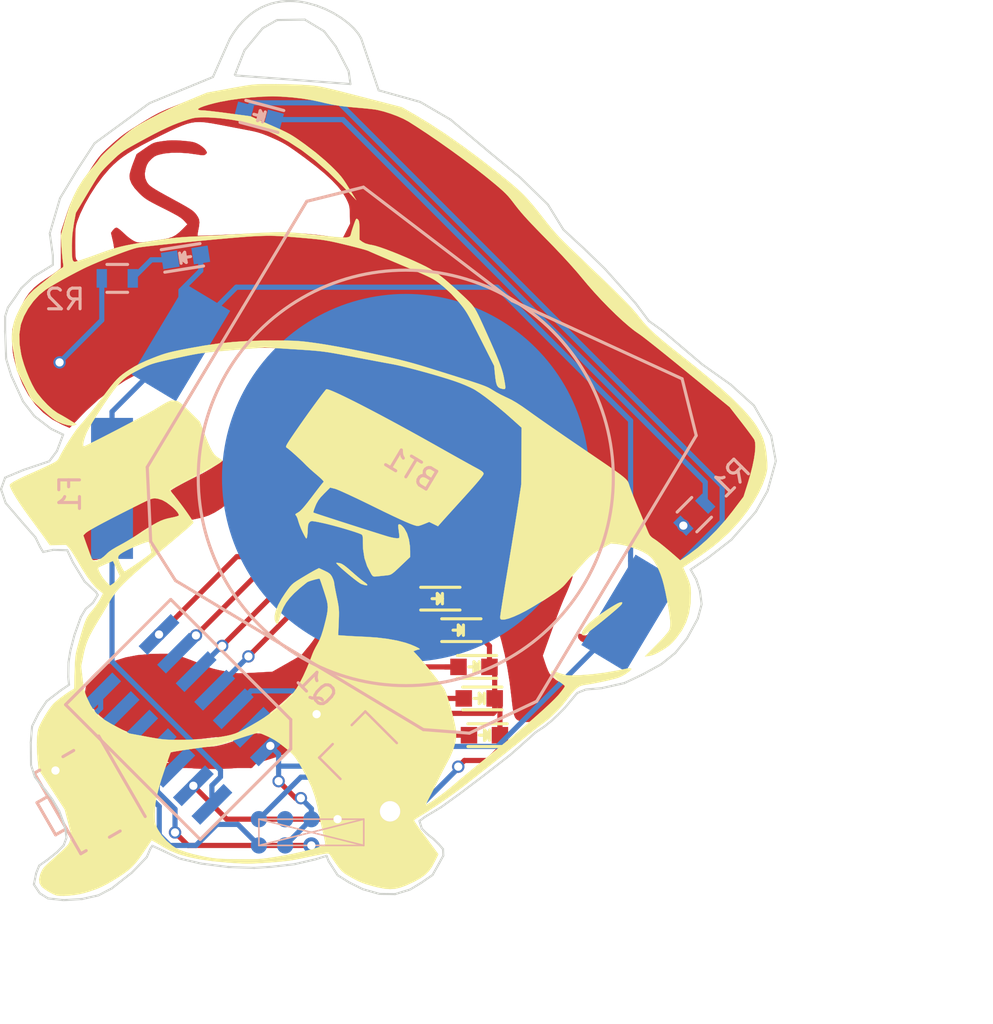
<source format=kicad_pcb>
(kicad_pcb (version 4) (host pcbnew 4.0.5+dfsg1-4)

  (general
    (links 33)
    (no_connects 5)
    (area 134.529494 77.210921 172.144707 120.806526)
    (thickness 1.6)
    (drawings 184)
    (tracks 166)
    (zones 0)
    (modules 18)
    (nets 22)
  )

  (page A4)
  (layers
    (0 F.Cu signal)
    (31 B.Cu signal)
    (32 B.Adhes user)
    (33 F.Adhes user)
    (34 B.Paste user)
    (35 F.Paste user)
    (36 B.SilkS user)
    (37 F.SilkS user)
    (38 B.Mask user)
    (39 F.Mask user)
    (40 Dwgs.User user)
    (41 Cmts.User user)
    (42 Eco1.User user)
    (43 Eco2.User user)
    (44 Edge.Cuts user)
    (45 Margin user)
    (46 B.CrtYd user)
    (47 F.CrtYd user)
    (48 B.Fab user)
    (49 F.Fab user)
  )

  (setup
    (last_trace_width 0.25)
    (trace_clearance 0.2)
    (zone_clearance 0.508)
    (zone_45_only no)
    (trace_min 0.2)
    (segment_width 0.2)
    (edge_width 0.15)
    (via_size 0.6)
    (via_drill 0.4)
    (via_min_size 0.4)
    (via_min_drill 0.3)
    (uvia_size 0.3)
    (uvia_drill 0.1)
    (uvias_allowed no)
    (uvia_min_size 0.2)
    (uvia_min_drill 0.1)
    (pcb_text_width 0.3)
    (pcb_text_size 1.5 1.5)
    (mod_edge_width 0.15)
    (mod_text_size 1 1)
    (mod_text_width 0.15)
    (pad_size 0.79756 0.79756)
    (pad_drill 0)
    (pad_to_mask_clearance 0.2)
    (aux_axis_origin 0 0)
    (visible_elements FFFFFF7F)
    (pcbplotparams
      (layerselection 0x010f0_80000001)
      (usegerberextensions false)
      (excludeedgelayer true)
      (linewidth 0.100000)
      (plotframeref false)
      (viasonmask false)
      (mode 1)
      (useauxorigin false)
      (hpglpennumber 1)
      (hpglpenspeed 20)
      (hpglpendiameter 15)
      (hpglpenoverlay 2)
      (psnegative false)
      (psa4output false)
      (plotreference true)
      (plotvalue true)
      (plotinvisibletext false)
      (padsonsilk false)
      (subtractmaskfromsilk false)
      (outputformat 1)
      (mirror false)
      (drillshape 1)
      (scaleselection 1)
      (outputdirectory gerbers/))
  )

  (net 0 "")
  (net 1 +BATT)
  (net 2 "Net-(BT1-Pad2)")
  (net 3 "Net-(D1-Pad2)")
  (net 4 "Net-(D2-Pad2)")
  (net 5 "Net-(D3-Pad2)")
  (net 6 "Net-(D4-Pad2)")
  (net 7 "Net-(D5-Pad2)")
  (net 8 "Net-(D7-Pad1)")
  (net 9 "Net-(D8-Pad1)")
  (net 10 "Net-(F1-Pad1)")
  (net 11 GND)
  (net 12 "Net-(IC1-Pad5)")
  (net 13 "Net-(IC1-Pad7)")
  (net 14 "Net-(J1-Pad2)")
  (net 15 "Net-(J1-Pad6)")
  (net 16 "Net-(J1-Pad7)")
  (net 17 "Net-(IC1-Pad13)")
  (net 18 /TCK)
  (net 19 /TDI)
  (net 20 /nRST)
  (net 21 "Net-(IC1-Pad6)")

  (net_class Default "This is the default net class."
    (clearance 0.2)
    (trace_width 0.25)
    (via_dia 0.6)
    (via_drill 0.4)
    (uvia_dia 0.3)
    (uvia_drill 0.1)
    (add_net +BATT)
    (add_net /TCK)
    (add_net /TDI)
    (add_net /nRST)
    (add_net GND)
    (add_net "Net-(BT1-Pad2)")
    (add_net "Net-(D1-Pad2)")
    (add_net "Net-(D2-Pad2)")
    (add_net "Net-(D3-Pad2)")
    (add_net "Net-(D4-Pad2)")
    (add_net "Net-(D5-Pad2)")
    (add_net "Net-(D7-Pad1)")
    (add_net "Net-(D8-Pad1)")
    (add_net "Net-(F1-Pad1)")
    (add_net "Net-(IC1-Pad13)")
    (add_net "Net-(IC1-Pad5)")
    (add_net "Net-(IC1-Pad6)")
    (add_net "Net-(IC1-Pad7)")
    (add_net "Net-(J1-Pad2)")
    (add_net "Net-(J1-Pad6)")
    (add_net "Net-(J1-Pad7)")
  )

  (module TO_SOT_Packages_SMD:SOT-23 (layer B.Cu) (tedit 583F39EB) (tstamp 5D5F6E6E)
    (at 151.638 113.284 135)
    (descr "SOT-23, Standard")
    (tags SOT-23)
    (path /5D564F72)
    (attr smd)
    (fp_text reference Q1 (at 3.232892 0.71842 135) (layer B.SilkS)
      (effects (font (size 1 1) (thickness 0.15)) (justify mirror))
    )
    (fp_text value Q_NMOS_GSD (at 0 -2.5 135) (layer B.Fab)
      (effects (font (size 1 1) (thickness 0.15)) (justify mirror))
    )
    (fp_line (start 0.76 -1.58) (end 0.76 -0.65) (layer B.SilkS) (width 0.12))
    (fp_line (start 0.76 1.58) (end 0.76 0.65) (layer B.SilkS) (width 0.12))
    (fp_line (start 0.7 1.52) (end 0.7 -1.52) (layer B.Fab) (width 0.15))
    (fp_line (start -0.7 -1.52) (end 0.7 -1.52) (layer B.Fab) (width 0.15))
    (fp_line (start -1.7 1.75) (end 1.7 1.75) (layer B.CrtYd) (width 0.05))
    (fp_line (start 1.7 1.75) (end 1.7 -1.75) (layer B.CrtYd) (width 0.05))
    (fp_line (start 1.7 -1.75) (end -1.7 -1.75) (layer B.CrtYd) (width 0.05))
    (fp_line (start -1.7 -1.75) (end -1.7 1.75) (layer B.CrtYd) (width 0.05))
    (fp_line (start 0.76 1.58) (end -1.4 1.58) (layer B.SilkS) (width 0.12))
    (fp_line (start -0.7 1.52) (end 0.7 1.52) (layer B.Fab) (width 0.15))
    (fp_line (start -0.7 1.52) (end -0.7 -1.52) (layer B.Fab) (width 0.15))
    (fp_line (start 0.76 -1.58) (end -0.7 -1.58) (layer B.SilkS) (width 0.12))
    (pad 1 smd rect (at -1 0.95 135) (size 0.9 0.8) (layers B.Cu B.Paste B.Mask)
      (net 1 +BATT))
    (pad 2 smd rect (at -1 -0.95 135) (size 0.9 0.8) (layers B.Cu B.Paste B.Mask)
      (net 11 GND))
    (pad 3 smd rect (at 1 0 135) (size 0.9 0.8) (layers B.Cu B.Paste B.Mask)
      (net 2 "Net-(BT1-Pad2)"))
    (model TO_SOT_Packages_SMD.3dshapes/SOT-23.wrl
      (at (xyz 0 0 0))
      (scale (xyz 1 1 1))
      (rotate (xyz 0 0 90))
    )
  )

  (module LOGO (layer F.Cu) (tedit 0) (tstamp 0)
    (at 182.372 126.492)
    (fp_text reference G*** (at 0 0) (layer F.SilkS) hide
      (effects (font (thickness 0.3)))
    )
    (fp_text value LOGO (at 0.75 0) (layer F.SilkS) hide
      (effects (font (thickness 0.3)))
    )
    (fp_poly (pts (xy -35.154058 -13.781541) (xy -34.980722 -13.732946) (xy -34.703014 -13.612885) (xy -34.401788 -13.443309)
      (xy -34.105731 -13.241361) (xy -33.945525 -13.114329) (xy -33.73718 -12.93865) (xy -33.98184 -12.838517)
      (xy -34.334727 -12.705026) (xy -34.751763 -12.565897) (xy -35.213254 -12.427295) (xy -35.699509 -12.295388)
      (xy -35.788148 -12.272831) (xy -36.036857 -12.211258) (xy -36.23567 -12.166294) (xy -36.407788 -12.13495)
      (xy -36.576408 -12.114236) (xy -36.76473 -12.101162) (xy -36.995952 -12.092737) (xy -37.227481 -12.087335)
      (xy -37.512263 -12.083966) (xy -37.803733 -12.085044) (xy -38.07676 -12.090168) (xy -38.30621 -12.098942)
      (xy -38.4175 -12.106199) (xy -38.788397 -12.142002) (xy -39.083647 -12.182652) (xy -39.312216 -12.229949)
      (xy -39.483066 -12.285691) (xy -39.590411 -12.341585) (xy -39.747321 -12.444767) (xy -39.687942 -12.642068)
      (xy -39.646537 -12.763473) (xy -39.608595 -12.848469) (xy -39.594531 -12.868173) (xy -39.539144 -12.887698)
      (xy -39.422374 -12.913906) (xy -39.266715 -12.941918) (xy -39.221833 -12.94902) (xy -39.024085 -12.983162)
      (xy -38.825041 -13.023616) (xy -38.666288 -13.061897) (xy -38.660206 -13.063588) (xy -38.527171 -13.089894)
      (xy -38.336424 -13.113549) (xy -38.114921 -13.131738) (xy -37.919373 -13.140895) (xy -37.6737 -13.15123)
      (xy -37.47308 -13.169859) (xy -37.284475 -13.202132) (xy -37.074846 -13.253396) (xy -36.876376 -13.309747)
      (xy -36.617883 -13.392771) (xy -36.379002 -13.482755) (xy -36.18445 -13.569967) (xy -36.104764 -13.61355)
      (xy -35.799119 -13.752614) (xy -35.480021 -13.808845) (xy -35.154058 -13.781541)) (layer F.Cu) (width 0.01))
    (fp_poly (pts (xy -32.285798 -18.880666) (xy -32.316387 -18.58593) (xy -32.379025 -18.273406) (xy -32.477275 -17.931419)
      (xy -32.614697 -17.548295) (xy -32.794853 -17.112358) (xy -32.891991 -16.893237) (xy -32.999852 -16.659306)
      (xy -33.090261 -16.480872) (xy -33.177956 -16.335124) (xy -33.277672 -16.19925) (xy -33.404146 -16.050438)
      (xy -33.516858 -15.925956) (xy -33.73044 -15.705778) (xy -33.982231 -15.467459) (xy -34.263716 -15.21734)
      (xy -34.566384 -14.961762) (xy -34.881721 -14.707065) (xy -35.201214 -14.459589) (xy -35.516349 -14.225674)
      (xy -35.818615 -14.011663) (xy -36.099497 -13.823893) (xy -36.350483 -13.668707) (xy -36.56306 -13.552444)
      (xy -36.728715 -13.481445) (xy -36.825893 -13.461422) (xy -36.957946 -13.45393) (xy -37.068518 -13.436594)
      (xy -37.072217 -13.435631) (xy -37.1502 -13.435287) (xy -37.205369 -13.498143) (xy -37.218552 -13.525169)
      (xy -37.258102 -13.594907) (xy -37.310698 -13.623633) (xy -37.405507 -13.622086) (xy -37.463168 -13.615217)
      (xy -38.055697 -13.545757) (xy -38.580276 -13.499502) (xy -39.050392 -13.476505) (xy -39.479534 -13.47682)
      (xy -39.881193 -13.500504) (xy -40.268856 -13.547609) (xy -40.656014 -13.618191) (xy -40.7035 -13.628332)
      (xy -41.088881 -13.716026) (xy -41.408452 -13.799716) (xy -41.680375 -13.886212) (xy -41.922814 -13.98232)
      (xy -42.153931 -14.094848) (xy -42.391891 -14.230605) (xy -42.517322 -14.308192) (xy -42.724645 -14.441161)
      (xy -42.88012 -14.54954) (xy -43.004587 -14.65216) (xy -43.118885 -14.767848) (xy -43.243854 -14.915433)
      (xy -43.379926 -15.087575) (xy -43.741401 -15.550792) (xy -43.717178 -15.839721) (xy -43.672318 -16.091543)
      (xy -43.576796 -16.318524) (xy -43.421496 -16.535521) (xy -43.197299 -16.757388) (xy -43.106979 -16.833927)
      (xy -42.719461 -17.100973) (xy -42.270643 -17.315071) (xy -41.759211 -17.476582) (xy -41.18385 -17.585866)
      (xy -40.543246 -17.643282) (xy -40.116509 -17.652992) (xy -39.444852 -17.653) (xy -38.867676 -17.445722)
      (xy -38.624029 -17.355706) (xy -38.374437 -17.259202) (xy -38.146515 -17.16714) (xy -37.967878 -17.090453)
      (xy -37.951833 -17.083155) (xy -37.748854 -17.00046) (xy -37.5188 -16.928544) (xy -37.241012 -16.861591)
      (xy -36.978166 -16.809122) (xy -36.760772 -16.768928) (xy -36.587604 -16.739694) (xy -36.439547 -16.720506)
      (xy -36.297485 -16.710446) (xy -36.142304 -16.708598) (xy -35.954889 -16.714048) (xy -35.716124 -16.725878)
      (xy -35.4965 -16.738125) (xy -34.649833 -16.785874) (xy -33.951333 -17.183032) (xy -33.252833 -17.580191)
      (xy -32.894461 -18.01438) (xy -32.75463 -18.191312) (xy -32.631706 -18.360771) (xy -32.538168 -18.504595)
      (xy -32.486496 -18.604621) (xy -32.484052 -18.611701) (xy -32.44331 -18.740671) (xy -32.390435 -18.909665)
      (xy -32.346825 -19.05) (xy -32.261635 -19.325166) (xy -32.285798 -18.880666)) (layer F.Cu) (width 0.01))
    (fp_poly (pts (xy -20.126799 -21.358434) (xy -20.159489 -21.24744) (xy -20.215385 -21.089065) (xy -20.288833 -20.898271)
      (xy -20.374179 -20.690024) (xy -20.465769 -20.47929) (xy -20.510689 -20.380789) (xy -20.572645 -20.237916)
      (xy -20.657062 -20.029524) (xy -20.758409 -19.770002) (xy -20.871156 -19.473736) (xy -20.989774 -19.155114)
      (xy -21.10873 -18.828523) (xy -21.12816 -18.774442) (xy -21.562953 -17.561685) (xy -21.443579 -17.194593)
      (xy -21.379133 -17.012342) (xy -21.311158 -16.845753) (xy -21.251329 -16.722719) (xy -21.234457 -16.695081)
      (xy -21.107674 -16.543172) (xy -20.949592 -16.403346) (xy -20.785743 -16.29522) (xy -20.641662 -16.238415)
      (xy -20.639607 -16.238021) (xy -20.538816 -16.21052) (xy -20.497164 -16.161537) (xy -20.489333 -16.072649)
      (xy -20.497534 -16.008117) (xy -20.528149 -15.937906) (xy -20.590197 -15.849753) (xy -20.692698 -15.73139)
      (xy -20.844671 -15.570552) (xy -20.902083 -15.511337) (xy -21.101415 -15.310726) (xy -21.327879 -15.089456)
      (xy -21.551824 -14.876184) (xy -21.721904 -14.719103) (xy -21.889866 -14.5684) (xy -22.010758 -14.465777)
      (xy -22.099917 -14.402097) (xy -22.172681 -14.36822) (xy -22.244387 -14.35501) (xy -22.330371 -14.35333)
      (xy -22.335737 -14.353389) (xy -22.49523 -14.365777) (xy -22.646866 -14.393956) (xy -22.688576 -14.406306)
      (xy -22.777608 -14.445365) (xy -22.848472 -14.500969) (xy -22.904864 -14.583847) (xy -22.950478 -14.704728)
      (xy -22.989009 -14.874341) (xy -23.024153 -15.103417) (xy -23.059605 -15.402685) (xy -23.072154 -15.520131)
      (xy -23.162444 -16.272092) (xy -23.270547 -16.964393) (xy -23.401065 -17.621006) (xy -23.558603 -18.2659)
      (xy -23.686753 -18.720937) (xy -23.74348 -18.916256) (xy -23.79003 -19.083445) (xy -23.821668 -19.205007)
      (xy -23.833659 -19.263444) (xy -23.833666 -19.263929) (xy -23.79205 -19.289451) (xy -23.667334 -19.299804)
      (xy -23.505583 -19.297057) (xy -23.351515 -19.292598) (xy -23.237003 -19.298899) (xy -23.135462 -19.323045)
      (xy -23.020307 -19.372121) (xy -22.864954 -19.45321) (xy -22.811934 -19.48191) (xy -22.334115 -19.745102)
      (xy -21.924503 -19.980255) (xy -21.573924 -20.193697) (xy -21.273205 -20.391752) (xy -21.013172 -20.580748)
      (xy -20.784653 -20.76701) (xy -20.578475 -20.956865) (xy -20.388752 -21.153053) (xy -20.275679 -21.272486)
      (xy -20.185274 -21.360889) (xy -20.13141 -21.405001) (xy -20.122967 -21.407079) (xy -20.126799 -21.358434)) (layer F.Cu) (width 0.01))
    (fp_poly (pts (xy -17.342007 -20.184063) (xy -16.996833 -20.171833) (xy -16.983877 -19.896666) (xy -16.986062 -19.721341)
      (xy -17.003518 -19.504494) (xy -17.032696 -19.287152) (xy -17.040428 -19.242845) (xy -17.098867 -18.990095)
      (xy -17.178043 -18.780548) (xy -17.285516 -18.610425) (xy -17.428849 -18.475951) (xy -17.615603 -18.373347)
      (xy -17.853339 -18.298836) (xy -18.14962 -18.248641) (xy -18.512005 -18.218986) (xy -18.948058 -18.206092)
      (xy -19.118374 -18.204843) (xy -19.340196 -18.205666) (xy -19.494799 -18.211274) (xy -19.599596 -18.224073)
      (xy -19.672001 -18.246469) (xy -19.729429 -18.280864) (xy -19.742791 -18.291072) (xy -19.836183 -18.407921)
      (xy -19.854333 -18.502739) (xy -19.836426 -18.595042) (xy -19.776999 -18.625224) (xy -19.667495 -18.595313)
      (xy -19.600028 -18.563009) (xy -19.545269 -18.537379) (xy -19.49698 -18.530468) (xy -19.440489 -18.549689)
      (xy -19.361124 -18.602455) (xy -19.244216 -18.69618) (xy -19.104713 -18.813295) (xy -18.730961 -19.131401)
      (xy -18.412525 -19.408459) (xy -18.15156 -19.642481) (xy -17.950218 -19.831477) (xy -17.810653 -19.973457)
      (xy -17.735019 -20.066431) (xy -17.723007 -20.089869) (xy -17.701261 -20.142172) (xy -17.666927 -20.172909)
      (xy -17.601076 -20.186762) (xy -17.484777 -20.188411) (xy -17.342007 -20.184063)) (layer F.Cu) (width 0.01))
    (fp_poly (pts (xy -32.256195 -21.911526) (xy -32.102859 -21.897218) (xy -32.034244 -21.889722) (xy -31.750318 -21.841424)
      (xy -31.469231 -21.756889) (xy -31.276901 -21.68071) (xy -31.088335 -21.602087) (xy -30.848535 -21.504361)
      (xy -30.585317 -21.398756) (xy -30.326496 -21.296495) (xy -30.268559 -21.273866) (xy -30.022147 -21.178683)
      (xy -29.83466 -21.113067) (xy -29.685835 -21.076622) (xy -29.555413 -21.068949) (xy -29.423131 -21.089651)
      (xy -29.268728 -21.13833) (xy -29.071942 -21.214587) (xy -28.986855 -21.248702) (xy -28.680833 -21.3714)
      (xy -28.456821 -21.152617) (xy -28.343326 -21.039956) (xy -28.282832 -20.969552) (xy -28.267429 -20.924856)
      (xy -28.289204 -20.88932) (xy -28.318796 -20.863905) (xy -28.391486 -20.819955) (xy -28.523195 -20.753983)
      (xy -28.694325 -20.675396) (xy -28.860308 -20.603966) (xy -29.075549 -20.517253) (xy -29.243448 -20.459736)
      (xy -29.393117 -20.424234) (xy -29.55367 -20.403567) (xy -29.718 -20.392432) (xy -29.921186 -20.388511)
      (xy -30.175644 -20.393814) (xy -30.448619 -20.40719) (xy -30.703086 -20.427074) (xy -30.939708 -20.451001)
      (xy -31.109539 -20.472501) (xy -31.230183 -20.495905) (xy -31.319245 -20.525539) (xy -31.394331 -20.565733)
      (xy -31.464016 -20.614149) (xy -31.57232 -20.715464) (xy -31.714743 -20.883011) (xy -31.884797 -21.10873)
      (xy -32.034468 -21.322963) (xy -32.164285 -21.51626) (xy -32.274143 -21.683931) (xy -32.356489 -21.814112)
      (xy -32.403772 -21.894938) (xy -32.411882 -21.915896) (xy -32.365942 -21.918219) (xy -32.256195 -21.911526)) (layer F.Cu) (width 0.01))
    (fp_poly (pts (xy -33.933975 -45.157467) (xy -33.505869 -45.140604) (xy -33.40501 -45.135232) (xy -33.134942 -45.119492)
      (xy -32.909144 -45.103556) (xy -32.710143 -45.084802) (xy -32.520465 -45.060605) (xy -32.322636 -45.028342)
      (xy -32.099181 -44.985389) (xy -31.832627 -44.929122) (xy -31.5055 -44.856917) (xy -31.411333 -44.835873)
      (xy -31.044019 -44.750621) (xy -30.639849 -44.651621) (xy -30.225762 -44.545818) (xy -29.828702 -44.440158)
      (xy -29.475609 -44.341585) (xy -29.339474 -44.301759) (xy -29.030075 -44.208843) (xy -28.784953 -44.132382)
      (xy -28.58702 -44.065412) (xy -28.419189 -44.000968) (xy -28.264373 -43.932088) (xy -28.105484 -43.851807)
      (xy -27.925435 -43.753162) (xy -27.751974 -43.654801) (xy -27.100261 -43.265169) (xy -26.404589 -42.815971)
      (xy -25.674103 -42.313585) (xy -24.917947 -41.764386) (xy -24.145266 -41.174751) (xy -23.770166 -40.878414)
      (xy -23.391908 -40.572249) (xy -23.069679 -40.301086) (xy -22.790021 -40.051558) (xy -22.539474 -39.810298)
      (xy -22.304577 -39.56394) (xy -22.071869 -39.299117) (xy -21.827892 -39.002463) (xy -21.634636 -38.757739)
      (xy -21.435769 -38.505266) (xy -21.25708 -38.28532) (xy -21.086479 -38.084746) (xy -20.911878 -37.890391)
      (xy -20.721189 -37.689101) (xy -20.502323 -37.467722) (xy -20.243191 -37.213101) (xy -19.989817 -36.968008)
      (xy -19.546654 -36.541095) (xy -19.15996 -36.168182) (xy -18.825101 -35.844659) (xy -18.537442 -35.565919)
      (xy -18.292351 -35.327352) (xy -18.085194 -35.124349) (xy -17.911337 -34.952301) (xy -17.766146 -34.8066)
      (xy -17.644989 -34.682636) (xy -17.54323 -34.575801) (xy -17.456236 -34.481485) (xy -17.379375 -34.39508)
      (xy -17.308011 -34.311977) (xy -17.250833 -34.24365) (xy -17.09418 -34.051744) (xy -16.933109 -33.849289)
      (xy -16.788824 -33.663192) (xy -16.7005 -33.54523) (xy -16.627472 -33.450924) (xy -16.544429 -33.357519)
      (xy -16.442423 -33.257288) (xy -16.312507 -33.142506) (xy -16.145734 -33.005448) (xy -15.933156 -32.838387)
      (xy -15.665826 -32.633598) (xy -15.494 -32.503432) (xy -15.218111 -32.290726) (xy -14.895255 -32.034705)
      (xy -14.541517 -31.748561) (xy -14.172982 -31.445483) (xy -13.805734 -31.138664) (xy -13.45586 -30.841293)
      (xy -13.247093 -30.660813) (xy -12.851057 -30.313114) (xy -12.514257 -30.010853) (xy -12.229795 -29.746608)
      (xy -11.990771 -29.512956) (xy -11.790287 -29.302473) (xy -11.621442 -29.107735) (xy -11.477337 -28.921321)
      (xy -11.351073 -28.735805) (xy -11.235751 -28.543765) (xy -11.172114 -28.42825) (xy -11.094243 -28.278533)
      (xy -11.036633 -28.151127) (xy -10.993091 -28.02472) (xy -10.957424 -27.877998) (xy -10.923436 -27.689648)
      (xy -10.885451 -27.441857) (xy -10.793264 -26.818166) (xy -10.902688 -26.310166) (xy -10.954323 -26.08681)
      (xy -11.009486 -25.892213) (xy -11.075419 -25.711386) (xy -11.159366 -25.529339) (xy -11.268568 -25.331083)
      (xy -11.41027 -25.101627) (xy -11.591714 -24.825982) (xy -11.690733 -24.67923) (xy -11.855566 -24.440654)
      (xy -12.000287 -24.244272) (xy -12.141757 -24.070469) (xy -12.296838 -23.899631) (xy -12.482392 -23.712144)
      (xy -12.710768 -23.49267) (xy -13.015969 -23.21479) (xy -13.353498 -22.927141) (xy -13.706504 -22.642784)
      (xy -14.058136 -22.374777) (xy -14.391542 -22.136181) (xy -14.689872 -21.940055) (xy -14.798129 -21.874956)
      (xy -14.835709 -21.899072) (xy -14.927121 -21.977993) (xy -15.066701 -22.106289) (xy -15.248784 -22.27853)
      (xy -15.467704 -22.489284) (xy -15.717798 -22.73312) (xy -15.993399 -23.004607) (xy -16.288843 -23.298314)
      (xy -16.427962 -23.437492) (xy -17.170938 -24.178804) (xy -17.8613 -24.860327) (xy -18.50274 -25.485501)
      (xy -19.09895 -26.057768) (xy -19.653622 -26.580569) (xy -20.170448 -27.057345) (xy -20.653121 -27.491536)
      (xy -21.105332 -27.886585) (xy -21.530773 -28.245931) (xy -21.933137 -28.573015) (xy -21.967084 -28.599989)
      (xy -23.092833 -29.492812) (xy -25.632833 -30.828074) (xy -26.881666 -31.204763) (xy -27.224388 -31.30732)
      (xy -27.521613 -31.393831) (xy -27.789217 -31.468055) (xy -28.043077 -31.533748) (xy -28.299067 -31.594671)
      (xy -28.573062 -31.654582) (xy -28.88094 -31.717238) (xy -29.238575 -31.7864) (xy -29.661843 -31.865824)
      (xy -29.718 -31.876261) (xy -30.56518 -32.027198) (xy -31.347629 -32.152564) (xy -32.080767 -32.25407)
      (xy -32.780012 -32.333426) (xy -33.460785 -32.392342) (xy -34.138506 -32.432527) (xy -34.828595 -32.455692)
      (xy -34.967333 -32.458396) (xy -35.326055 -32.464205) (xy -35.618303 -32.467252) (xy -35.862249 -32.466632)
      (xy -36.076065 -32.461444) (xy -36.277923 -32.450786) (xy -36.485995 -32.433754) (xy -36.718455 -32.409445)
      (xy -36.993473 -32.376958) (xy -37.253333 -32.344848) (xy -37.605811 -32.299967) (xy -37.894886 -32.259989)
      (xy -38.14134 -32.220795) (xy -38.365956 -32.178267) (xy -38.589515 -32.128286) (xy -38.832799 -32.066734)
      (xy -39.11659 -31.989491) (xy -39.286608 -31.941887) (xy -39.607419 -31.850455) (xy -39.866548 -31.772842)
      (xy -40.084203 -31.701362) (xy -40.280593 -31.628332) (xy -40.475928 -31.546068) (xy -40.690414 -31.446885)
      (xy -40.944262 -31.323102) (xy -41.043441 -31.273889) (xy -41.781166 -30.873743) (xy -42.455299 -30.436162)
      (xy -43.083228 -29.948423) (xy -43.682341 -29.397805) (xy -43.87427 -29.202651) (xy -44.471166 -28.581469)
      (xy -44.834647 -28.739775) (xy -45.312277 -28.993244) (xy -45.743334 -29.316623) (xy -46.1266 -29.708327)
      (xy -46.460859 -30.166771) (xy -46.744893 -30.690372) (xy -46.977485 -31.277545) (xy -47.098924 -31.6865)
      (xy -47.160804 -31.931548) (xy -47.202137 -32.126729) (xy -47.226981 -32.30319) (xy -47.239391 -32.492077)
      (xy -47.243427 -32.724535) (xy -47.243606 -32.797165) (xy -47.244 -33.357497) (xy -46.986918 -34.001386)
      (xy -46.892201 -34.233638) (xy -46.799758 -34.451446) (xy -46.71756 -34.636647) (xy -46.653579 -34.771077)
      (xy -46.628987 -34.816887) (xy -46.427633 -35.109477) (xy -46.180442 -35.372801) (xy -45.872621 -35.621296)
      (xy -45.653526 -35.768737) (xy -45.462882 -35.892256) (xy -45.284464 -36.012186) (xy -45.138091 -36.114933)
      (xy -45.043585 -36.186904) (xy -45.042666 -36.187677) (xy -44.8945 -36.312716) (xy -44.890682 -37.195775)
      (xy -44.889216 -37.535145) (xy -44.201355 -37.535145) (xy -44.200664 -37.259087) (xy -44.197328 -37.055063)
      (xy -44.190254 -36.910454) (xy -44.178348 -36.81264) (xy -44.160519 -36.749002) (xy -44.135672 -36.706923)
      (xy -44.128935 -36.699061) (xy -44.063299 -36.638014) (xy -44.025976 -36.618333) (xy -43.978902 -36.632203)
      (xy -43.86463 -36.670937) (xy -43.695443 -36.730219) (xy -43.483623 -36.805733) (xy -43.241452 -36.893165)
      (xy -43.175287 -36.917224) (xy -42.926898 -37.008559) (xy -42.705718 -37.091568) (xy -42.52409 -37.161481)
      (xy -42.394357 -37.21353) (xy -42.328863 -37.242943) (xy -42.323957 -37.246217) (xy -42.319492 -37.298193)
      (xy -42.333368 -37.411797) (xy -42.362711 -37.566692) (xy -42.38033 -37.645021) (xy -42.467245 -38.013723)
      (xy -42.37624 -38.141528) (xy -42.295045 -38.226325) (xy -42.214007 -38.268344) (xy -42.203097 -38.269333)
      (xy -42.137474 -38.240679) (xy -42.032824 -38.164193) (xy -41.907731 -38.054088) (xy -41.85673 -38.004416)
      (xy -41.705065 -37.865527) (xy -41.542175 -37.737093) (xy -41.398718 -37.642911) (xy -41.373966 -37.629729)
      (xy -41.302393 -37.59471) (xy -41.237099 -37.56871) (xy -41.16722 -37.552272) (xy -41.081892 -37.545939)
      (xy -40.970252 -37.550255) (xy -40.821433 -37.565762) (xy -40.624573 -37.593004) (xy -40.368808 -37.632525)
      (xy -40.043273 -37.684866) (xy -39.9415 -37.701349) (xy -39.699877 -37.748853) (xy -39.506104 -37.811437)
      (xy -39.336291 -37.902129) (xy -39.166547 -38.033953) (xy -38.972982 -38.219937) (xy -38.953082 -38.240284)
      (xy -38.768998 -38.429197) (xy -38.929991 -38.607397) (xy -39.003408 -38.678357) (xy -39.102468 -38.753528)
      (xy -39.237623 -38.839136) (xy -39.419326 -38.941402) (xy -39.658027 -39.066552) (xy -39.939575 -39.208555)
      (xy -40.22294 -39.350808) (xy -40.443266 -39.464821) (xy -40.613867 -39.558943) (xy -40.748053 -39.641525)
      (xy -40.859139 -39.720917) (xy -40.960436 -39.805471) (xy -41.065257 -39.903535) (xy -41.097175 -39.934673)
      (xy -41.319994 -40.17671) (xy -41.469586 -40.396551) (xy -41.551277 -40.603584) (xy -41.571333 -40.77037)
      (xy -41.556063 -40.876442) (xy -41.514773 -41.036619) (xy -41.454247 -41.226951) (xy -41.399444 -41.377321)
      (xy -41.227555 -41.822331) (xy -40.820076 -42.10446) (xy -40.644018 -42.225067) (xy -40.512688 -42.307369)
      (xy -40.401303 -42.361394) (xy -40.285079 -42.397174) (xy -40.13923 -42.424738) (xy -39.965382 -42.450351)
      (xy -39.737978 -42.478633) (xy -39.537876 -42.491993) (xy -39.332203 -42.490992) (xy -39.088086 -42.476191)
      (xy -38.979776 -42.467185) (xy -38.74597 -42.444902) (xy -38.575745 -42.422347) (xy -38.44814 -42.394682)
      (xy -38.342192 -42.35707) (xy -38.23694 -42.304676) (xy -38.20968 -42.289492) (xy -38.069126 -42.196157)
      (xy -37.948433 -42.09187) (xy -37.891161 -42.023779) (xy -37.836955 -41.933757) (xy -37.828389 -41.882699)
      (xy -37.864705 -41.838751) (xy -37.886327 -41.820448) (xy -37.938275 -41.786485) (xy -38.00285 -41.772775)
      (xy -38.102679 -41.778508) (xy -38.260389 -41.802871) (xy -38.280356 -41.806326) (xy -38.719996 -41.867086)
      (xy -39.146126 -41.896121) (xy -39.53889 -41.892987) (xy -39.878437 -41.857244) (xy -39.950765 -41.843563)
      (xy -40.139732 -41.80046) (xy -40.27202 -41.75759) (xy -40.37467 -41.702542) (xy -40.474719 -41.622906)
      (xy -40.518223 -41.58311) (xy -40.649139 -41.44349) (xy -40.732447 -41.300866) (xy -40.785952 -41.143815)
      (xy -40.833396 -40.889697) (xy -40.816703 -40.673639) (xy -40.732984 -40.475241) (xy -40.680032 -40.39619)
      (xy -40.630012 -40.338) (xy -40.55907 -40.27531) (xy -40.458379 -40.202563) (xy -40.319111 -40.114204)
      (xy -40.132438 -40.004674) (xy -39.889533 -39.868416) (xy -39.581569 -39.699874) (xy -39.526006 -39.669724)
      (xy -39.216314 -39.501097) (xy -38.971971 -39.365778) (xy -38.783427 -39.257591) (xy -38.641133 -39.170364)
      (xy -38.53554 -39.097921) (xy -38.457098 -39.034089) (xy -38.396258 -38.972694) (xy -38.343471 -38.907561)
      (xy -38.339972 -38.902892) (xy -38.253489 -38.773959) (xy -38.203954 -38.655502) (xy -38.188336 -38.524206)
      (xy -38.203605 -38.35676) (xy -38.242229 -38.1512) (xy -38.2673 -38.012886) (xy -38.27814 -37.912397)
      (xy -38.273096 -37.873021) (xy -38.226964 -37.872461) (xy -38.104831 -37.875584) (xy -37.915266 -37.882053)
      (xy -37.66684 -37.891531) (xy -37.368122 -37.903682) (xy -37.027682 -37.91817) (xy -36.654091 -37.934658)
      (xy -36.337839 -37.949028) (xy -35.62574 -37.97858) (xy -34.988256 -37.997829) (xy -34.415936 -38.006528)
      (xy -33.899329 -38.004431) (xy -33.428984 -37.991293) (xy -32.995449 -37.966868) (xy -32.589273 -37.93091)
      (xy -32.201004 -37.883173) (xy -31.877 -37.832983) (xy -31.660862 -37.79684) (xy -31.477278 -37.76693)
      (xy -31.340993 -37.745593) (xy -31.266749 -37.735167) (xy -31.257504 -37.734664) (xy -31.237274 -37.772214)
      (xy -31.187538 -37.868631) (xy -31.116894 -38.007174) (xy -31.069848 -38.1) (xy -30.887853 -38.459833)
      (xy -30.8992 -38.901776) (xy -30.90605 -39.104749) (xy -30.918891 -39.251772) (xy -30.944682 -39.371555)
      (xy -30.990382 -39.492808) (xy -31.062952 -39.644243) (xy -31.094174 -39.70611) (xy -31.255247 -39.972411)
      (xy -31.478557 -40.256338) (xy -31.767157 -40.560849) (xy -32.124099 -40.888901) (xy -32.552437 -41.243454)
      (xy -33.055225 -41.627466) (xy -33.146092 -41.694259) (xy -33.428104 -41.899212) (xy -33.657589 -42.061943)
      (xy -33.849381 -42.191527) (xy -34.018311 -42.297039) (xy -34.179212 -42.387551) (xy -34.346917 -42.47214)
      (xy -34.536258 -42.559878) (xy -34.627759 -42.600718) (xy -34.916617 -42.724412) (xy -35.157445 -42.816257)
      (xy -35.376542 -42.884949) (xy -35.600203 -42.939185) (xy -35.729333 -42.964994) (xy -35.943486 -43.005597)
      (xy -36.213088 -43.056987) (xy -36.510462 -43.113874) (xy -36.807932 -43.170968) (xy -36.957 -43.199663)
      (xy -37.330747 -43.270916) (xy -37.645643 -43.3262) (xy -37.914744 -43.363432) (xy -38.151108 -43.38053)
      (xy -38.367791 -43.375412) (xy -38.577851 -43.345995) (xy -38.794344 -43.290196) (xy -39.030328 -43.205933)
      (xy -39.29886 -43.091123) (xy -39.612997 -42.943685) (xy -39.985795 -42.761535) (xy -40.120574 -42.695102)
      (xy -40.596625 -42.456229) (xy -41.003711 -42.242043) (xy -41.351617 -42.04614) (xy -41.650131 -41.862117)
      (xy -41.909039 -41.683571) (xy -42.138127 -41.504098) (xy -42.347182 -41.317295) (xy -42.54599 -41.116759)
      (xy -42.566726 -41.094585) (xy -42.882137 -40.724151) (xy -43.192647 -40.301063) (xy -43.485152 -39.846771)
      (xy -43.746554 -39.382723) (xy -43.963752 -38.930367) (xy -44.098429 -38.586833) (xy -44.135795 -38.471755)
      (xy -44.162849 -38.364824) (xy -44.181245 -38.249124) (xy -44.19264 -38.107741) (xy -44.198689 -37.923762)
      (xy -44.201046 -37.680273) (xy -44.201355 -37.535145) (xy -44.889216 -37.535145) (xy -44.886865 -38.078833)
      (xy -44.660399 -38.777333) (xy -44.580851 -39.0186) (xy -44.511141 -39.215702) (xy -44.442492 -39.387231)
      (xy -44.366129 -39.55178) (xy -44.273278 -39.72794) (xy -44.155164 -39.934304) (xy -44.003011 -40.189463)
      (xy -43.961074 -40.259) (xy -43.741369 -40.622237) (xy -43.558137 -40.922275) (xy -43.40433 -41.16854)
      (xy -43.272901 -41.370457) (xy -43.156802 -41.537451) (xy -43.048985 -41.67895) (xy -42.942403 -41.804378)
      (xy -42.830008 -41.923162) (xy -42.704752 -42.044726) (xy -42.559588 -42.178497) (xy -42.455469 -42.272626)
      (xy -42.250237 -42.454377) (xy -42.064494 -42.610061) (xy -41.881359 -42.751916) (xy -41.683949 -42.892179)
      (xy -41.455385 -43.043088) (xy -41.178784 -43.216879) (xy -41.008761 -43.321336) (xy -40.74786 -43.480062)
      (xy -40.530228 -43.609525) (xy -40.340168 -43.717325) (xy -40.161982 -43.81106) (xy -39.97997 -43.898329)
      (xy -39.778436 -43.986729) (xy -39.541681 -44.08386) (xy -39.254007 -44.197321) (xy -38.976761 -44.304912)
      (xy -38.622562 -44.440993) (xy -38.33068 -44.550281) (xy -38.084991 -44.637842) (xy -37.869371 -44.708743)
      (xy -37.667694 -44.768051) (xy -37.463836 -44.820834) (xy -37.241672 -44.87216) (xy -37.0205 -44.919664)
      (xy -36.736723 -44.977863) (xy -36.496757 -45.02264) (xy -36.278596 -45.056681) (xy -36.060236 -45.082671)
      (xy -35.819672 -45.103296) (xy -35.534896 -45.121241) (xy -35.24651 -45.136155) (xy -34.770388 -45.155226)
      (xy -34.344179 -45.162336) (xy -33.933975 -45.157467)) (layer F.Cu) (width 0.01))
    (fp_poly (pts (xy -40.160629 -25.225955) (xy -40.039299 -25.192611) (xy -40.001522 -25.162976) (xy -39.94112 -25.105035)
      (xy -39.834347 -25.015482) (xy -39.703181 -24.912678) (xy -39.689422 -24.902264) (xy -39.454102 -24.717881)
      (xy -39.288757 -24.569704) (xy -39.19026 -24.451227) (xy -39.155485 -24.355939) (xy -39.181305 -24.277333)
      (xy -39.264594 -24.2089) (xy -39.33825 -24.171193) (xy -39.491815 -24.115454) (xy -39.627365 -24.090842)
      (xy -39.723828 -24.099446) (xy -39.758055 -24.129557) (xy -39.80592 -24.150223) (xy -39.912781 -24.129304)
      (xy -40.067302 -24.072358) (xy -40.25815 -23.984938) (xy -40.473988 -23.8726) (xy -40.703483 -23.740899)
      (xy -40.9353 -23.595391) (xy -41.150662 -23.447034) (xy -41.305258 -23.340238) (xy -41.504385 -23.210058)
      (xy -41.719081 -23.075144) (xy -41.870329 -22.983595) (xy -42.071407 -22.860416) (xy -42.271715 -22.73107)
      (xy -42.445074 -22.612805) (xy -42.545 -22.539144) (xy -42.766163 -22.383407) (xy -42.972984 -22.270496)
      (xy -43.154807 -22.20382) (xy -43.300978 -22.186789) (xy -43.400839 -22.222811) (xy -43.427575 -22.25675)
      (xy -43.45908 -22.331252) (xy -43.507757 -22.462878) (xy -43.567407 -22.632996) (xy -43.631832 -22.822974)
      (xy -43.694835 -23.014178) (xy -43.750218 -23.187976) (xy -43.791784 -23.325736) (xy -43.813333 -23.408824)
      (xy -43.815 -23.421477) (xy -43.781713 -23.478874) (xy -43.700719 -23.544119) (xy -43.692167 -23.549304)
      (xy -43.588991 -23.607888) (xy -43.425887 -23.697583) (xy -43.21354 -23.812728) (xy -42.962637 -23.947665)
      (xy -42.683863 -24.096734) (xy -42.387906 -24.254276) (xy -42.085451 -24.414633) (xy -41.787186 -24.572144)
      (xy -41.503795 -24.721151) (xy -41.245966 -24.855995) (xy -41.024384 -24.971015) (xy -40.849736 -25.060554)
      (xy -40.732708 -25.118952) (xy -40.695215 -25.136422) (xy -40.511257 -25.196993) (xy -40.325505 -25.227126)
      (xy -40.160629 -25.225955)) (layer F.Cu) (width 0.01))
    (fp_poly (pts (xy -31.731887 -25.703248) (xy -31.656028 -25.683859) (xy -31.552065 -25.641128) (xy -31.406852 -25.570048)
      (xy -31.207245 -25.465616) (xy -31.082256 -25.398964) (xy -30.852049 -25.278932) (xy -30.567011 -25.135111)
      (xy -30.249498 -24.978501) (xy -29.92187 -24.820099) (xy -29.606485 -24.670905) (xy -29.5275 -24.634169)
      (xy -29.265449 -24.511836) (xy -29.027797 -24.399072) (xy -28.825781 -24.301355) (xy -28.670635 -24.224166)
      (xy -28.573598 -24.172982) (xy -28.546525 -24.155816) (xy -28.522033 -24.091066) (xy -28.50173 -23.954889)
      (xy -28.487286 -23.760489) (xy -28.483025 -23.653702) (xy -28.478465 -23.44949) (xy -28.48066 -23.3161)
      (xy -28.491116 -23.239852) (xy -28.511339 -23.207064) (xy -28.532666 -23.202678) (xy -28.605418 -23.21223)
      (xy -28.732496 -23.233093) (xy -28.871333 -23.257992) (xy -29.064337 -23.304739) (xy -29.278246 -23.372551)
      (xy -29.421666 -23.428009) (xy -29.768181 -23.575394) (xy -30.06775 -23.696708) (xy -30.343022 -23.799722)
      (xy -30.616644 -23.892204) (xy -30.911264 -23.981925) (xy -31.249531 -24.076654) (xy -31.533678 -24.152547)
      (xy -31.819151 -24.227244) (xy -32.07893 -24.294178) (xy -32.301375 -24.350434) (xy -32.474848 -24.393096)
      (xy -32.587708 -24.41925) (xy -32.626874 -24.426333) (xy -32.666299 -24.465858) (xy -32.681273 -24.578815)
      (xy -32.681333 -24.588648) (xy -32.664266 -24.710951) (xy -32.606179 -24.84502) (xy -32.506453 -25.001398)
      (xy -32.316355 -25.26337) (xy -32.158371 -25.457156) (xy -32.02581 -25.589818) (xy -31.911976 -25.668418)
      (xy -31.851879 -25.692023) (xy -31.792789 -25.704301) (xy -31.731887 -25.703248)) (layer F.Cu) (width 0.01))
    (fp_poly (pts (xy -36.864416 -26.489413) (xy -36.759696 -26.225372) (xy -36.684495 -26.02257) (xy -36.63511 -25.864367)
      (xy -36.60784 -25.734124) (xy -36.598983 -25.615202) (xy -36.604838 -25.490961) (xy -36.617339 -25.378833)
      (xy -36.64069 -25.219094) (xy -36.671625 -25.112778) (xy -36.725738 -25.029023) (xy -36.81862 -24.936963)
      (xy -36.85873 -24.901019) (xy -37.134894 -24.684119) (xy -37.438465 -24.49458) (xy -37.745152 -24.345624)
      (xy -38.030666 -24.250474) (xy -38.069823 -24.24173) (xy -38.239735 -24.205996) (xy -38.389428 -24.173469)
      (xy -38.489162 -24.150624) (xy -38.495806 -24.14898) (xy -38.580544 -24.145488) (xy -38.645053 -24.199119)
      (xy -38.673755 -24.242686) (xy -38.783321 -24.418458) (xy -38.911773 -24.615832) (xy -39.048557 -24.819553)
      (xy -39.183121 -25.014366) (xy -39.304913 -25.185016) (xy -39.40338 -25.316248) (xy -39.467971 -25.392806)
      (xy -39.472083 -25.396796) (xy -39.545135 -25.473476) (xy -39.580935 -25.527272) (xy -39.581666 -25.531682)
      (xy -39.545383 -25.568138) (xy -39.443776 -25.635488) (xy -39.287716 -25.727701) (xy -39.088069 -25.838744)
      (xy -38.855703 -25.962588) (xy -38.601487 -26.0932) (xy -38.336288 -26.224549) (xy -38.311666 -26.236484)
      (xy -38.07562 -26.356827) (xy -37.828173 -26.493246) (xy -37.599276 -26.628672) (xy -37.424456 -26.742133)
      (xy -37.066411 -26.991762) (xy -36.864416 -26.489413)) (layer F.Cu) (width 0.01))
    (fp_poly (pts (xy -34.001504 -27.693835) (xy -33.845924 -27.597693) (xy -33.676124 -27.451443) (xy -33.506672 -27.26639)
      (xy -33.464518 -27.21338) (xy -33.291575 -27.007133) (xy -33.087034 -26.798872) (xy -32.83776 -26.576296)
      (xy -32.530617 -26.327106) (xy -32.456855 -26.269716) (xy -32.130808 -26.017599) (xy -32.274141 -25.867549)
      (xy -32.386702 -25.735513) (xy -32.499657 -25.581579) (xy -32.535098 -25.527) (xy -32.608961 -25.415217)
      (xy -32.718722 -25.258704) (xy -32.848522 -25.079731) (xy -32.960587 -24.929457) (xy -33.112173 -24.735925)
      (xy -33.231429 -24.601644) (xy -33.330928 -24.514081) (xy -33.42324 -24.460708) (xy -33.436388 -24.455218)
      (xy -33.673616 -24.384685) (xy -33.917961 -24.366075) (xy -34.192634 -24.399102) (xy -34.381447 -24.44353)
      (xy -34.732817 -24.56145) (xy -35.051304 -24.714663) (xy -35.323542 -24.894513) (xy -35.536165 -25.09235)
      (xy -35.662588 -25.273) (xy -35.689857 -25.360902) (xy -35.716677 -25.508341) (xy -35.738934 -25.690268)
      (xy -35.74717 -25.787816) (xy -35.745568 -26.187165) (xy -35.678565 -26.535829) (xy -35.543783 -26.839659)
      (xy -35.338845 -27.104507) (xy -35.141669 -27.278045) (xy -34.991746 -27.377317) (xy -34.804405 -27.480007)
      (xy -34.601745 -27.576291) (xy -34.405864 -27.656343) (xy -34.238863 -27.71034) (xy -34.128294 -27.728561)
      (xy -34.001504 -27.693835)) (layer F.Cu) (width 0.01))
  )

  (module LOGO (layer F.Cu) (tedit 0) (tstamp 0)
    (at 182.372 126.492)
    (fp_text reference G*** (at 0 0) (layer F.SilkS) hide
      (effects (font (thickness 0.3)))
    )
    (fp_text value LOGO (at 0.75 0) (layer F.SilkS) hide
      (effects (font (thickness 0.3)))
    )
    (fp_poly (pts (xy -41.148 -42.18714) (xy -41.170398 -42.145738) (xy -41.229689 -42.053438) (xy -41.314023 -41.928567)
      (xy -41.33275 -41.901445) (xy -41.429504 -41.758797) (xy -41.511979 -41.631815) (xy -41.56367 -41.545972)
      (xy -41.566463 -41.540722) (xy -41.620396 -41.392704) (xy -41.664039 -41.188609) (xy -41.692641 -40.956847)
      (xy -41.701525 -40.733005) (xy -41.685132 -40.54029) (xy -41.633128 -40.369524) (xy -41.535969 -40.204083)
      (xy -41.384113 -40.027341) (xy -41.190625 -39.842922) (xy -41.070855 -39.740344) (xy -40.947679 -39.648034)
      (xy -40.806445 -39.557251) (xy -40.632497 -39.45925) (xy -40.411182 -39.345289) (xy -40.127847 -39.206626)
      (xy -40.108574 -39.197339) (xy -39.870962 -39.083646) (xy -39.659104 -38.983662) (xy -39.484863 -38.90287)
      (xy -39.360096 -38.846755) (xy -39.296665 -38.8208) (xy -39.291791 -38.819666) (xy -39.25242 -38.787854)
      (xy -39.185564 -38.708509) (xy -39.108808 -38.60577) (xy -39.03974 -38.503777) (xy -38.995948 -38.426667)
      (xy -38.989 -38.404087) (xy -39.017242 -38.360378) (xy -39.091132 -38.27725) (xy -39.190083 -38.177228)
      (xy -39.296263 -38.081965) (xy -39.401165 -38.010211) (xy -39.528505 -37.949687) (xy -39.701995 -37.888111)
      (xy -39.819627 -37.851199) (xy -40.20832 -37.753281) (xy -40.630963 -37.683672) (xy -40.75096 -37.670323)
      (xy -40.976042 -37.649879) (xy -41.140068 -37.640968) (xy -41.265958 -37.644319) (xy -41.376632 -37.660661)
      (xy -41.49501 -37.690725) (xy -41.507833 -37.694421) (xy -41.646339 -37.741506) (xy -41.758457 -37.801418)
      (xy -41.869888 -37.891655) (xy -42.006334 -38.029717) (xy -42.016909 -38.041007) (xy -42.140124 -38.170939)
      (xy -42.223291 -38.248563) (xy -42.28371 -38.283854) (xy -42.338684 -38.286788) (xy -42.405515 -38.267341)
      (xy -42.40798 -38.266483) (xy -42.535723 -38.182067) (xy -42.60276 -38.041001) (xy -42.60824 -37.846513)
      (xy -42.568366 -37.6568) (xy -42.526343 -37.491061) (xy -42.520821 -37.382324) (xy -42.556926 -37.308957)
      (xy -42.639787 -37.249322) (xy -42.668579 -37.233936) (xy -42.760598 -37.19272) (xy -42.908539 -37.133586)
      (xy -43.096159 -37.062326) (xy -43.307216 -36.984731) (xy -43.525468 -36.906593) (xy -43.73467 -36.833704)
      (xy -43.918582 -36.771854) (xy -44.060961 -36.726837) (xy -44.145563 -36.704443) (xy -44.157575 -36.703)
      (xy -44.1827 -36.712508) (xy -44.202148 -36.748422) (xy -44.217354 -36.821829) (xy -44.229756 -36.943814)
      (xy -44.240787 -37.125463) (xy -44.251884 -37.377862) (xy -44.25488 -37.454416) (xy -44.283812 -38.205833)
      (xy -44.137712 -38.63726) (xy -43.919162 -39.178089) (xy -43.628857 -39.729941) (xy -43.275828 -40.278487)
      (xy -42.869102 -40.8094) (xy -42.523833 -41.198418) (xy -42.325009 -41.400047) (xy -42.142997 -41.562328)
      (xy -41.949024 -41.708358) (xy -41.714318 -41.861231) (xy -41.645416 -41.903523) (xy -41.465483 -42.011721)
      (xy -41.314542 -42.10001) (xy -41.205574 -42.160988) (xy -41.151559 -42.187255) (xy -41.148 -42.18714)) (layer F.Mask) (width 0.01))
    (fp_poly (pts (xy -38.098214 -43.35323) (xy -37.851885 -43.332576) (xy -37.562581 -43.292657) (xy -37.218598 -43.233206)
      (xy -36.808233 -43.153957) (xy -36.644683 -43.121074) (xy -36.303851 -43.05159) (xy -36.030521 -42.993939)
      (xy -35.80912 -42.943608) (xy -35.624077 -42.896082) (xy -35.45982 -42.846848) (xy -35.300777 -42.791391)
      (xy -35.131375 -42.725197) (xy -34.936044 -42.643753) (xy -34.804461 -42.587631) (xy -34.574876 -42.488284)
      (xy -34.385861 -42.402442) (xy -34.221751 -42.320861) (xy -34.066884 -42.234294) (xy -33.905593 -42.133497)
      (xy -33.722216 -42.009225) (xy -33.501088 -41.852233) (xy -33.248798 -41.669466) (xy -32.738345 -41.285332)
      (xy -32.301695 -40.928536) (xy -31.934205 -40.594568) (xy -31.631228 -40.278918) (xy -31.388121 -39.977075)
      (xy -31.200238 -39.68453) (xy -31.195202 -39.675483) (xy -31.064017 -39.425168) (xy -30.979283 -39.219458)
      (xy -30.937854 -39.034339) (xy -30.936586 -38.845798) (xy -30.972331 -38.629819) (xy -31.029151 -38.407863)
      (xy -31.084189 -38.220963) (xy -31.136746 -38.061158) (xy -31.179953 -37.948357) (xy -31.202165 -37.90649)
      (xy -31.273352 -37.873939) (xy -31.408088 -37.855099) (xy -31.586404 -37.849785) (xy -31.788329 -37.857807)
      (xy -31.993895 -37.87898) (xy -32.183133 -37.913114) (xy -32.1945 -37.915803) (xy -32.308373 -37.935125)
      (xy -32.491603 -37.956527) (xy -32.728947 -37.978671) (xy -33.005165 -38.000219) (xy -33.305015 -38.019833)
      (xy -33.506833 -38.030987) (xy -33.850126 -38.047066) (xy -34.158913 -38.057789) (xy -34.45247 -38.06312)
      (xy -34.750074 -38.063022) (xy -35.071004 -38.057459) (xy -35.434537 -38.046395) (xy -35.859949 -38.029791)
      (xy -35.941 -38.026365) (xy -36.301285 -38.011407) (xy -36.658375 -37.997334) (xy -36.997094 -37.984688)
      (xy -37.302262 -37.974013) (xy -37.558701 -37.965852) (xy -37.751232 -37.960748) (xy -37.802236 -37.959759)
      (xy -38.287639 -37.951833) (xy -38.28907 -38.354) (xy -38.291915 -38.547994) (xy -38.301971 -38.680855)
      (xy -38.323997 -38.776082) (xy -38.362754 -38.857173) (xy -38.403729 -38.920053) (xy -38.501781 -39.025474)
      (xy -38.664507 -39.149659) (xy -38.895172 -39.294564) (xy -39.197041 -39.462146) (xy -39.573378 -39.654359)
      (xy -39.870776 -39.798835) (xy -40.215319 -39.975747) (xy -40.484262 -40.142725) (xy -40.685139 -40.305863)
      (xy -40.825485 -40.471256) (xy -40.91114 -40.640235) (xy -40.963143 -40.897769) (xy -40.934516 -41.144252)
      (xy -40.829237 -41.371759) (xy -40.651285 -41.572361) (xy -40.404638 -41.738132) (xy -40.345438 -41.767333)
      (xy -40.099862 -41.855369) (xy -39.816947 -41.904865) (xy -39.486553 -41.916271) (xy -39.098545 -41.890037)
      (xy -38.721787 -41.839418) (xy -38.493258 -41.806064) (xy -38.287456 -41.781103) (xy -38.122119 -41.76631)
      (xy -38.014983 -41.763464) (xy -37.991537 -41.766276) (xy -37.907526 -41.817012) (xy -37.892069 -41.903328)
      (xy -37.94168 -42.016323) (xy -38.052871 -42.147096) (xy -38.184666 -42.259177) (xy -38.259487 -42.313485)
      (xy -38.329001 -42.353933) (xy -38.408944 -42.384442) (xy -38.515057 -42.408931) (xy -38.663077 -42.431322)
      (xy -38.868744 -42.455534) (xy -39.0525 -42.475353) (xy -39.314767 -42.501588) (xy -39.577348 -42.524886)
      (xy -39.815436 -42.543242) (xy -40.004222 -42.554651) (xy -40.060718 -42.55683) (xy -40.391603 -42.566166)
      (xy -39.976051 -42.785736) (xy -39.749103 -42.898213) (xy -39.483437 -43.018623) (xy -39.220764 -43.128452)
      (xy -39.094833 -43.176849) (xy -38.887836 -43.248524) (xy -38.696378 -43.302266) (xy -38.508758 -43.337809)
      (xy -38.313271 -43.354886) (xy -38.098214 -43.35323)) (layer F.Mask) (width 0.01))
  )

  (module LOGO (layer F.Cu) (tedit 5D5F83C0) (tstamp 0)
    (at 182.372 126.492)
    (fp_text reference G*** (at 0 0) (layer F.SilkS) hide
      (effects (font (thickness 0.3)))
    )
    (fp_text value LOGO (at 0.75 0) (layer F.SilkS) hide
      (effects (font (thickness 0.3)))
    )
    (fp_poly (pts (xy -34.307824 -45.209762) (xy -33.955665 -45.203099) (xy -33.606603 -45.19294) (xy -33.288344 -45.180085)
      (xy -33.041166 -45.166196) (xy -32.883616 -45.155077) (xy -32.743019 -45.143435) (xy -32.61017 -45.12934)
      (xy -32.475862 -45.110863) (xy -32.330889 -45.086076) (xy -32.166045 -45.053048) (xy -31.972122 -45.00985)
      (xy -31.739915 -44.954554) (xy -31.460216 -44.88523) (xy -31.123821 -44.799949) (xy -30.721522 -44.696781)
      (xy -30.374166 -44.607321) (xy -28.3845 -44.094511) (xy -27.7495 -43.73004) (xy -27.024443 -43.29302)
      (xy -26.252018 -42.787172) (xy -25.4332 -42.213176) (xy -24.568965 -41.571712) (xy -23.833987 -41.001298)
      (xy -23.475134 -40.715752) (xy -23.172972 -40.469779) (xy -22.91625 -40.252433) (xy -22.693719 -40.052765)
      (xy -22.494127 -39.859828) (xy -22.306225 -39.662675) (xy -22.118761 -39.450358) (xy -21.920486 -39.21193)
      (xy -21.700148 -38.936443) (xy -21.661101 -38.886933) (xy -21.484126 -38.66227) (xy -21.332585 -38.471084)
      (xy -21.198853 -38.305272) (xy -21.075301 -38.15673) (xy -20.954302 -38.017356) (xy -20.828228 -37.879048)
      (xy -20.689453 -37.733702) (xy -20.53035 -37.573215) (xy -20.343289 -37.389484) (xy -20.120646 -37.174408)
      (xy -19.854791 -36.919882) (xy -19.538099 -36.617803) (xy -19.41194 -36.497536) (xy -18.976939 -36.082082)
      (xy -18.598595 -35.718931) (xy -18.271599 -35.402692) (xy -17.990644 -35.127971) (xy -17.750421 -34.889374)
      (xy -17.545624 -34.68151) (xy -17.370943 -34.498986) (xy -17.221072 -34.336408) (xy -17.090702 -34.188384)
      (xy -16.974527 -34.04952) (xy -16.867237 -33.914425) (xy -16.858654 -33.903328) (xy -16.711308 -33.7205)
      (xy -16.552422 -33.540881) (xy -16.373965 -33.357177) (xy -16.167906 -33.162094) (xy -15.926213 -32.948336)
      (xy -15.640855 -32.70861) (xy -15.3038 -32.435621) (xy -14.907017 -32.122075) (xy -14.837833 -32.067954)
      (xy -14.122396 -31.499765) (xy -13.481218 -30.97122) (xy -12.91393 -30.481974) (xy -12.420164 -30.031683)
      (xy -11.999551 -29.620003) (xy -11.651721 -29.246589) (xy -11.376306 -28.911097) (xy -11.226006 -28.698018)
      (xy -11.034504 -28.37472) (xy -10.894416 -28.064097) (xy -10.797205 -27.740035) (xy -10.734337 -27.376418)
      (xy -10.708461 -27.1145) (xy -10.692682 -26.892574) (xy -10.686874 -26.728803) (xy -10.693063 -26.597046)
      (xy -10.713273 -26.471165) (xy -10.749531 -26.325021) (xy -10.77734 -26.2255) (xy -10.913523 -25.842264)
      (xy -11.110433 -25.426646) (xy -11.358885 -24.994021) (xy -11.649693 -24.559762) (xy -11.973671 -24.139243)
      (xy -12.140035 -23.944792) (xy -12.521848 -23.538694) (xy -12.922523 -23.163855) (xy -13.360414 -22.804643)
      (xy -13.853879 -22.445427) (xy -14.083724 -22.289731) (xy -14.768947 -21.834235) (xy -14.662216 -21.595701)
      (xy -14.557104 -21.356239) (xy -14.483277 -21.172122) (xy -14.435094 -21.022505) (xy -14.406909 -20.886546)
      (xy -14.393078 -20.743399) (xy -14.388119 -20.583417) (xy -14.407092 -20.066269) (xy -14.483113 -19.602947)
      (xy -14.620206 -19.181273) (xy -14.822392 -18.789069) (xy -15.093695 -18.414155) (xy -15.111842 -18.39244)
      (xy -15.279901 -18.204313) (xy -15.438929 -18.057158) (xy -15.620385 -17.924405) (xy -15.795299 -17.815213)
      (xy -16.033528 -17.681986) (xy -16.223243 -17.597457) (xy -16.379943 -17.55491) (xy -16.404166 -17.5514)
      (xy -16.615833 -17.524753) (xy -16.05655 -18.086293) (xy -15.83656 -18.312781) (xy -15.656475 -18.509721)
      (xy -15.523232 -18.669096) (xy -15.443767 -18.782889) (xy -15.429951 -18.810447) (xy -15.399177 -18.912316)
      (xy -15.384143 -19.039272) (xy -15.385645 -19.201466) (xy -15.404477 -19.409051) (xy -15.441436 -19.672177)
      (xy -15.497318 -20.000995) (xy -15.542424 -20.245533) (xy -15.621802 -20.6464) (xy -15.697041 -20.978347)
      (xy -15.772786 -21.256662) (xy -15.853683 -21.496633) (xy -15.944378 -21.713549) (xy -16.049517 -21.922699)
      (xy -16.05535 -21.933435) (xy -16.160589 -22.116647) (xy -16.253153 -22.247423) (xy -16.354453 -22.350832)
      (xy -16.485903 -22.451938) (xy -16.516455 -22.473234) (xy -16.729221 -22.594962) (xy -17.000316 -22.712946)
      (xy -17.303552 -22.818401) (xy -17.61274 -22.902543) (xy -17.901694 -22.956586) (xy -17.985674 -22.966094)
      (xy -18.266833 -22.991743) (xy -18.74944 -22.71871) (xy -18.934903 -22.611887) (xy -19.080309 -22.520733)
      (xy -19.203119 -22.430578) (xy -19.320789 -22.326749) (xy -19.450779 -22.194577) (xy -19.610547 -22.01939)
      (xy -19.696832 -21.922589) (xy -19.876299 -21.718967) (xy -20.057324 -21.510719) (xy -20.222955 -21.317533)
      (xy -20.35624 -21.159101) (xy -20.399558 -21.106351) (xy -20.48956 -21.001545) (xy -20.588212 -20.90118)
      (xy -20.704079 -20.799116) (xy -20.845726 -20.689212) (xy -21.021717 -20.56533) (xy -21.240618 -20.421327)
      (xy -21.510993 -20.251065) (xy -21.841408 -20.048402) (xy -22.060093 -19.915912) (xy -22.374959 -19.735458)
      (xy -22.679085 -19.57944) (xy -22.95981 -19.453286) (xy -23.204471 -19.362424) (xy -23.400402 -19.312284)
      (xy -23.487485 -19.304) (xy -23.580885 -19.313016) (xy -23.616785 -19.357036) (xy -23.622 -19.43261)
      (xy -23.615164 -19.499337) (xy -23.59557 -19.640815) (xy -23.564587 -19.848314) (xy -23.523583 -20.113105)
      (xy -23.473929 -20.426458) (xy -23.416993 -20.779643) (xy -23.354145 -21.163932) (xy -23.286754 -21.570596)
      (xy -23.285014 -21.581026) (xy -23.209654 -22.034655) (xy -23.132162 -22.504684) (xy -23.055005 -22.975905)
      (xy -22.980652 -23.43311) (xy -22.91157 -23.86109) (xy -22.850228 -24.244639) (xy -22.799094 -24.568547)
      (xy -22.775533 -24.720195) (xy -22.603038 -25.839557) (xy -22.593936 -27.215193) (xy -22.584833 -28.590829)
      (xy -23.029333 -28.990666) (xy -23.372634 -29.292853) (xy -23.713228 -29.580213) (xy -24.040509 -29.844474)
      (xy -24.343872 -30.077363) (xy -24.612713 -30.27061) (xy -24.836426 -30.415942) (xy -24.913344 -30.460141)
      (xy -25.094378 -30.549791) (xy -25.325907 -30.651439) (xy -25.577467 -30.752288) (xy -25.807237 -30.835689)
      (xy -26.110103 -30.934745) (xy -26.459301 -31.042312) (xy -26.83887 -31.154034) (xy -27.232845 -31.265556)
      (xy -27.625264 -31.372522) (xy -28.000162 -31.470576) (xy -28.341578 -31.555362) (xy -28.633547 -31.622526)
      (xy -28.850166 -31.665968) (xy -29.018053 -31.696261) (xy -29.254434 -31.739747) (xy -29.544648 -31.793685)
      (xy -29.874036 -31.855336) (xy -30.227938 -31.921959) (xy -30.591693 -31.990816) (xy -30.776333 -32.025921)
      (xy -31.162418 -32.099156) (xy -31.482305 -32.158493) (xy -31.75293 -32.206081) (xy -31.991228 -32.244066)
      (xy -32.214135 -32.274595) (xy -32.438586 -32.299816) (xy -32.681516 -32.321876) (xy -32.959861 -32.342922)
      (xy -33.290556 -32.3651) (xy -33.614531 -32.385756) (xy -35.034563 -32.475534) (xy -36.577865 -32.345591)
      (xy -36.985238 -32.311022) (xy -37.322933 -32.281214) (xy -37.605658 -32.254076) (xy -37.848124 -32.227517)
      (xy -38.06504 -32.199447) (xy -38.271116 -32.167774) (xy -38.481063 -32.130408) (xy -38.70959 -32.085257)
      (xy -38.971407 -32.030231) (xy -39.281224 -31.963239) (xy -39.3065 -31.95774) (xy -39.653726 -31.881847)
      (xy -39.931488 -31.819617) (xy -40.153116 -31.767002) (xy -40.331939 -31.719953) (xy -40.481288 -31.674423)
      (xy -40.614491 -31.626362) (xy -40.744878 -31.571723) (xy -40.88578 -31.506458) (xy -41.042166 -31.430607)
      (xy -41.293084 -31.303792) (xy -41.507915 -31.183292) (xy -41.696363 -31.059545) (xy -41.868127 -30.922992)
      (xy -42.03291 -30.764071) (xy -42.200413 -30.573223) (xy -42.380337 -30.340886) (xy -42.582383 -30.057499)
      (xy -42.816253 -29.713503) (xy -42.877512 -29.621889) (xy -43.147547 -29.210183) (xy -43.364686 -28.863794)
      (xy -43.529246 -28.58219) (xy -43.641546 -28.364836) (xy -43.674306 -28.289862) (xy -43.747408 -28.088667)
      (xy -43.795522 -27.91439) (xy -43.816149 -27.780871) (xy -43.806791 -27.701948) (xy -43.78325 -27.686484)
      (xy -43.731143 -27.705854) (xy -43.613628 -27.760252) (xy -43.439997 -27.844855) (xy -43.219542 -27.95484)
      (xy -42.961558 -28.085383) (xy -42.675336 -28.231662) (xy -42.37017 -28.388852) (xy -42.055352 -28.552132)
      (xy -41.740175 -28.716678) (xy -41.433932 -28.877666) (xy -41.145915 -29.030273) (xy -40.885419 -29.169677)
      (xy -40.661735 -29.291054) (xy -40.484156 -29.389581) (xy -40.361976 -29.460435) (xy -40.343666 -29.471697)
      (xy -40.090423 -29.628859) (xy -39.895835 -29.745137) (xy -39.747536 -29.825729) (xy -39.633157 -29.875839)
      (xy -39.540329 -29.900666) (xy -39.456686 -29.905412) (xy -39.369857 -29.895278) (xy -39.346405 -29.891066)
      (xy -39.266077 -29.871749) (xy -39.190736 -29.84002) (xy -39.108106 -29.786497) (xy -39.005906 -29.701799)
      (xy -38.871857 -29.576546) (xy -38.693682 -29.401356) (xy -38.655068 -29.362889) (xy -38.162798 -28.871901)
      (xy -37.893741 -28.17691) (xy -37.769592 -27.866458) (xy -37.662735 -27.625681) (xy -37.566112 -27.443165)
      (xy -37.472668 -27.307497) (xy -37.375344 -27.20726) (xy -37.267084 -27.131042) (xy -37.236505 -27.113876)
      (xy -37.141223 -27.056795) (xy -37.088019 -27.013722) (xy -37.084 -27.005601) (xy -37.096658 -26.975237)
      (xy -37.138957 -26.933682) (xy -37.217379 -26.877075) (xy -37.338407 -26.801554) (xy -37.508527 -26.703257)
      (xy -37.73422 -26.578321) (xy -38.021971 -26.422886) (xy -38.378264 -26.233089) (xy -38.402696 -26.220136)
      (xy -38.690323 -26.067241) (xy -38.953865 -25.926319) (xy -39.183984 -25.802429) (xy -39.371346 -25.700628)
      (xy -39.506615 -25.625974) (xy -39.580454 -25.583523) (xy -39.591091 -25.576336) (xy -39.57833 -25.533783)
      (xy -39.519348 -25.443346) (xy -39.424616 -25.320026) (xy -39.349147 -25.229708) (xy -39.238645 -25.095324)
      (xy -39.109612 -24.928925) (xy -38.971642 -24.744049) (xy -38.834331 -24.55423) (xy -38.707274 -24.373003)
      (xy -38.600066 -24.213903) (xy -38.522302 -24.090467) (xy -38.483579 -24.016228) (xy -38.481 -24.005096)
      (xy -38.492953 -23.981454) (xy -38.531775 -23.937471) (xy -38.601907 -23.869279) (xy -38.707791 -23.773011)
      (xy -38.853868 -23.6448) (xy -39.044579 -23.480777) (xy -39.284367 -23.277075) (xy -39.577673 -23.029827)
      (xy -39.928938 -22.735164) (xy -40.1955 -22.512149) (xy -40.637629 -22.14002) (xy -41.018243 -21.813683)
      (xy -41.34307 -21.527484) (xy -41.617838 -21.275768) (xy -41.848275 -21.052879) (xy -42.040108 -20.853161)
      (xy -42.199064 -20.670961) (xy -42.330872 -20.500623) (xy -42.441259 -20.33649) (xy -42.501471 -20.235333)
      (xy -42.626331 -20.018951) (xy -42.773192 -19.769653) (xy -42.919079 -19.526254) (xy -42.990435 -19.409195)
      (xy -43.19417 -19.073039) (xy -43.356611 -18.792249) (xy -43.484299 -18.55233) (xy -43.583771 -18.33879)
      (xy -43.661567 -18.137132) (xy -43.724225 -17.932864) (xy -43.778286 -17.71149) (xy -43.798152 -17.618825)
      (xy -43.915454 -17.055484) (xy -43.846356 -16.454658) (xy -43.815372 -16.201883) (xy -43.785288 -16.009154)
      (xy -43.750043 -15.85214) (xy -43.703572 -15.706506) (xy -43.639813 -15.547921) (xy -43.595046 -15.446062)
      (xy -43.468413 -15.186296) (xy -43.334488 -14.9684) (xy -43.180441 -14.780076) (xy -42.993442 -14.609029)
      (xy -42.760661 -14.442961) (xy -42.469268 -14.269577) (xy -42.236686 -14.144153) (xy -41.573776 -13.796374)
      (xy -40.736471 -13.641891) (xy -40.452912 -13.590249) (xy -40.225393 -13.551704) (xy -40.032596 -13.524435)
      (xy -39.853199 -13.506623) (xy -39.665883 -13.496445) (xy -39.449329 -13.492081) (xy -39.182214 -13.491711)
      (xy -38.989 -13.492646) (xy -38.582728 -13.498271) (xy -38.237877 -13.510979) (xy -37.931388 -13.532202)
      (xy -37.640205 -13.56337) (xy -37.465 -13.587184) (xy -37.139671 -13.636233) (xy -36.878367 -13.682006)
      (xy -36.661046 -13.731311) (xy -36.467669 -13.790957) (xy -36.278195 -13.867754) (xy -36.072585 -13.96851)
      (xy -35.830799 -14.100034) (xy -35.643034 -14.206224) (xy -35.32614 -14.391566) (xy -35.060381 -14.559596)
      (xy -34.81991 -14.728249) (xy -34.57888 -14.915458) (xy -34.368106 -15.090787) (xy -34.167632 -15.26461)
      (xy -33.976261 -15.43676) (xy -33.809337 -15.592983) (xy -33.682204 -15.719023) (xy -33.62737 -15.77896)
      (xy -33.48322 -15.97806) (xy -33.32425 -16.248762) (xy -33.155678 -16.580406) (xy -32.982724 -16.96233)
      (xy -32.810605 -17.383877) (xy -32.707553 -17.657843) (xy -32.64837 -17.795081) (xy -32.562018 -17.966064)
      (xy -32.468579 -18.131407) (xy -32.374678 -18.308676) (xy -32.288558 -18.520899) (xy -32.203274 -18.786637)
      (xy -32.145649 -18.994397) (xy -32.066512 -19.303933) (xy -32.012198 -19.549095) (xy -31.981135 -19.745955)
      (xy -31.97175 -19.910587) (xy -31.982471 -20.059062) (xy -32.011723 -20.207454) (xy -32.02276 -20.250206)
      (xy -32.056246 -20.365862) (xy -32.105094 -20.523461) (xy -32.162975 -20.703869) (xy -32.22356 -20.887955)
      (xy -32.280521 -21.056586) (xy -32.327529 -21.190632) (xy -32.358255 -21.270958) (xy -32.364743 -21.284019)
      (xy -32.410018 -21.284952) (xy -32.510461 -21.265416) (xy -32.641118 -21.2323) (xy -32.777033 -21.192493)
      (xy -32.893249 -21.152886) (xy -32.964812 -21.120368) (xy -32.969478 -21.117065) (xy -33.312338 -20.839442)
      (xy -33.589608 -20.590385) (xy -33.810272 -20.358368) (xy -33.983313 -20.131865) (xy -34.117715 -19.899351)
      (xy -34.222461 -19.649299) (xy -34.293982 -19.417713) (xy -34.342075 -19.243044) (xy -34.375665 -19.138467)
      (xy -34.402063 -19.092269) (xy -34.428584 -19.092736) (xy -34.462541 -19.128153) (xy -34.469455 -19.136653)
      (xy -34.537462 -19.286505) (xy -34.543214 -19.48573) (xy -34.488516 -19.728343) (xy -34.375173 -20.008356)
      (xy -34.204989 -20.319783) (xy -34.034214 -20.580272) (xy -33.904263 -20.76381) (xy -33.801676 -20.897929)
      (xy -33.707335 -21.000417) (xy -33.602121 -21.089061) (xy -33.466916 -21.181649) (xy -33.282602 -21.295968)
      (xy -33.231666 -21.326954) (xy -33.033828 -21.445817) (xy -32.84568 -21.55639) (xy -32.68735 -21.647002)
      (xy -32.578961 -21.705983) (xy -32.571725 -21.709651) (xy -32.398616 -21.796441) (xy -32.122105 -21.667968)
      (xy -31.964109 -21.587666) (xy -31.861989 -21.513368) (xy -31.791255 -21.424437) (xy -31.755463 -21.359027)
      (xy -31.701049 -21.232938) (xy -31.668974 -21.125494) (xy -31.665333 -21.094636) (xy -31.656824 -21.024208)
      (xy -31.633467 -20.888591) (xy -31.598513 -20.705303) (xy -31.555215 -20.491863) (xy -31.539734 -20.418193)
      (xy -31.490392 -20.179045) (xy -31.456935 -19.991148) (xy -31.437215 -19.827931) (xy -31.429082 -19.662824)
      (xy -31.430387 -19.469257) (xy -31.43898 -19.220658) (xy -31.440278 -19.188807) (xy -31.466421 -18.551941)
      (xy -31.131961 -18.526734) (xy -30.965917 -18.515757) (xy -30.741266 -18.503042) (xy -30.48401 -18.48996)
      (xy -30.220149 -18.477879) (xy -30.141333 -18.474562) (xy -29.597169 -18.438236) (xy -29.083801 -18.376472)
      (xy -28.615225 -18.291679) (xy -28.205438 -18.186268) (xy -27.950254 -18.097203) (xy -27.742869 -18.009944)
      (xy -27.600269 -17.94085) (xy -27.526894 -17.892526) (xy -27.527187 -17.867577) (xy -27.553746 -17.864666)
      (xy -27.62126 -17.850676) (xy -27.711422 -17.820715) (xy -27.827023 -17.776764) (xy -27.674908 -17.619632)
      (xy -27.56126 -17.495987) (xy -27.416027 -17.328652) (xy -27.249123 -17.130018) (xy -27.070464 -16.912476)
      (xy -26.889965 -16.68842) (xy -26.717541 -16.470241) (xy -26.563108 -16.27033) (xy -26.43658 -16.10108)
      (xy -26.347873 -15.974882) (xy -26.312835 -15.917333) (xy -26.249298 -15.769461) (xy -26.174248 -15.55692)
      (xy -26.092723 -15.298073) (xy -26.009758 -15.011285) (xy -25.930391 -14.714921) (xy -25.859657 -14.427343)
      (xy -25.802595 -14.166917) (xy -25.764239 -13.952006) (xy -25.755532 -13.885333) (xy -25.756716 -13.614812)
      (xy -25.810684 -13.304212) (xy -25.9118 -12.97474) (xy -26.054428 -12.6476) (xy -26.114325 -12.535417)
      (xy -26.208449 -12.362883) (xy -26.326227 -12.139135) (xy -26.454659 -11.88928) (xy -26.580745 -11.638427)
      (xy -26.620951 -11.557) (xy -26.737911 -11.321011) (xy -26.85608 -11.086321) (xy -26.964297 -10.874849)
      (xy -27.0514 -10.708519) (xy -27.078795 -10.657772) (xy -27.15039 -10.519984) (xy -27.198842 -10.412713)
      (xy -27.215572 -10.355361) (xy -27.214225 -10.351447) (xy -27.169123 -10.362502) (xy -27.069603 -10.418065)
      (xy -26.927349 -10.509741) (xy -26.754047 -10.629134) (xy -26.56138 -10.767848) (xy -26.361033 -10.917487)
      (xy -26.164691 -11.069654) (xy -25.984037 -11.215953) (xy -25.8445 -11.335685) (xy -25.705348 -11.456562)
      (xy -25.511861 -11.620159) (xy -25.276029 -11.816572) (xy -25.009844 -12.035894) (xy -24.725294 -12.268222)
      (xy -24.434371 -12.50365) (xy -24.299333 -12.612163) (xy -23.83554 -12.98697) (xy -23.38148 -13.359711)
      (xy -22.943203 -13.725102) (xy -22.526755 -14.077859) (xy -22.138184 -14.412699) (xy -21.783539 -14.724337)
      (xy -21.468867 -15.007491) (xy -21.200216 -15.256875) (xy -20.983633 -15.467207) (xy -20.825167 -15.633202)
      (xy -20.775083 -15.691231) (xy -20.657459 -15.83832) (xy -20.563345 -15.963841) (xy -20.504083 -16.052175)
      (xy -20.489333 -16.084705) (xy -20.522537 -16.128453) (xy -20.610201 -16.201433) (xy -20.734407 -16.28895)
      (xy -20.753916 -16.301671) (xy -20.938217 -16.439168) (xy -21.064901 -16.573245) (xy -21.096122 -16.623175)
      (xy -21.14117 -16.745763) (xy -21.13056 -16.81912) (xy -21.06868 -16.834546) (xy -21.002374 -16.809031)
      (xy -20.917181 -16.772457) (xy -20.780991 -16.723155) (xy -20.631775 -16.674487) (xy -20.508207 -16.639361)
      (xy -20.39431 -16.616622) (xy -20.269529 -16.604899) (xy -20.113304 -16.602818) (xy -19.90508 -16.609008)
      (xy -19.752863 -16.615825) (xy -19.169896 -16.660449) (xy -18.555459 -16.737787) (xy -17.953412 -16.841904)
      (xy -17.72201 -16.890582) (xy -17.494531 -16.935613) (xy -17.345761 -16.951121) (xy -17.274725 -16.936198)
      (xy -17.280447 -16.889937) (xy -17.361954 -16.811429) (xy -17.517534 -16.700256) (xy -17.6483 -16.617062)
      (xy -17.767682 -16.552903) (xy -17.89613 -16.500097) (xy -18.054099 -16.450962) (xy -18.262041 -16.397814)
      (xy -18.424316 -16.359643) (xy -18.678387 -16.303345) (xy -18.940159 -16.249526) (xy -19.181055 -16.20381)
      (xy -19.372499 -16.171823) (xy -19.394731 -16.16862) (xy -19.581312 -16.139212) (xy -19.710854 -16.106711)
      (xy -19.810658 -16.060608) (xy -19.908028 -15.990397) (xy -19.950753 -15.954626) (xy -20.057268 -15.84973)
      (xy -20.190882 -15.698211) (xy -20.331414 -15.523682) (xy -20.416355 -15.409854) (xy -20.608855 -15.167758)
      (xy -20.845213 -14.909086) (xy -21.103256 -14.655577) (xy -21.360809 -14.428969) (xy -21.595698 -14.251002)
      (xy -21.604362 -14.245166) (xy -21.702871 -14.174275) (xy -21.850282 -14.061985) (xy -22.030338 -13.920962)
      (xy -22.226783 -13.763874) (xy -22.33758 -13.673862) (xy -22.562692 -13.49108) (xy -22.841976 -13.266252)
      (xy -23.162826 -13.009379) (xy -23.512638 -12.730465) (xy -23.878806 -12.439513) (xy -24.248725 -12.146527)
      (xy -24.609789 -11.86151) (xy -24.949394 -11.594465) (xy -25.254934 -11.355394) (xy -25.4635 -11.193223)
      (xy -25.79049 -10.947129) (xy -26.156402 -10.683956) (xy -26.538861 -10.419021) (xy -26.915495 -10.16764)
      (xy -27.263931 -9.94513) (xy -27.464514 -9.823343) (xy -27.607967 -9.735975) (xy -27.721589 -9.661987)
      (xy -27.786726 -9.613701) (xy -27.794478 -9.605388) (xy -27.777622 -9.561407) (xy -27.716988 -9.461994)
      (xy -27.620408 -9.318834) (xy -27.495713 -9.143611) (xy -27.379514 -8.986249) (xy -27.221066 -8.774491)
      (xy -27.067121 -8.567921) (xy -26.930523 -8.383833) (xy -26.824116 -8.239521) (xy -26.779382 -8.17822)
      (xy -26.616497 -7.953274) (xy -26.792743 -7.597596) (xy -26.932758 -7.342016) (xy -27.081291 -7.135359)
      (xy -27.25517 -6.961888) (xy -27.471223 -6.80587) (xy -27.746275 -6.651568) (xy -27.870585 -6.589712)
      (xy -28.18794 -6.444291) (xy -28.460209 -6.343574) (xy -28.708769 -6.285627) (xy -28.954994 -6.268514)
      (xy -29.220262 -6.290301) (xy -29.525946 -6.349052) (xy -29.792694 -6.415705) (xy -30.071136 -6.49431)
      (xy -30.297582 -6.571369) (xy -30.503523 -6.659432) (xy -30.720446 -6.771049) (xy -30.811297 -6.821679)
      (xy -31.010483 -6.937038) (xy -31.155058 -7.030625) (xy -31.265561 -7.119668) (xy -31.36253 -7.221395)
      (xy -31.466504 -7.353034) (xy -31.502593 -7.401557) (xy -31.618058 -7.561646) (xy -31.722643 -7.713192)
      (xy -31.799742 -7.831886) (xy -31.820093 -7.866379) (xy -31.871078 -7.948992) (xy -31.922977 -7.98691)
      (xy -32.005672 -7.991922) (xy -32.109833 -7.980689) (xy -32.220384 -7.963089) (xy -32.395455 -7.930584)
      (xy -32.616939 -7.886741) (xy -32.866729 -7.835131) (xy -33.0835 -7.788753) (xy -33.371646 -7.728439)
      (xy -33.629068 -7.680752) (xy -33.878433 -7.642649) (xy -34.142413 -7.611087) (xy -34.443676 -7.583021)
      (xy -34.804892 -7.555409) (xy -34.840333 -7.552898) (xy -35.171048 -7.530311) (xy -35.439669 -7.514639)
      (xy -35.668475 -7.505907) (xy -35.879741 -7.504141) (xy -36.095745 -7.509365) (xy -36.338764 -7.521605)
      (xy -36.631074 -7.540886) (xy -36.83 -7.555161) (xy -37.533443 -7.620848) (xy -38.159026 -7.710233)
      (xy -38.710424 -7.824201) (xy -39.191312 -7.963633) (xy -39.605365 -8.129412) (xy -39.914614 -8.296088)
      (xy -40.077809 -8.395646) (xy -40.229676 -8.485629) (xy -40.344313 -8.550772) (xy -40.369462 -8.564166)
      (xy -40.50109 -8.632015) (xy -40.892297 -8.051924) (xy -41.08685 -7.773484) (xy -41.265437 -7.544913)
      (xy -41.444789 -7.350556) (xy -41.641639 -7.174759) (xy -41.872716 -7.001866) (xy -42.154752 -6.816221)
      (xy -42.326841 -6.709609) (xy -42.644534 -6.523561) (xy -42.928562 -6.377691) (xy -43.210431 -6.258125)
      (xy -43.521647 -6.150991) (xy -43.7515 -6.082337) (xy -43.977142 -6.028998) (xy -44.233012 -5.986509)
      (xy -44.496572 -5.956839) (xy -44.745283 -5.941959) (xy -44.956605 -5.943838) (xy -45.106166 -5.963958)
      (xy -45.262692 -6.023708) (xy -45.449608 -6.121512) (xy -45.634855 -6.238252) (xy -45.786376 -6.35481)
      (xy -45.827602 -6.394198) (xy -45.926476 -6.555207) (xy -45.948592 -6.75102) (xy -45.893909 -6.980616)
      (xy -45.856198 -7.069666) (xy -45.818437 -7.149689) (xy -45.783264 -7.215859) (xy -45.741477 -7.278075)
      (xy -45.683873 -7.346232) (xy -45.601251 -7.430228) (xy -45.484409 -7.539958) (xy -45.324144 -7.68532)
      (xy -45.111254 -7.87621) (xy -45.081384 -7.902959) (xy -44.875592 -8.088399) (xy -44.723924 -8.229352)
      (xy -44.616735 -8.337026) (xy -44.544378 -8.42263) (xy -44.497208 -8.49737) (xy -44.46558 -8.572454)
      (xy -44.444121 -8.643427) (xy -44.421129 -8.732623) (xy -44.408814 -8.81058) (xy -44.409149 -8.893948)
      (xy -44.424108 -8.999378) (xy -44.455665 -9.143518) (xy -44.505793 -9.34302) (xy -44.544884 -9.493453)
      (xy -44.64592 -9.880842) (xy -40.351368 -9.880842) (xy -40.349524 -9.680458) (xy -40.340216 -9.53731)
      (xy -40.317786 -9.423984) (xy -40.276577 -9.31307) (xy -40.21093 -9.177155) (xy -40.202826 -9.161176)
      (xy -40.025485 -8.88332) (xy -39.787431 -8.614285) (xy -39.511325 -8.37765) (xy -39.339008 -8.262335)
      (xy -39.127421 -8.159307) (xy -38.840688 -8.056736) (xy -38.488295 -7.957494) (xy -38.079727 -7.864455)
      (xy -37.922691 -7.833408) (xy -37.743682 -7.800184) (xy -37.587331 -7.77416) (xy -37.4392 -7.754349)
      (xy -37.284852 -7.739768) (xy -37.109849 -7.729432) (xy -36.899754 -7.722355) (xy -36.640129 -7.717554)
      (xy -36.316537 -7.714042) (xy -36.152666 -7.712672) (xy -35.839893 -7.711031) (xy -35.587708 -7.712865)
      (xy -35.373285 -7.719923) (xy -35.173796 -7.733953) (xy -34.966415 -7.756704) (xy -34.728315 -7.789924)
      (xy -34.436671 -7.835363) (xy -34.332333 -7.852121) (xy -33.991709 -7.911487) (xy -33.650376 -7.979139)
      (xy -33.318471 -8.052311) (xy -33.00613 -8.128239) (xy -32.723491 -8.204155) (xy -32.480691 -8.277294)
      (xy -32.287867 -8.34489) (xy -32.155156 -8.404178) (xy -32.092694 -8.452392) (xy -32.089168 -8.464135)
      (xy -32.098608 -8.527161) (xy -32.124242 -8.65614) (xy -32.162606 -8.834676) (xy -32.210235 -9.046369)
      (xy -32.232816 -9.144) (xy -32.293945 -9.412548) (xy -32.357151 -9.701103) (xy -32.415326 -9.976579)
      (xy -32.461361 -10.205889) (xy -32.464736 -10.2235) (xy -32.585979 -10.721896) (xy -32.761077 -11.215139)
      (xy -32.996805 -11.720046) (xy -33.247924 -12.167646) (xy -33.38305 -12.391261) (xy -33.489703 -12.559187)
      (xy -33.582446 -12.688648) (xy -33.675842 -12.796868) (xy -33.784454 -12.901072) (xy -33.922844 -13.018484)
      (xy -34.064014 -13.132877) (xy -34.31583 -13.327113) (xy -34.53545 -13.475498) (xy -34.748375 -13.594142)
      (xy -34.920545 -13.673958) (xy -35.318256 -13.845662) (xy -35.703711 -13.733336) (xy -35.895037 -13.674796)
      (xy -36.13588 -13.597011) (xy -36.396257 -13.509861) (xy -36.646186 -13.423223) (xy -36.660666 -13.418089)
      (xy -36.97101 -13.315417) (xy -37.246551 -13.239103) (xy -37.469608 -13.193867) (xy -37.5285 -13.18658)
      (xy -37.65902 -13.172089) (xy -37.842236 -13.149154) (xy -38.064266 -13.119769) (xy -38.311231 -13.08593)
      (xy -38.56925 -13.049634) (xy -38.824444 -13.012875) (xy -39.062931 -12.977649) (xy -39.270831 -12.945952)
      (xy -39.434265 -12.91978) (xy -39.539351 -12.901128) (xy -39.572393 -12.892718) (xy -39.589775 -12.850244)
      (xy -39.630274 -12.739622) (xy -39.68964 -12.572823) (xy -39.763623 -12.361822) (xy -39.847975 -12.11859)
      (xy -39.875795 -12.037846) (xy -40.030435 -11.572) (xy -40.151052 -11.16924) (xy -40.240537 -10.816455)
      (xy -40.301782 -10.500533) (xy -40.337676 -10.208363) (xy -40.35111 -9.926836) (xy -40.351368 -9.880842)
      (xy -44.64592 -9.880842) (xy -44.707794 -10.118073) (xy -45.339024 -11.088581) (xy -45.970255 -12.059088)
      (xy -46.014461 -12.489863) (xy -46.045418 -12.877941) (xy -46.057359 -13.241744) (xy -46.050524 -13.566)
      (xy -46.025157 -13.835434) (xy -45.990393 -14.005818) (xy -45.940675 -14.135478) (xy -45.855351 -14.312766)
      (xy -45.746052 -14.515043) (xy -45.624409 -14.719669) (xy -45.620303 -14.726225) (xy -45.485116 -14.93657)
      (xy -45.373415 -15.093856) (xy -45.267151 -15.2188) (xy -45.14827 -15.332122) (xy -44.998722 -15.454537)
      (xy -44.958326 -15.485974) (xy -44.788634 -15.613777) (xy -44.62328 -15.732291) (xy -44.485823 -15.82491)
      (xy -44.424677 -15.862193) (xy -44.251187 -15.959721) (xy -44.226506 -16.77461) (xy -44.216938 -17.064567)
      (xy -44.206431 -17.289635) (xy -44.192387 -17.469574) (xy -44.172207 -17.624146) (xy -44.143295 -17.773112)
      (xy -44.103053 -17.936233) (xy -44.048883 -18.133269) (xy -44.047037 -18.139833) (xy -43.945393 -18.498003)
      (xy -43.860836 -18.785546) (xy -43.788755 -19.013672) (xy -43.724542 -19.193595) (xy -43.663586 -19.336526)
      (xy -43.601278 -19.453676) (xy -43.533009 -19.556258) (xy -43.454169 -19.655485) (xy -43.39669 -19.721666)
      (xy -43.256864 -19.894262) (xy -43.119399 -20.088636) (xy -43.010791 -20.266931) (xy -42.997681 -20.29179)
      (xy -42.851998 -20.576175) (xy -43.005415 -20.688003) (xy -43.201107 -20.861249) (xy -43.416624 -21.108005)
      (xy -43.646425 -21.421006) (xy -43.884966 -21.792985) (xy -43.890158 -21.801835) (xy -43.095333 -21.801835)
      (xy -43.070334 -21.702123) (xy -43.004581 -21.561695) (xy -42.911943 -21.404526) (xy -42.806286 -21.254593)
      (xy -42.721821 -21.156083) (xy -42.620283 -21.053973) (xy -42.543314 -20.981594) (xy -42.508254 -20.955)
      (xy -42.466046 -20.978263) (xy -42.383229 -21.036435) (xy -42.350864 -21.060736) (xy -42.234933 -21.163809)
      (xy -42.134269 -21.276426) (xy -42.124665 -21.289456) (xy -42.037093 -21.412439) (xy -42.372853 -22.142645)
      (xy -42.511843 -22.084147) (xy -42.748806 -21.983278) (xy -42.916318 -21.908978) (xy -43.023686 -21.856743)
      (xy -43.080219 -21.82207) (xy -43.095333 -21.801835) (xy -43.890158 -21.801835) (xy -44.007069 -22.001076)
      (xy -44.135608 -22.221112) (xy -44.260853 -22.425965) (xy -44.372505 -22.599472) (xy -44.460268 -22.725469)
      (xy -44.499548 -22.774148) (xy -44.634934 -22.921129) (xy -45.033104 -22.91556) (xy -45.431275 -22.909991)
      (xy -45.628554 -23.186734) (xy -45.710226 -23.300042) (xy -45.769097 -23.380922) (xy -43.80859 -23.380922)
      (xy -43.620503 -22.855878) (xy -43.546579 -22.650869) (xy -43.47966 -22.467751) (xy -43.426567 -22.32502)
      (xy -43.39412 -22.241175) (xy -43.391782 -22.235583) (xy -43.31942 -22.157348) (xy -43.201153 -22.146806)
      (xy -43.041694 -22.203782) (xy -42.956909 -22.251927) (xy -42.888927 -22.301524) (xy -42.121666 -22.301524)
      (xy -42.104927 -22.214341) (xy -42.061508 -22.088335) (xy -42.001607 -21.94559) (xy -41.93542 -21.808187)
      (xy -41.873144 -21.698209) (xy -41.824977 -21.637739) (xy -41.812649 -21.632333) (xy -41.766152 -21.655044)
      (xy -41.663727 -21.717411) (xy -41.518977 -21.810784) (xy -41.345508 -21.926514) (xy -41.281728 -21.969879)
      (xy -41.088853 -22.103189) (xy -40.908859 -22.230374) (xy -40.759585 -22.338642) (xy -40.658868 -22.415201)
      (xy -40.645228 -22.426327) (xy -40.502802 -22.545229) (xy -40.556205 -22.783861) (xy -40.590046 -22.92193)
      (xy -40.621345 -23.027863) (xy -40.637706 -23.067954) (xy -40.685327 -23.070022) (xy -40.79388 -23.041234)
      (xy -40.948172 -22.987793) (xy -41.133009 -22.915901) (xy -41.333198 -22.831763) (xy -41.533544 -22.741581)
      (xy -41.718856 -22.651559) (xy -41.87394 -22.567899) (xy -41.899416 -22.552824) (xy -42.027919 -22.468162)
      (xy -42.096024 -22.399757) (xy -42.120387 -22.328774) (xy -42.121666 -22.301524) (xy -42.888927 -22.301524)
      (xy -42.819999 -22.35181) (xy -42.693117 -22.467342) (xy -42.660199 -22.503664) (xy -42.566219 -22.587648)
      (xy -42.410685 -22.694774) (xy -42.209721 -22.814497) (xy -42.067533 -22.891387) (xy -41.863493 -23.003094)
      (xy -41.614768 -23.147516) (xy -41.346554 -23.309564) (xy -41.084045 -23.474149) (xy -40.9575 -23.55616)
      (xy -40.664234 -23.746349) (xy -40.425642 -23.894032) (xy -40.227611 -24.006066) (xy -40.056027 -24.089305)
      (xy -39.896777 -24.150608) (xy -39.735746 -24.19683) (xy -39.561524 -24.23431) (xy -39.399637 -24.269139)
      (xy -39.269502 -24.304262) (xy -39.194169 -24.333261) (xy -39.186715 -24.338685) (xy -39.186272 -24.39412)
      (xy -39.240749 -24.487279) (xy -39.337717 -24.604573) (xy -39.464746 -24.732417) (xy -39.609409 -24.857224)
      (xy -39.759276 -24.965407) (xy -39.761097 -24.966576) (xy -39.989373 -25.091375) (xy -40.196873 -25.155904)
      (xy -40.248926 -25.163891) (xy -40.322034 -25.171558) (xy -40.388648 -25.17193) (xy -40.460182 -25.160738)
      (xy -40.54805 -25.133717) (xy -40.663668 -25.086601) (xy -40.818449 -25.015122) (xy -41.02381 -24.915016)
      (xy -41.291164 -24.782015) (xy -41.352176 -24.751542) (xy -41.911948 -24.470275) (xy -42.395162 -24.223962)
      (xy -42.802266 -24.012363) (xy -43.133709 -23.835238) (xy -43.389937 -23.692346) (xy -43.571399 -23.583448)
      (xy -43.678542 -23.508302) (xy -43.695378 -23.493184) (xy -43.80859 -23.380922) (xy -45.769097 -23.380922)
      (xy -45.832405 -23.467896) (xy -45.98521 -23.676803) (xy -46.158761 -23.913269) (xy -46.343176 -24.163801)
      (xy -46.454978 -24.315322) (xy -46.689587 -24.6405) (xy -46.89729 -24.943372) (xy -47.073314 -25.216083)
      (xy -47.212881 -25.450779) (xy -47.311218 -25.639604) (xy -47.36355 -25.774706) (xy -47.371 -25.822047)
      (xy -47.333612 -25.870703) (xy -47.228962 -25.944684) (xy -47.068325 -26.037679) (xy -46.862974 -26.14338)
      (xy -46.62418 -26.255474) (xy -46.496158 -26.311777) (xy -46.260862 -26.414921) (xy -45.988276 -26.537386)
      (xy -45.717301 -26.661571) (xy -45.546016 -26.741703) (xy -45.338158 -26.842124) (xy -45.193507 -26.918769)
      (xy -45.097603 -26.981579) (xy -45.035992 -27.040497) (xy -44.994214 -27.105463) (xy -44.982706 -27.129084)
      (xy -44.891802 -27.307433) (xy -44.76757 -27.527096) (xy -44.62168 -27.769696) (xy -44.465802 -28.016853)
      (xy -44.311607 -28.250189) (xy -44.170766 -28.451325) (xy -44.05495 -28.601883) (xy -44.026666 -28.634621)
      (xy -43.77266 -28.926182) (xy -43.497231 -29.261308) (xy -43.192489 -29.64982) (xy -42.884074 -30.056666)
      (xy -42.662117 -30.350802) (xy -42.478251 -30.586811) (xy -42.321765 -30.775751) (xy -42.18195 -30.928682)
      (xy -42.048094 -31.056663) (xy -41.909486 -31.170754) (xy -41.755416 -31.282014) (xy -41.5925 -31.390284)
      (xy -41.324608 -31.553747) (xy -41.047411 -31.699976) (xy -40.734572 -31.842057) (xy -40.4495 -31.958172)
      (xy -40.228394 -32.04352) (xy -40.036073 -32.113317) (xy -39.855569 -32.172136) (xy -39.669913 -32.22455)
      (xy -39.462136 -32.275132) (xy -39.215269 -32.328456) (xy -38.912342 -32.389095) (xy -38.692666 -32.431652)
      (xy -37.948045 -32.564061) (xy -37.24328 -32.665416) (xy -36.552428 -32.738082) (xy -35.849545 -32.784422)
      (xy -35.108685 -32.806801) (xy -34.547013 -32.809448) (xy -34.18735 -32.80727) (xy -33.893242 -32.803274)
      (xy -33.645576 -32.796141) (xy -33.425242 -32.784551) (xy -33.213128 -32.767187) (xy -32.990124 -32.742731)
      (xy -32.737116 -32.709863) (xy -32.434996 -32.667265) (xy -32.388013 -32.660496) (xy -32.089628 -32.614022)
      (xy -31.726685 -32.551917) (xy -31.31713 -32.477551) (xy -30.87891 -32.394296) (xy -30.429973 -32.305526)
      (xy -29.988265 -32.214611) (xy -29.786198 -32.171655) (xy -29.29798 -32.065308) (xy -28.875193 -31.969771)
      (xy -28.500011 -31.880461) (xy -28.154609 -31.792796) (xy -27.821163 -31.702192) (xy -27.481847 -31.604066)
      (xy -27.118836 -31.493835) (xy -26.971031 -31.447839) (xy -26.44052 -31.281777) (xy -25.984396 -31.138686)
      (xy -25.596223 -31.016326) (xy -25.269561 -30.912456) (xy -24.997974 -30.824836) (xy -24.775022 -30.751226)
      (xy -24.594268 -30.689385) (xy -24.449274 -30.637074) (xy -24.333602 -30.592052) (xy -24.240813 -30.552078)
      (xy -24.16447 -30.514914) (xy -24.098135 -30.478317) (xy -24.03537 -30.440049) (xy -23.988435 -30.409983)
      (xy -23.815658 -30.307108) (xy -23.600472 -30.191684) (xy -23.379024 -30.082741) (xy -23.28948 -30.042011)
      (xy -23.075351 -29.93758) (xy -22.840558 -29.802345) (xy -22.572024 -29.628169) (xy -22.256674 -29.406914)
      (xy -22.182666 -29.353262) (xy -21.99426 -29.217846) (xy -21.747404 -29.043234) (xy -21.453836 -28.837581)
      (xy -21.125295 -28.60904) (xy -20.77352 -28.365766) (xy -20.410247 -28.115916) (xy -20.047216 -27.867642)
      (xy -19.896666 -27.765138) (xy -19.427016 -27.445999) (xy -19.022107 -27.170835) (xy -18.676914 -26.935653)
      (xy -18.386413 -26.736457) (xy -18.14558 -26.569253) (xy -17.949391 -26.430044) (xy -17.792822 -26.314836)
      (xy -17.670847 -26.219634) (xy -17.578443 -26.140443) (xy -17.510586 -26.073268) (xy -17.46225 -26.014113)
      (xy -17.428412 -25.958984) (xy -17.404048 -25.903886) (xy -17.384133 -25.844823) (xy -17.363642 -25.7778)
      (xy -17.352226 -25.74193) (xy -17.305235 -25.610173) (xy -17.232248 -25.419888) (xy -17.140872 -25.19026)
      (xy -17.038715 -24.940473) (xy -16.95638 -24.743833) (xy -16.847033 -24.484391) (xy -16.737965 -24.223517)
      (xy -16.638031 -23.982537) (xy -16.556085 -23.782775) (xy -16.513229 -23.676532) (xy -16.441 -23.503448)
      (xy -16.380672 -23.3887) (xy -16.316509 -23.310598) (xy -16.232771 -23.247452) (xy -16.177809 -23.214221)
      (xy -16.064111 -23.137811) (xy -15.898664 -23.012455) (xy -15.691914 -22.846657) (xy -15.454303 -22.648921)
      (xy -15.196278 -22.42775) (xy -14.997165 -22.252957) (xy -14.902496 -22.169) (xy -14.497987 -22.446743)
      (xy -14.058571 -22.778461) (xy -13.606531 -23.175938) (xy -13.156465 -23.624762) (xy -12.722973 -24.110521)
      (xy -12.38617 -24.531494) (xy -11.839506 -25.251833) (xy -11.631626 -25.908) (xy -11.508292 -26.324985)
      (xy -11.408846 -26.718696) (xy -11.334685 -27.079859) (xy -11.287208 -27.399201) (xy -11.267812 -27.667448)
      (xy -11.277897 -27.875326) (xy -11.315212 -28.006837) (xy -11.359819 -28.076424) (xy -11.448057 -28.200737)
      (xy -11.571194 -28.367968) (xy -11.7205 -28.56631) (xy -11.887244 -28.783956) (xy -11.944462 -28.857815)
      (xy -12.5095 -29.585131) (xy -14.555959 -31.262025) (xy -14.924823 -31.563399) (xy -15.281416 -31.853067)
      (xy -15.619158 -32.125792) (xy -15.931469 -32.376337) (xy -16.211768 -32.599465) (xy -16.453475 -32.78994)
      (xy -16.650008 -32.942523) (xy -16.794789 -33.051979) (xy -16.881237 -33.113071) (xy -16.884292 -33.115001)
      (xy -17.118479 -33.278156) (xy -17.394565 -33.498939) (xy -17.702824 -33.767874) (xy -18.03353 -34.075481)
      (xy -18.376956 -34.412284) (xy -18.723377 -34.768805) (xy -19.063067 -35.135565) (xy -19.386298 -35.503088)
      (xy -19.610556 -35.771666) (xy -19.901814 -36.11797) (xy -20.244174 -36.505365) (xy -20.624657 -36.91961)
      (xy -21.030282 -37.346465) (xy -21.269776 -37.592) (xy -21.597105 -37.925272) (xy -21.872272 -38.207928)
      (xy -22.103335 -38.448862) (xy -22.298351 -38.656972) (xy -22.46538 -38.841152) (xy -22.612481 -39.0103)
      (xy -22.74771 -39.173311) (xy -22.879128 -39.339081) (xy -23.014792 -39.516507) (xy -23.023268 -39.527751)
      (xy -23.127315 -39.661133) (xy -23.234189 -39.786272) (xy -23.353409 -39.912011) (xy -23.494498 -40.047194)
      (xy -23.666975 -40.200665) (xy -23.88036 -40.381267) (xy -24.144174 -40.597843) (xy -24.384 -40.791734)
      (xy -24.872973 -41.175741) (xy -25.413522 -41.583263) (xy -25.985803 -42.000236) (xy -26.569975 -42.412599)
      (xy -27.146196 -42.806287) (xy -27.694626 -43.167238) (xy -28.072389 -43.405916) (xy -28.309278 -43.533297)
      (xy -28.602795 -43.662119) (xy -28.925657 -43.782536) (xy -29.250581 -43.884702) (xy -29.550285 -43.958768)
      (xy -29.659491 -43.978719) (xy -29.814292 -43.999676) (xy -30.026785 -44.023526) (xy -30.270186 -44.047481)
      (xy -30.517711 -44.068752) (xy -30.5435 -44.070766) (xy -30.999759 -44.111816) (xy -31.399178 -44.161512)
      (xy -31.769471 -44.224157) (xy -32.138353 -44.304053) (xy -32.295525 -44.342771) (xy -32.726408 -44.436087)
      (xy -33.212098 -44.513791) (xy -33.723619 -44.572478) (xy -34.231998 -44.608745) (xy -34.649833 -44.619409)
      (xy -35.133013 -44.606825) (xy -35.654492 -44.570888) (xy -36.187699 -44.514684) (xy -36.706062 -44.441303)
      (xy -37.183009 -44.353831) (xy -37.441913 -44.294959) (xy -37.740163 -44.215783) (xy -37.973379 -44.143266)
      (xy -38.138695 -44.079153) (xy -38.233251 -44.025185) (xy -38.254181 -43.983106) (xy -38.198625 -43.954659)
      (xy -38.063718 -43.941587) (xy -38.023418 -43.940949) (xy -37.926519 -43.935024) (xy -37.759918 -43.918936)
      (xy -37.537756 -43.894302) (xy -37.274177 -43.86274) (xy -36.98332 -43.825868) (xy -36.7665 -43.797149)
      (xy -35.708166 -43.654401) (xy -34.746757 -43.232105) (xy -34.440613 -43.09685) (xy -34.195678 -42.985583)
      (xy -33.995315 -42.889001) (xy -33.822886 -42.797799) (xy -33.661755 -42.702674) (xy -33.495284 -42.594321)
      (xy -33.306835 -42.463437) (xy -33.079773 -42.300717) (xy -33.07459 -42.296978) (xy -32.557329 -41.903597)
      (xy -32.082796 -41.502418) (xy -31.82729 -41.264989) (xy -31.618317 -41.059959) (xy -31.455997 -40.891531)
      (xy -31.324064 -40.739648) (xy -31.206255 -40.584254) (xy -31.086306 -40.405293) (xy -30.947952 -40.18271)
      (xy -30.942851 -40.174333) (xy -30.594956 -39.602833) (xy -31.288895 -40.318483) (xy -31.941073 -40.957922)
      (xy -32.583329 -41.519263) (xy -33.222667 -42.007364) (xy -33.866094 -42.427085) (xy -34.520615 -42.783284)
      (xy -35.193236 -43.080819) (xy -35.368587 -43.147923) (xy -35.660423 -43.253207) (xy -35.903458 -43.332338)
      (xy -36.126531 -43.392943) (xy -36.358479 -43.442645) (xy -36.628139 -43.489072) (xy -36.703 -43.500779)
      (xy -37.237838 -43.568107) (xy -37.732852 -43.600181) (xy -37.890096 -43.602656) (xy -38.108021 -43.601765)
      (xy -38.274349 -43.595537) (xy -38.414744 -43.579605) (xy -38.554868 -43.5496) (xy -38.720385 -43.501156)
      (xy -38.936958 -43.429905) (xy -38.969596 -43.418943) (xy -39.224079 -43.328575) (xy -39.481867 -43.226371)
      (xy -39.754353 -43.106902) (xy -40.05293 -42.964736) (xy -40.388992 -42.794443) (xy -40.773931 -42.590594)
      (xy -41.219142 -42.347757) (xy -41.232666 -42.340299) (xy -41.491792 -42.196299) (xy -41.69354 -42.079802)
      (xy -41.855157 -41.978313) (xy -41.993889 -41.879334) (xy -42.12698 -41.77037) (xy -42.271676 -41.638924)
      (xy -42.445222 -41.472499) (xy -42.489064 -41.429874) (xy -42.644734 -41.277581) (xy -42.771444 -41.149639)
      (xy -42.878445 -41.033616) (xy -42.974989 -40.917083) (xy -43.070325 -40.787609) (xy -43.173706 -40.632764)
      (xy -43.294381 -40.440118) (xy -43.441603 -40.197239) (xy -43.587009 -39.954572) (xy -44.16939 -38.981078)
      (xy -44.26563 -38.466456) (xy -44.339316 -37.945504) (xy -44.363601 -37.417375) (xy -44.362495 -37.134576)
      (xy -44.355769 -36.92579) (xy -44.341449 -36.780443) (xy -44.317565 -36.687958) (xy -44.282145 -36.637761)
      (xy -44.233217 -36.619277) (xy -44.214629 -36.618333) (xy -44.14736 -36.632541) (xy -44.013831 -36.672306)
      (xy -43.827011 -36.733338) (xy -43.599871 -36.811348) (xy -43.345383 -36.902046) (xy -43.23567 -36.942079)
      (xy -42.920737 -37.057044) (xy -42.653526 -37.151805) (xy -42.419091 -37.230077) (xy -42.202487 -37.295573)
      (xy -41.988768 -37.352007) (xy -41.762989 -37.403095) (xy -41.510205 -37.452549) (xy -41.215471 -37.504084)
      (xy -40.86384 -37.561414) (xy -40.53314 -37.613693) (xy -40.138586 -37.674499) (xy -39.806887 -37.722353)
      (xy -39.517582 -37.759368) (xy -39.25021 -37.787652) (xy -38.98431 -37.809316) (xy -38.69942 -37.826471)
      (xy -38.375079 -37.841228) (xy -38.296839 -37.844344) (xy -37.941118 -37.859637) (xy -37.549193 -37.878826)
      (xy -37.150218 -37.90033) (xy -36.773348 -37.922567) (xy -36.447737 -37.943956) (xy -36.406666 -37.946882)
      (xy -36.067466 -37.969402) (xy -35.684965 -37.991623) (xy -35.293861 -38.011726) (xy -34.928851 -38.02789)
      (xy -34.713333 -38.0357) (xy -34.477584 -38.042444) (xy -34.272373 -38.045862) (xy -34.083323 -38.045134)
      (xy -33.896055 -38.039439) (xy -33.696189 -38.027955) (xy -33.469347 -38.009862) (xy -33.20115 -37.984339)
      (xy -32.877219 -37.950564) (xy -32.495278 -37.909045) (xy -32.085885 -37.864581) (xy -31.752487 -37.830252)
      (xy -31.48698 -37.806398) (xy -31.28126 -37.793361) (xy -31.127223 -37.79148) (xy -31.016765 -37.801096)
      (xy -30.941783 -37.82255) (xy -30.894173 -37.856181) (xy -30.865832 -37.90233) (xy -30.848655 -37.961338)
      (xy -30.845111 -37.978363) (xy -30.818717 -38.079367) (xy -30.772341 -38.229542) (xy -30.715379 -38.398655)
      (xy -30.707543 -38.420859) (xy -30.650592 -38.577163) (xy -30.611173 -38.665856) (xy -30.579523 -38.699469)
      (xy -30.545875 -38.690536) (xy -30.516416 -38.666145) (xy -30.480651 -38.622524) (xy -30.457473 -38.557917)
      (xy -30.444312 -38.455199) (xy -30.438604 -38.297248) (xy -30.437667 -38.140797) (xy -30.437667 -37.686715)
      (xy -30.300083 -37.582745) (xy -30.161197 -37.507832) (xy -29.960997 -37.450879) (xy -29.823833 -37.426136)
      (xy -29.662342 -37.388788) (xy -29.437591 -37.319185) (xy -29.16231 -37.222414) (xy -28.849225 -37.103563)
      (xy -28.511065 -36.967719) (xy -28.160558 -36.819968) (xy -27.810431 -36.665399) (xy -27.473413 -36.509099)
      (xy -27.220667 -36.385667) (xy -27.014202 -36.274468) (xy -26.806721 -36.145699) (xy -26.589077 -35.992139)
      (xy -26.352125 -35.80657) (xy -26.08672 -35.581773) (xy -25.783716 -35.310529) (xy -25.433968 -34.985619)
      (xy -25.367123 -34.922561) (xy -25.225712 -34.788467) (xy -25.109551 -34.674416) (xy -25.012009 -34.569717)
      (xy -24.926455 -34.46368) (xy -24.846256 -34.345614) (xy -24.764781 -34.204829) (xy -24.675398 -34.030634)
      (xy -24.571476 -33.812339) (xy -24.446383 -33.539252) (xy -24.293487 -33.200683) (xy -24.278826 -33.168166)
      (xy -24.083882 -32.732991) (xy -23.922199 -32.365147) (xy -23.790299 -32.055684) (xy -23.684704 -31.795655)
      (xy -23.601935 -31.57611) (xy -23.538513 -31.388101) (xy -23.490962 -31.222679) (xy -23.455801 -31.070894)
      (xy -23.447837 -31.030333) (xy -23.404606 -30.797269) (xy -23.378857 -30.635348) (xy -23.371812 -30.532626)
      (xy -23.384694 -30.477154) (xy -23.418722 -30.456987) (xy -23.47512 -30.460179) (xy -23.505583 -30.465576)
      (xy -23.628426 -30.498513) (xy -23.716961 -30.553176) (xy -23.778952 -30.643528) (xy -23.822166 -30.783536)
      (xy -23.854365 -30.987164) (xy -23.868957 -31.119127) (xy -23.916453 -31.585627) (xy -24.582352 -32.903171)
      (xy -24.761832 -33.257543) (xy -24.909624 -33.546492) (xy -25.031884 -33.780335) (xy -25.134765 -33.969389)
      (xy -25.224422 -34.12397) (xy -25.307007 -34.254396) (xy -25.388677 -34.370983) (xy -25.475583 -34.484049)
      (xy -25.573881 -34.60391) (xy -25.652209 -34.696727) (xy -25.987138 -35.062168) (xy -26.330904 -35.382975)
      (xy -26.470748 -35.497584) (xy -26.578946 -35.581551) (xy -26.676722 -35.653939) (xy -26.773485 -35.719438)
      (xy -26.878646 -35.782734) (xy -27.001612 -35.848516) (xy -27.151794 -35.921473) (xy -27.3386 -36.006291)
      (xy -27.57144 -36.10766) (xy -27.859722 -36.230267) (xy -28.212856 -36.378801) (xy -28.380284 -36.449)
      (xy -28.719711 -36.59158) (xy -29.038749 -36.726204) (xy -29.327961 -36.848843) (xy -29.57791 -36.955471)
      (xy -29.779158 -37.04206) (xy -29.922269 -37.104581) (xy -29.997806 -37.139008) (xy -30.001861 -37.14105)
      (xy -30.078113 -37.16925) (xy -30.223582 -37.212955) (xy -30.425 -37.268569) (xy -30.669101 -37.332493)
      (xy -30.942619 -37.401132) (xy -31.119159 -37.443999) (xy -31.408842 -37.512875) (xy -31.650967 -37.568257)
      (xy -31.862205 -37.612686) (xy -32.059228 -37.648705) (xy -32.258707 -37.678855) (xy -32.477312 -37.705677)
      (xy -32.731716 -37.731713) (xy -33.038589 -37.759505) (xy -33.379833 -37.788662) (xy -33.752926 -37.81968)
      (xy -34.058404 -37.843401) (xy -34.312964 -37.860268) (xy -34.533303 -37.870723) (xy -34.736119 -37.87521)
      (xy -34.938109 -37.874172) (xy -35.155969 -37.868052) (xy -35.406398 -37.857293) (xy -35.602333 -37.847628)
      (xy -35.806548 -37.835146) (xy -36.073831 -37.81549) (xy -36.39473 -37.789588) (xy -36.759793 -37.758369)
      (xy -37.159569 -37.722763) (xy -37.584607 -37.6837) (xy -38.025453 -37.642108) (xy -38.472658 -37.598916)
      (xy -38.916768 -37.555055) (xy -39.348332 -37.511453) (xy -39.757899 -37.469039) (xy -40.136017 -37.428744)
      (xy -40.473234 -37.391496) (xy -40.760098 -37.358224) (xy -40.987158 -37.329858) (xy -41.144961 -37.307327)
      (xy -41.20225 -37.297042) (xy -41.354502 -37.256271) (xy -41.569834 -37.186741) (xy -41.833933 -37.094027)
      (xy -42.132485 -36.983704) (xy -42.451176 -36.861344) (xy -42.775692 -36.732523) (xy -43.091721 -36.602815)
      (xy -43.384949 -36.477794) (xy -43.641062 -36.363034) (xy -43.816057 -36.279137) (xy -44.176634 -36.094696)
      (xy -44.537041 -35.903331) (xy -44.881554 -35.713831) (xy -45.194449 -35.534982) (xy -45.460002 -35.375574)
      (xy -45.639814 -35.259859) (xy -45.942903 -35.013926) (xy -46.227376 -34.705783) (xy -46.478464 -34.356483)
      (xy -46.681397 -33.987075) (xy -46.821407 -33.618613) (xy -46.839995 -33.549166) (xy -46.905069 -33.119728)
      (xy -46.898142 -32.65071) (xy -46.819405 -32.146767) (xy -46.774567 -31.961666) (xy -46.679534 -31.642864)
      (xy -46.561377 -31.311206) (xy -46.428582 -30.986336) (xy -46.289639 -30.687896) (xy -46.153037 -30.435531)
      (xy -46.043392 -30.26965) (xy -45.794738 -29.963956) (xy -45.540481 -29.693429) (xy -45.293545 -29.470478)
      (xy -45.066852 -29.307514) (xy -45.004549 -29.272084) (xy -44.822581 -29.171735) (xy -44.61517 -29.051028)
      (xy -44.429166 -28.937305) (xy -44.133166 -28.750032) (xy -44.252701 -28.704585) (xy -44.390486 -28.687365)
      (xy -44.578182 -28.713126) (xy -44.795957 -28.776843) (xy -45.023981 -28.873492) (xy -45.121733 -28.924756)
      (xy -45.239171 -29.002226) (xy -45.399063 -29.124152) (xy -45.583239 -29.275885) (xy -45.77353 -29.442778)
      (xy -45.840722 -29.504389) (xy -46.321277 -29.950833) (xy -46.675641 -30.657122) (xy -47.030006 -31.36341)
      (xy -47.161725 -32.116739) (xy -47.208964 -32.391365) (xy -47.242037 -32.600964) (xy -47.262272 -32.763751)
      (xy -47.270999 -32.897936) (xy -47.269544 -33.021732) (xy -47.259236 -33.15335) (xy -47.246002 -33.272335)
      (xy -47.210229 -33.510709) (xy -47.158349 -33.718507) (xy -47.079102 -33.935349) (xy -47.016235 -34.080705)
      (xy -46.836874 -34.449288) (xy -46.654377 -34.753778) (xy -46.453668 -35.013904) (xy -46.219669 -35.249393)
      (xy -45.960023 -35.46277) (xy -45.809205 -35.579619) (xy -45.623383 -35.726541) (xy -45.43274 -35.879577)
      (xy -45.345626 -35.950426) (xy -45.187275 -36.076677) (xy -45.040911 -36.187631) (xy -44.926135 -36.268726)
      (xy -44.875449 -36.299739) (xy -44.808594 -36.339509) (xy -44.778454 -36.38584) (xy -44.777504 -36.465351)
      (xy -44.794939 -36.58453) (xy -44.811826 -36.716002) (xy -44.830539 -36.906137) (xy -44.848753 -37.129031)
      (xy -44.863584 -37.349333) (xy -44.89577 -37.889833) (xy -44.680828 -38.661666) (xy -44.50928 -39.21546)
      (xy -44.316739 -39.706629) (xy -44.09154 -40.156695) (xy -43.82202 -40.587181) (xy -43.496514 -41.019608)
      (xy -43.236693 -41.32637) (xy -43.125314 -41.46367) (xy -43.017691 -41.612723) (xy -42.992376 -41.651443)
      (xy -42.929546 -41.727917) (xy -42.812821 -41.848281) (xy -42.653201 -42.002049) (xy -42.461686 -42.178733)
      (xy -42.249279 -42.367847) (xy -42.154786 -42.449923) (xy -41.914123 -42.656268) (xy -41.717965 -42.820053)
      (xy -41.548805 -42.953336) (xy -41.389133 -43.068178) (xy -41.221444 -43.176638) (xy -41.028228 -43.290779)
      (xy -40.791978 -43.422658) (xy -40.555333 -43.551696) (xy -40.089925 -43.794338) (xy -39.582876 -44.041266)
      (xy -39.073957 -44.273513) (xy -38.756166 -44.409625) (xy -37.824833 -44.79639) (xy -36.688539 -45.004195)
      (xy -36.350357 -45.065803) (xy -36.078788 -45.113846) (xy -35.857163 -45.150012) (xy -35.668811 -45.17599)
      (xy -35.497065 -45.193466) (xy -35.325255 -45.204131) (xy -35.136713 -45.20967) (xy -34.914768 -45.211774)
      (xy -34.642753 -45.21213) (xy -34.635372 -45.212131) (xy -34.307824 -45.209762)) (layer F.SilkS) (width 0.01))
    (fp_poly (pts (xy -17.712837 -20.122006) (xy -17.731198 -20.061091) (xy -17.771766 -20.012059) (xy -17.868103 -19.920255)
      (xy -18.009648 -19.794308) (xy -18.185839 -19.642849) (xy -18.386115 -19.474507) (xy -18.599914 -19.297913)
      (xy -18.816675 -19.121696) (xy -19.025835 -18.954486) (xy -19.216833 -18.804914) (xy -19.379108 -18.68161)
      (xy -19.502098 -18.593203) (xy -19.575241 -18.548324) (xy -19.587251 -18.544489) (xy -19.653621 -18.571205)
      (xy -19.662681 -18.58247) (xy -19.667511 -18.667199) (xy -19.609726 -18.79055) (xy -19.496051 -18.942556)
      (xy -19.33321 -19.113256) (xy -19.257073 -19.183416) (xy -19.09917 -19.315081) (xy -18.90597 -19.462398)
      (xy -18.691999 -19.615751) (xy -18.471781 -19.765525) (xy -18.259842 -19.902104) (xy -18.070706 -20.015872)
      (xy -17.918897 -20.097212) (xy -17.818941 -20.136508) (xy -17.81676 -20.136964) (xy -17.732938 -20.148107)
      (xy -17.712837 -20.122006)) (layer F.SilkS) (width 0.01))
    (fp_poly (pts (xy -31.412815 -22.041327) (xy -31.390816 -22.037415) (xy -31.295886 -22.002599) (xy -31.171915 -21.925003)
      (xy -31.009354 -21.797854) (xy -30.815714 -21.629689) (xy -30.64188 -21.477006) (xy -30.474326 -21.335068)
      (xy -30.331209 -21.218927) (xy -30.230682 -21.143637) (xy -30.224371 -21.139397) (xy -30.100575 -21.046801)
      (xy -30.052982 -20.986506) (xy -30.078457 -20.961258) (xy -30.173861 -20.973804) (xy -30.336058 -21.026891)
      (xy -30.347741 -21.031385) (xy -30.42425 -21.074705) (xy -30.542971 -21.15808) (xy -30.691799 -21.271353)
      (xy -30.858632 -21.404365) (xy -31.031366 -21.546959) (xy -31.197899 -21.688975) (xy -31.346127 -21.820257)
      (xy -31.463948 -21.930645) (xy -31.539256 -22.009981) (xy -31.559951 -22.048108) (xy -31.559608 -22.048503)
      (xy -31.510812 -22.052854) (xy -31.412815 -22.041327)) (layer F.SilkS) (width 0.01))
    (fp_poly (pts (xy -31.869931 -30.41069) (xy -31.682816 -30.334444) (xy -31.436491 -30.223579) (xy -31.13573 -30.080543)
      (xy -30.785309 -29.907783) (xy -30.390003 -29.707746) (xy -29.95459 -29.482879) (xy -29.483843 -29.23563)
      (xy -28.982538 -28.968446) (xy -28.455452 -28.683773) (xy -27.90736 -28.384059) (xy -27.343037 -28.071751)
      (xy -26.767259 -27.749296) (xy -26.661747 -27.689787) (xy -26.321734 -27.498172) (xy -25.989458 -27.311595)
      (xy -25.675687 -27.136054) (xy -25.391189 -26.977547) (xy -25.146732 -26.842071) (xy -24.953083 -26.735625)
      (xy -24.821011 -26.664205) (xy -24.809663 -26.658195) (xy -24.629721 -26.559799) (xy -24.514402 -26.486549)
      (xy -24.451192 -26.428688) (xy -24.427573 -26.376463) (xy -24.426333 -26.359419) (xy -24.450848 -26.302587)
      (xy -24.52559 -26.196321) (xy -24.652354 -26.038467) (xy -24.832937 -25.826871) (xy -25.069134 -25.559381)
      (xy -25.362742 -25.233842) (xy -25.389416 -25.20451) (xy -25.625113 -24.945283) (xy -25.848428 -24.699306)
      (xy -26.051449 -24.475324) (xy -26.226262 -24.282079) (xy -26.364954 -24.128316) (xy -26.459614 -24.022779)
      (xy -26.493501 -23.984503) (xy -26.634503 -23.822934) (xy -27.059941 -24.032248) (xy -27.298887 -23.933962)
      (xy -27.43748 -23.881102) (xy -27.551316 -23.845021) (xy -27.604502 -23.834671) (xy -27.687273 -23.845987)
      (xy -27.813026 -23.883117) (xy -27.98617 -23.947995) (xy -28.211113 -24.042558) (xy -28.492266 -24.168742)
      (xy -28.834037 -24.328481) (xy -29.240835 -24.523711) (xy -29.717069 -24.756368) (xy -29.823833 -24.80894)
      (xy -30.170955 -24.978659) (xy -30.502806 -25.13824) (xy -30.809874 -25.283302) (xy -31.082647 -25.409465)
      (xy -31.311613 -25.512349) (xy -31.48726 -25.587572) (xy -31.600075 -25.630754) (xy -31.623 -25.637498)
      (xy -31.855833 -25.693873) (xy -32.152166 -25.398617) (xy -32.315789 -25.2258) (xy -32.431528 -25.07545)
      (xy -32.519258 -24.919263) (xy -32.56933 -24.804539) (xy -32.624458 -24.659728) (xy -32.660672 -24.54773)
      (xy -32.671481 -24.489095) (xy -32.670085 -24.485641) (xy -32.627297 -24.469332) (xy -32.513618 -24.430639)
      (xy -32.338879 -24.372716) (xy -32.112913 -24.298719) (xy -31.84555 -24.211803) (xy -31.546623 -24.115122)
      (xy -31.225963 -24.011832) (xy -30.893403 -23.905087) (xy -30.558773 -23.798042) (xy -30.231906 -23.693852)
      (xy -29.922633 -23.595672) (xy -29.640786 -23.506657) (xy -29.396197 -23.429963) (xy -29.198697 -23.368743)
      (xy -29.058119 -23.326152) (xy -29.041583 -23.321283) (xy -28.876586 -23.279095) (xy -28.722948 -23.250017)
      (xy -28.628332 -23.241) (xy -28.540208 -23.245462) (xy -28.504357 -23.274914) (xy -28.504082 -23.353457)
      (xy -28.511 -23.410333) (xy -28.532006 -23.574501) (xy -28.553313 -23.741024) (xy -28.554333 -23.749)
      (xy -28.562804 -23.858153) (xy -28.545345 -23.90709) (xy -28.494439 -23.918333) (xy -28.420683 -23.883669)
      (xy -28.32337 -23.789686) (xy -28.261737 -23.712439) (xy -28.134256 -23.4798) (xy -28.042816 -23.185748)
      (xy -27.991779 -22.84739) (xy -27.982333 -22.616736) (xy -27.982333 -22.336674) (xy -28.437416 -21.90325)
      (xy -28.613821 -21.736003) (xy -28.743282 -21.617898) (xy -28.840128 -21.539648) (xy -28.91869 -21.49197)
      (xy -28.9933 -21.465577) (xy -29.078288 -21.451184) (xy -29.1465 -21.443802) (xy -29.325276 -21.425198)
      (xy -29.504579 -21.406094) (xy -29.591 -21.39666) (xy -29.712222 -21.38859) (xy -29.784124 -21.408952)
      (xy -29.840904 -21.472294) (xy -29.868038 -21.514521) (xy -30.065375 -21.890655) (xy -30.194418 -22.28246)
      (xy -30.260089 -22.708227) (xy -30.271123 -23.012341) (xy -30.272128 -23.195821) (xy -30.279033 -23.312715)
      (xy -30.295779 -23.381081) (xy -30.326306 -23.418976) (xy -30.364432 -23.44) (xy -30.497165 -23.491811)
      (xy -30.694259 -23.558628) (xy -30.937853 -23.635245) (xy -31.210088 -23.716459) (xy -31.493105 -23.797066)
      (xy -31.769045 -23.871859) (xy -32.020047 -23.935636) (xy -32.228253 -23.983191) (xy -32.22874 -23.983292)
      (xy -32.450574 -24.028805) (xy -32.604971 -24.057345) (xy -32.707245 -24.069862) (xy -32.772709 -24.0673)
      (xy -32.816676 -24.050609) (xy -32.853157 -24.021913) (xy -32.903855 -23.952071) (xy -32.930947 -23.84368)
      (xy -32.940342 -23.689522) (xy -32.947954 -23.526216) (xy -32.962274 -23.378) (xy -32.974481 -23.3045)
      (xy -32.990154 -23.248249) (xy -33.009278 -23.231749) (xy -33.040343 -23.263949) (xy -33.091839 -23.3538)
      (xy -33.172256 -23.510252) (xy -33.175253 -23.516166) (xy -33.261902 -23.70098) (xy -33.33839 -23.888638)
      (xy -33.391028 -24.044927) (xy -33.398833 -24.074986) (xy -33.439819 -24.209988) (xy -33.487671 -24.313807)
      (xy -33.51394 -24.347565) (xy -33.542481 -24.385672) (xy -33.517091 -24.424342) (xy -33.426438 -24.478893)
      (xy -33.410614 -24.487245) (xy -33.330847 -24.542207) (xy -33.231669 -24.636384) (xy -33.106368 -24.777376)
      (xy -32.948233 -24.972785) (xy -32.750553 -25.230212) (xy -32.726644 -25.261926) (xy -32.567849 -25.471541)
      (xy -32.424828 -25.657814) (xy -32.305862 -25.810166) (xy -32.219229 -25.918017) (xy -32.173208 -25.970789)
      (xy -32.169493 -25.973873) (xy -32.18402 -26.008695) (xy -32.253247 -26.084968) (xy -32.365794 -26.191212)
      (xy -32.500826 -26.308075) (xy -32.674485 -26.456851) (xy -32.84595 -26.610275) (xy -32.991364 -26.746692)
      (xy -33.062333 -26.817788) (xy -33.182725 -26.938848) (xy -33.332501 -27.081651) (xy -33.496172 -27.232329)
      (xy -33.658247 -27.377016) (xy -33.803237 -27.501843) (xy -33.91565 -27.592942) (xy -33.972637 -27.632739)
      (xy -33.990228 -27.65151) (xy -33.990772 -27.685326) (xy -33.969756 -27.741767) (xy -33.922668 -27.82841)
      (xy -33.844996 -27.952832) (xy -33.732228 -28.122612) (xy -33.579853 -28.345326) (xy -33.383358 -28.628553)
      (xy -33.358196 -28.664675) (xy -33.118673 -29.005944) (xy -32.884804 -29.33446) (xy -32.663614 -29.640662)
      (xy -32.462125 -29.914984) (xy -32.287361 -30.147864) (xy -32.146344 -30.329739) (xy -32.047424 -30.44954)
      (xy -31.993058 -30.449872) (xy -31.869931 -30.41069)) (layer F.SilkS) (width 0.01))
  )

  (module spang_badge:COINCELL_20MM (layer B.Cu) (tedit 5D5E315C) (tstamp 5D5E3361)
    (at 154.178 100.33 329)
    (path /5D564E3C)
    (fp_text reference BT1 (at 0 -0.499999 329) (layer B.SilkS)
      (effects (font (size 1 1) (thickness 0.15)) (justify mirror))
    )
    (fp_text value Battery_Cell (at 0 0.499999 329) (layer B.Fab)
      (effects (font (size 1 1) (thickness 0.15)) (justify mirror))
    )
    (fp_line (start 7 10) (end 9 9) (layer B.SilkS) (width 0.15))
    (fp_line (start -7 10) (end 7 10) (layer B.SilkS) (width 0.15))
    (fp_line (start -9 9) (end -7 10) (layer B.SilkS) (width 0.15))
    (fp_line (start 11 6) (end 11 3) (layer B.SilkS) (width 0.15))
    (fp_line (start -11 6) (end -11 3) (layer B.SilkS) (width 0.15))
    (fp_line (start 9 9) (end 11 6) (layer B.SilkS) (width 0.15))
    (fp_line (start -11 6) (end -9 9) (layer B.SilkS) (width 0.15))
    (fp_line (start 0 -10) (end 9 -11) (layer B.SilkS) (width 0.15))
    (fp_line (start -9 -11) (end 0 -10) (layer B.SilkS) (width 0.15))
    (fp_line (start -11 3) (end -11 -3) (layer B.SilkS) (width 0.15))
    (fp_line (start 11 -3) (end 11 3) (layer B.SilkS) (width 0.15))
    (fp_line (start 11 -9) (end 11 -3) (layer B.SilkS) (width 0.15))
    (fp_line (start 9 -11) (end 11 -9) (layer B.SilkS) (width 0.15))
    (fp_line (start -11 -9) (end -9 -11) (layer B.SilkS) (width 0.15))
    (fp_line (start -11 -3) (end -11 -9) (layer B.SilkS) (width 0.15))
    (fp_circle (center 0 0) (end -1 -10) (layer B.SilkS) (width 0.15))
    (pad 1 smd rect (at -12.7 0 329) (size 2.5 5.1) (layers B.Cu B.Paste B.Mask)
      (net 1 +BATT))
    (pad 1 smd rect (at 12.7 0 329) (size 2.5 5.1) (layers B.Cu B.Paste B.Mask)
      (net 1 +BATT))
    (pad 2 smd circle (at 0 0 329) (size 17.8 17.8) (layers B.Cu B.Paste B.Mask)
      (net 2 "Net-(BT1-Pad2)"))
  )

  (module LEDs:LED_0603 (layer F.Cu) (tedit 5D5F8092) (tstamp 5D5E337A)
    (at 155.702 106.172 180)
    (descr "LED 0603 smd package")
    (tags "LED led 0603 SMD smd SMT smt smdled SMDLED smtled SMTLED")
    (path /5D563268)
    (attr smd)
    (fp_text reference D1 (at 0 -1.5 180) (layer F.SilkS) hide
      (effects (font (size 1 1) (thickness 0.15)))
    )
    (fp_text value LED (at 0 1.5 180) (layer F.Fab)
      (effects (font (size 1 1) (thickness 0.15)))
    )
    (fp_line (start -0.3 -0.2) (end -0.3 0.2) (layer F.Fab) (width 0.15))
    (fp_line (start -0.2 0) (end 0.1 -0.2) (layer F.Fab) (width 0.15))
    (fp_line (start 0.1 0.2) (end -0.2 0) (layer F.Fab) (width 0.15))
    (fp_line (start 0.1 -0.2) (end 0.1 0.2) (layer F.Fab) (width 0.15))
    (fp_line (start 0.8 0.4) (end -0.8 0.4) (layer F.Fab) (width 0.15))
    (fp_line (start 0.8 -0.4) (end 0.8 0.4) (layer F.Fab) (width 0.15))
    (fp_line (start -0.8 -0.4) (end 0.8 -0.4) (layer F.Fab) (width 0.15))
    (fp_line (start -0.8 0.4) (end -0.8 -0.4) (layer F.Fab) (width 0.15))
    (fp_line (start -1.1 0.55) (end 0.8 0.55) (layer F.SilkS) (width 0.15))
    (fp_line (start -1.1 -0.55) (end 0.8 -0.55) (layer F.SilkS) (width 0.15))
    (fp_line (start -0.2 0) (end 0.25 0) (layer F.SilkS) (width 0.15))
    (fp_line (start -0.25 -0.25) (end -0.25 0.25) (layer F.SilkS) (width 0.15))
    (fp_line (start -0.25 0) (end 0 -0.25) (layer F.SilkS) (width 0.15))
    (fp_line (start 0 -0.25) (end 0 0.25) (layer F.SilkS) (width 0.15))
    (fp_line (start 0 0.25) (end -0.25 0) (layer F.SilkS) (width 0.15))
    (fp_line (start 1.4 -0.75) (end 1.4 0.75) (layer F.CrtYd) (width 0.05))
    (fp_line (start 1.4 0.75) (end -1.4 0.75) (layer F.CrtYd) (width 0.05))
    (fp_line (start -1.4 0.75) (end -1.4 -0.75) (layer F.CrtYd) (width 0.05))
    (fp_line (start -1.4 -0.75) (end 1.4 -0.75) (layer F.CrtYd) (width 0.05))
    (pad 2 smd rect (at 0.7493 0) (size 0.79756 0.79756) (layers F.Cu F.Paste F.Mask)
      (net 3 "Net-(D1-Pad2)"))
    (pad 1 smd rect (at -0.7493 0) (size 0.79756 0.79756) (layers F.Cu F.Paste F.Mask)
      (net 11 GND))
    (model LEDs.3dshapes/LED_0603.wrl
      (at (xyz 0 0 0))
      (scale (xyz 1 1 1))
      (rotate (xyz 0 0 180))
    )
  )

  (module LEDs:LED_0603 (layer F.Cu) (tedit 5D5F809D) (tstamp 5D5E3393)
    (at 156.718 107.696 180)
    (descr "LED 0603 smd package")
    (tags "LED led 0603 SMD smd SMT smt smdled SMDLED smtled SMTLED")
    (path /5D563333)
    (attr smd)
    (fp_text reference D2 (at 0 -1.5 180) (layer F.SilkS) hide
      (effects (font (size 1 1) (thickness 0.15)))
    )
    (fp_text value LED (at 0 1.5 180) (layer F.Fab)
      (effects (font (size 1 1) (thickness 0.15)))
    )
    (fp_line (start -0.3 -0.2) (end -0.3 0.2) (layer F.Fab) (width 0.15))
    (fp_line (start -0.2 0) (end 0.1 -0.2) (layer F.Fab) (width 0.15))
    (fp_line (start 0.1 0.2) (end -0.2 0) (layer F.Fab) (width 0.15))
    (fp_line (start 0.1 -0.2) (end 0.1 0.2) (layer F.Fab) (width 0.15))
    (fp_line (start 0.8 0.4) (end -0.8 0.4) (layer F.Fab) (width 0.15))
    (fp_line (start 0.8 -0.4) (end 0.8 0.4) (layer F.Fab) (width 0.15))
    (fp_line (start -0.8 -0.4) (end 0.8 -0.4) (layer F.Fab) (width 0.15))
    (fp_line (start -0.8 0.4) (end -0.8 -0.4) (layer F.Fab) (width 0.15))
    (fp_line (start -1.1 0.55) (end 0.8 0.55) (layer F.SilkS) (width 0.15))
    (fp_line (start -1.1 -0.55) (end 0.8 -0.55) (layer F.SilkS) (width 0.15))
    (fp_line (start -0.2 0) (end 0.25 0) (layer F.SilkS) (width 0.15))
    (fp_line (start -0.25 -0.25) (end -0.25 0.25) (layer F.SilkS) (width 0.15))
    (fp_line (start -0.25 0) (end 0 -0.25) (layer F.SilkS) (width 0.15))
    (fp_line (start 0 -0.25) (end 0 0.25) (layer F.SilkS) (width 0.15))
    (fp_line (start 0 0.25) (end -0.25 0) (layer F.SilkS) (width 0.15))
    (fp_line (start 1.4 -0.75) (end 1.4 0.75) (layer F.CrtYd) (width 0.05))
    (fp_line (start 1.4 0.75) (end -1.4 0.75) (layer F.CrtYd) (width 0.05))
    (fp_line (start -1.4 0.75) (end -1.4 -0.75) (layer F.CrtYd) (width 0.05))
    (fp_line (start -1.4 -0.75) (end 1.4 -0.75) (layer F.CrtYd) (width 0.05))
    (pad 2 smd rect (at 0.7493 0) (size 0.79756 0.79756) (layers F.Cu F.Paste F.Mask)
      (net 4 "Net-(D2-Pad2)"))
    (pad 1 smd rect (at -0.7493 0) (size 0.79756 0.79756) (layers F.Cu F.Paste F.Mask)
      (net 11 GND))
    (model LEDs.3dshapes/LED_0603.wrl
      (at (xyz 0 0 0))
      (scale (xyz 1 1 1))
      (rotate (xyz 0 0 180))
    )
  )

  (module LEDs:LED_0603 (layer F.Cu) (tedit 5D5F80A2) (tstamp 5D5E33AC)
    (at 157.48 109.474 180)
    (descr "LED 0603 smd package")
    (tags "LED led 0603 SMD smd SMT smt smdled SMDLED smtled SMTLED")
    (path /5D563382)
    (attr smd)
    (fp_text reference D3 (at 0 -1.5 180) (layer F.SilkS) hide
      (effects (font (size 1 1) (thickness 0.15)))
    )
    (fp_text value LED (at 0 1.5 180) (layer F.Fab)
      (effects (font (size 1 1) (thickness 0.15)))
    )
    (fp_line (start -0.3 -0.2) (end -0.3 0.2) (layer F.Fab) (width 0.15))
    (fp_line (start -0.2 0) (end 0.1 -0.2) (layer F.Fab) (width 0.15))
    (fp_line (start 0.1 0.2) (end -0.2 0) (layer F.Fab) (width 0.15))
    (fp_line (start 0.1 -0.2) (end 0.1 0.2) (layer F.Fab) (width 0.15))
    (fp_line (start 0.8 0.4) (end -0.8 0.4) (layer F.Fab) (width 0.15))
    (fp_line (start 0.8 -0.4) (end 0.8 0.4) (layer F.Fab) (width 0.15))
    (fp_line (start -0.8 -0.4) (end 0.8 -0.4) (layer F.Fab) (width 0.15))
    (fp_line (start -0.8 0.4) (end -0.8 -0.4) (layer F.Fab) (width 0.15))
    (fp_line (start -1.1 0.55) (end 0.8 0.55) (layer F.SilkS) (width 0.15))
    (fp_line (start -1.1 -0.55) (end 0.8 -0.55) (layer F.SilkS) (width 0.15))
    (fp_line (start -0.2 0) (end 0.25 0) (layer F.SilkS) (width 0.15))
    (fp_line (start -0.25 -0.25) (end -0.25 0.25) (layer F.SilkS) (width 0.15))
    (fp_line (start -0.25 0) (end 0 -0.25) (layer F.SilkS) (width 0.15))
    (fp_line (start 0 -0.25) (end 0 0.25) (layer F.SilkS) (width 0.15))
    (fp_line (start 0 0.25) (end -0.25 0) (layer F.SilkS) (width 0.15))
    (fp_line (start 1.4 -0.75) (end 1.4 0.75) (layer F.CrtYd) (width 0.05))
    (fp_line (start 1.4 0.75) (end -1.4 0.75) (layer F.CrtYd) (width 0.05))
    (fp_line (start -1.4 0.75) (end -1.4 -0.75) (layer F.CrtYd) (width 0.05))
    (fp_line (start -1.4 -0.75) (end 1.4 -0.75) (layer F.CrtYd) (width 0.05))
    (pad 2 smd rect (at 0.7493 0) (size 0.79756 0.79756) (layers F.Cu F.Paste F.Mask)
      (net 5 "Net-(D3-Pad2)"))
    (pad 1 smd rect (at -0.7493 0) (size 0.79756 0.79756) (layers F.Cu F.Paste F.Mask)
      (net 11 GND))
    (model LEDs.3dshapes/LED_0603.wrl
      (at (xyz 0 0 0))
      (scale (xyz 1 1 1))
      (rotate (xyz 0 0 180))
    )
  )

  (module LEDs:LED_0603 (layer F.Cu) (tedit 5D5F80A6) (tstamp 5D5E33C5)
    (at 157.734 110.998 180)
    (descr "LED 0603 smd package")
    (tags "LED led 0603 SMD smd SMT smt smdled SMDLED smtled SMTLED")
    (path /5D563388)
    (attr smd)
    (fp_text reference D4 (at 0 -1.5 180) (layer F.SilkS) hide
      (effects (font (size 1 1) (thickness 0.15)))
    )
    (fp_text value LED (at 0 1.5 180) (layer F.Fab)
      (effects (font (size 1 1) (thickness 0.15)))
    )
    (fp_line (start -0.3 -0.2) (end -0.3 0.2) (layer F.Fab) (width 0.15))
    (fp_line (start -0.2 0) (end 0.1 -0.2) (layer F.Fab) (width 0.15))
    (fp_line (start 0.1 0.2) (end -0.2 0) (layer F.Fab) (width 0.15))
    (fp_line (start 0.1 -0.2) (end 0.1 0.2) (layer F.Fab) (width 0.15))
    (fp_line (start 0.8 0.4) (end -0.8 0.4) (layer F.Fab) (width 0.15))
    (fp_line (start 0.8 -0.4) (end 0.8 0.4) (layer F.Fab) (width 0.15))
    (fp_line (start -0.8 -0.4) (end 0.8 -0.4) (layer F.Fab) (width 0.15))
    (fp_line (start -0.8 0.4) (end -0.8 -0.4) (layer F.Fab) (width 0.15))
    (fp_line (start -1.1 0.55) (end 0.8 0.55) (layer F.SilkS) (width 0.15))
    (fp_line (start -1.1 -0.55) (end 0.8 -0.55) (layer F.SilkS) (width 0.15))
    (fp_line (start -0.2 0) (end 0.25 0) (layer F.SilkS) (width 0.15))
    (fp_line (start -0.25 -0.25) (end -0.25 0.25) (layer F.SilkS) (width 0.15))
    (fp_line (start -0.25 0) (end 0 -0.25) (layer F.SilkS) (width 0.15))
    (fp_line (start 0 -0.25) (end 0 0.25) (layer F.SilkS) (width 0.15))
    (fp_line (start 0 0.25) (end -0.25 0) (layer F.SilkS) (width 0.15))
    (fp_line (start 1.4 -0.75) (end 1.4 0.75) (layer F.CrtYd) (width 0.05))
    (fp_line (start 1.4 0.75) (end -1.4 0.75) (layer F.CrtYd) (width 0.05))
    (fp_line (start -1.4 0.75) (end -1.4 -0.75) (layer F.CrtYd) (width 0.05))
    (fp_line (start -1.4 -0.75) (end 1.4 -0.75) (layer F.CrtYd) (width 0.05))
    (pad 2 smd rect (at 0.7493 0) (size 0.79756 0.79756) (layers F.Cu F.Paste F.Mask)
      (net 6 "Net-(D4-Pad2)"))
    (pad 1 smd rect (at -0.7493 0) (size 0.79756 0.79756) (layers F.Cu F.Paste F.Mask)
      (net 11 GND))
    (model LEDs.3dshapes/LED_0603.wrl
      (at (xyz 0 0 0))
      (scale (xyz 1 1 1))
      (rotate (xyz 0 0 180))
    )
  )

  (module LEDs:LED_0603 (layer F.Cu) (tedit 5D5F80AC) (tstamp 5D5E33DE)
    (at 157.988 112.776 180)
    (descr "LED 0603 smd package")
    (tags "LED led 0603 SMD smd SMT smt smdled SMDLED smtled SMTLED")
    (path /5D56369A)
    (attr smd)
    (fp_text reference D5 (at 0 -1.5 180) (layer F.SilkS) hide
      (effects (font (size 1 1) (thickness 0.15)))
    )
    (fp_text value LED (at 0 1.5 180) (layer F.Fab)
      (effects (font (size 1 1) (thickness 0.15)))
    )
    (fp_line (start -0.3 -0.2) (end -0.3 0.2) (layer F.Fab) (width 0.15))
    (fp_line (start -0.2 0) (end 0.1 -0.2) (layer F.Fab) (width 0.15))
    (fp_line (start 0.1 0.2) (end -0.2 0) (layer F.Fab) (width 0.15))
    (fp_line (start 0.1 -0.2) (end 0.1 0.2) (layer F.Fab) (width 0.15))
    (fp_line (start 0.8 0.4) (end -0.8 0.4) (layer F.Fab) (width 0.15))
    (fp_line (start 0.8 -0.4) (end 0.8 0.4) (layer F.Fab) (width 0.15))
    (fp_line (start -0.8 -0.4) (end 0.8 -0.4) (layer F.Fab) (width 0.15))
    (fp_line (start -0.8 0.4) (end -0.8 -0.4) (layer F.Fab) (width 0.15))
    (fp_line (start -1.1 0.55) (end 0.8 0.55) (layer F.SilkS) (width 0.15))
    (fp_line (start -1.1 -0.55) (end 0.8 -0.55) (layer F.SilkS) (width 0.15))
    (fp_line (start -0.2 0) (end 0.25 0) (layer F.SilkS) (width 0.15))
    (fp_line (start -0.25 -0.25) (end -0.25 0.25) (layer F.SilkS) (width 0.15))
    (fp_line (start -0.25 0) (end 0 -0.25) (layer F.SilkS) (width 0.15))
    (fp_line (start 0 -0.25) (end 0 0.25) (layer F.SilkS) (width 0.15))
    (fp_line (start 0 0.25) (end -0.25 0) (layer F.SilkS) (width 0.15))
    (fp_line (start 1.4 -0.75) (end 1.4 0.75) (layer F.CrtYd) (width 0.05))
    (fp_line (start 1.4 0.75) (end -1.4 0.75) (layer F.CrtYd) (width 0.05))
    (fp_line (start -1.4 0.75) (end -1.4 -0.75) (layer F.CrtYd) (width 0.05))
    (fp_line (start -1.4 -0.75) (end 1.4 -0.75) (layer F.CrtYd) (width 0.05))
    (pad 2 smd rect (at 0.7493 0) (size 0.79756 0.79756) (layers F.Cu F.Paste F.Mask)
      (net 7 "Net-(D5-Pad2)"))
    (pad 1 smd rect (at -0.7493 0) (size 0.79756 0.79756) (layers F.Cu F.Paste F.Mask)
      (net 11 GND))
    (model LEDs.3dshapes/LED_0603.wrl
      (at (xyz 0 0 0))
      (scale (xyz 1 1 1))
      (rotate (xyz 0 0 180))
    )
  )

  (module Fuse_Holders_and_Fuses:Fuse_SMD1206_HandSoldering (layer B.Cu) (tedit 0) (tstamp 5D5E3448)
    (at 139.954 100.838 90)
    (descr "Fuse, Sicherung, SMD1206, Littlefuse-Wickmann 433 Series, Hand Soldering,")
    (tags "Fuse, Sicherung, SMD1206,  Littlefuse-Wickmann 433 Series, Hand Soldering,")
    (path /5D575861)
    (attr smd)
    (fp_text reference F1 (at -0.254 -2.032 90) (layer B.SilkS)
      (effects (font (size 1 1) (thickness 0.15)) (justify mirror))
    )
    (fp_text value Fuse (at -0.14986 -2.49936 90) (layer B.Fab)
      (effects (font (size 1 1) (thickness 0.15)) (justify mirror))
    )
    (pad 1 smd rect (at -2.08534 0) (size 2.02946 2.65176) (layers B.Cu B.Paste B.Mask)
      (net 10 "Net-(F1-Pad1)"))
    (pad 2 smd rect (at 2.08534 0) (size 2.02946 2.65176) (layers B.Cu B.Paste B.Mask)
      (net 1 +BATT))
  )

  (module spang_badge:ATTINY20_SOIC-14 (layer B.Cu) (tedit 5D5F8203) (tstamp 5D5E345F)
    (at 143.51 112.014 135)
    (path /5D56314B)
    (fp_text reference IC1 (at -5.81 0 225) (layer B.SilkS) hide
      (effects (font (size 1.2 1.2) (thickness 0.15)) (justify mirror))
    )
    (fp_text value ATTINY20-X (at 0 0 135) (layer B.Fab)
      (effects (font (size 1.2 1.2) (thickness 0.15)) (justify mirror))
    )
    (fp_line (start -3.61 3.6) (end -4.61 2.6) (layer B.SilkS) (width 0.15))
    (fp_line (start -4.61 2.6) (end -4.61 -3.6) (layer B.SilkS) (width 0.15))
    (fp_line (start -4.61 -3.6) (end 4.61 -3.6) (layer B.SilkS) (width 0.15))
    (fp_line (start 4.61 -3.6) (end 4.61 3.6) (layer B.SilkS) (width 0.15))
    (fp_line (start 4.61 3.6) (end -3.61 3.6) (layer B.SilkS) (width 0.15))
    (pad 14 smd rect (at -3.81 2 135) (size 0.6 2.2) (layers B.Cu B.Paste B.Mask)
      (net 11 GND))
    (pad 1 smd rect (at -3.81 -2 135) (size 0.6 2.2) (layers B.Cu B.Paste B.Mask)
      (net 10 "Net-(F1-Pad1)"))
    (pad 13 smd rect (at -2.54 2 135) (size 0.6 2.2) (layers B.Cu B.Paste B.Mask)
      (net 17 "Net-(IC1-Pad13)"))
    (pad 2 smd rect (at -2.54 -2 135) (size 0.6 2.2) (layers B.Cu B.Paste B.Mask)
      (net 18 /TCK))
    (pad 12 smd rect (at -1.27 2 135) (size 0.6 2.2) (layers B.Cu B.Paste B.Mask)
      (net 7 "Net-(D5-Pad2)"))
    (pad 3 smd rect (at -1.27 -2 135) (size 0.6 2.2) (layers B.Cu B.Paste B.Mask)
      (net 19 /TDI))
    (pad 11 smd rect (at 0 2 135) (size 0.6 2.2) (layers B.Cu B.Paste B.Mask)
      (net 6 "Net-(D4-Pad2)"))
    (pad 4 smd rect (at 0 -2 135) (size 0.6 2.2) (layers B.Cu B.Paste B.Mask)
      (net 20 /nRST))
    (pad 10 smd rect (at 1.27 2 135) (size 0.6 2.2) (layers B.Cu B.Paste B.Mask)
      (net 5 "Net-(D3-Pad2)"))
    (pad 5 smd rect (at 1.27 -2 135) (size 0.6 2.2) (layers B.Cu B.Paste B.Mask)
      (net 12 "Net-(IC1-Pad5)"))
    (pad 9 smd rect (at 2.54 2 135) (size 0.6 2.2) (layers B.Cu B.Paste B.Mask)
      (net 4 "Net-(D2-Pad2)"))
    (pad 6 smd rect (at 2.54 -2 135) (size 0.6 2.2) (layers B.Cu B.Paste B.Mask)
      (net 21 "Net-(IC1-Pad6)"))
    (pad 8 smd rect (at 3.81 2 135) (size 0.6 2.2) (layers B.Cu B.Paste B.Mask)
      (net 3 "Net-(D1-Pad2)"))
    (pad 7 smd rect (at 3.81 -2 135) (size 0.6 2.2) (layers B.Cu B.Paste B.Mask)
      (net 13 "Net-(IC1-Pad7)"))
  )

  (module LEDs:LED_0603 (layer B.Cu) (tedit 5D5F80C8) (tstamp 5D5F7148)
    (at 147.066 82.804 165)
    (descr "LED 0603 smd package")
    (tags "LED led 0603 SMD smd SMT smt smdled SMDLED smtled SMTLED")
    (path /5D569EE8)
    (attr smd)
    (fp_text reference D7 (at 0 1.5 165) (layer B.SilkS) hide
      (effects (font (size 1 1) (thickness 0.15)) (justify mirror))
    )
    (fp_text value LED (at 0 -1.5 165) (layer B.Fab)
      (effects (font (size 1 1) (thickness 0.15)) (justify mirror))
    )
    (fp_line (start -0.3 0.2) (end -0.3 -0.2) (layer B.Fab) (width 0.15))
    (fp_line (start -0.2 0) (end 0.1 0.2) (layer B.Fab) (width 0.15))
    (fp_line (start 0.1 -0.2) (end -0.2 0) (layer B.Fab) (width 0.15))
    (fp_line (start 0.1 0.2) (end 0.1 -0.2) (layer B.Fab) (width 0.15))
    (fp_line (start 0.8 -0.4) (end -0.8 -0.4) (layer B.Fab) (width 0.15))
    (fp_line (start 0.8 0.4) (end 0.8 -0.4) (layer B.Fab) (width 0.15))
    (fp_line (start -0.8 0.4) (end 0.8 0.4) (layer B.Fab) (width 0.15))
    (fp_line (start -0.8 -0.4) (end -0.8 0.4) (layer B.Fab) (width 0.15))
    (fp_line (start -1.1 -0.55) (end 0.8 -0.55) (layer B.SilkS) (width 0.15))
    (fp_line (start -1.1 0.55) (end 0.8 0.55) (layer B.SilkS) (width 0.15))
    (fp_line (start -0.2 0) (end 0.25 0) (layer B.SilkS) (width 0.15))
    (fp_line (start -0.25 0.25) (end -0.25 -0.25) (layer B.SilkS) (width 0.15))
    (fp_line (start -0.25 0) (end 0 0.25) (layer B.SilkS) (width 0.15))
    (fp_line (start 0 0.25) (end 0 -0.25) (layer B.SilkS) (width 0.15))
    (fp_line (start 0 -0.25) (end -0.25 0) (layer B.SilkS) (width 0.15))
    (fp_line (start 1.4 0.75) (end 1.4 -0.75) (layer B.CrtYd) (width 0.05))
    (fp_line (start 1.4 -0.75) (end -1.4 -0.75) (layer B.CrtYd) (width 0.05))
    (fp_line (start -1.4 -0.75) (end -1.4 0.75) (layer B.CrtYd) (width 0.05))
    (fp_line (start -1.4 0.75) (end 1.4 0.75) (layer B.CrtYd) (width 0.05))
    (pad 2 smd rect (at 0.7493 0 345) (size 0.79756 0.79756) (layers B.Cu B.Paste B.Mask)
      (net 1 +BATT))
    (pad 1 smd rect (at -0.7493 0 345) (size 0.79756 0.79756) (layers B.Cu B.Paste B.Mask)
      (net 8 "Net-(D7-Pad1)"))
    (model LEDs.3dshapes/LED_0603.wrl
      (at (xyz 0 0 0))
      (scale (xyz 1 1 1))
      (rotate (xyz 0 0 180))
    )
  )

  (module Resistors_SMD:R_0603 (layer B.Cu) (tedit 58307A47) (tstamp 5D5F7158)
    (at 168.148 102.108 225)
    (descr "Resistor SMD 0603, reflow soldering, Vishay (see dcrcw.pdf)")
    (tags "resistor 0603")
    (path /5D569EFA)
    (attr smd)
    (fp_text reference R1 (at -2.514472 0 225) (layer B.SilkS)
      (effects (font (size 1 1) (thickness 0.15)) (justify mirror))
    )
    (fp_text value R (at 0 -1.9 225) (layer B.Fab)
      (effects (font (size 1 1) (thickness 0.15)) (justify mirror))
    )
    (fp_line (start -0.8 -0.4) (end -0.8 0.4) (layer B.Fab) (width 0.1))
    (fp_line (start 0.8 -0.4) (end -0.8 -0.4) (layer B.Fab) (width 0.1))
    (fp_line (start 0.8 0.4) (end 0.8 -0.4) (layer B.Fab) (width 0.1))
    (fp_line (start -0.8 0.4) (end 0.8 0.4) (layer B.Fab) (width 0.1))
    (fp_line (start -1.3 0.8) (end 1.3 0.8) (layer B.CrtYd) (width 0.05))
    (fp_line (start -1.3 -0.8) (end 1.3 -0.8) (layer B.CrtYd) (width 0.05))
    (fp_line (start -1.3 0.8) (end -1.3 -0.8) (layer B.CrtYd) (width 0.05))
    (fp_line (start 1.3 0.8) (end 1.3 -0.8) (layer B.CrtYd) (width 0.05))
    (fp_line (start 0.5 -0.675) (end -0.5 -0.675) (layer B.SilkS) (width 0.15))
    (fp_line (start -0.5 0.675) (end 0.5 0.675) (layer B.SilkS) (width 0.15))
    (pad 1 smd rect (at -0.75 0 225) (size 0.5 0.9) (layers B.Cu B.Paste B.Mask)
      (net 8 "Net-(D7-Pad1)"))
    (pad 2 smd rect (at 0.75 0 225) (size 0.5 0.9) (layers B.Cu B.Paste B.Mask)
      (net 11 GND))
    (model Resistors_SMD.3dshapes/R_0603.wrl
      (at (xyz 0 0 0))
      (scale (xyz 1 1 1))
      (rotate (xyz 0 0 0))
    )
  )

  (module Resistors_SMD:R_0603 (layer B.Cu) (tedit 58307A47) (tstamp 5D5F7168)
    (at 140.208 90.678 180)
    (descr "Resistor SMD 0603, reflow soldering, Vishay (see dcrcw.pdf)")
    (tags "resistor 0603")
    (path /5D569F00)
    (attr smd)
    (fp_text reference R2 (at 2.54 -1.016 180) (layer B.SilkS)
      (effects (font (size 1 1) (thickness 0.15)) (justify mirror))
    )
    (fp_text value R (at 0 -1.9 180) (layer B.Fab)
      (effects (font (size 1 1) (thickness 0.15)) (justify mirror))
    )
    (fp_line (start -0.8 -0.4) (end -0.8 0.4) (layer B.Fab) (width 0.1))
    (fp_line (start 0.8 -0.4) (end -0.8 -0.4) (layer B.Fab) (width 0.1))
    (fp_line (start 0.8 0.4) (end 0.8 -0.4) (layer B.Fab) (width 0.1))
    (fp_line (start -0.8 0.4) (end 0.8 0.4) (layer B.Fab) (width 0.1))
    (fp_line (start -1.3 0.8) (end 1.3 0.8) (layer B.CrtYd) (width 0.05))
    (fp_line (start -1.3 -0.8) (end 1.3 -0.8) (layer B.CrtYd) (width 0.05))
    (fp_line (start -1.3 0.8) (end -1.3 -0.8) (layer B.CrtYd) (width 0.05))
    (fp_line (start 1.3 0.8) (end 1.3 -0.8) (layer B.CrtYd) (width 0.05))
    (fp_line (start 0.5 -0.675) (end -0.5 -0.675) (layer B.SilkS) (width 0.15))
    (fp_line (start -0.5 0.675) (end 0.5 0.675) (layer B.SilkS) (width 0.15))
    (pad 1 smd rect (at -0.75 0 180) (size 0.5 0.9) (layers B.Cu B.Paste B.Mask)
      (net 9 "Net-(D8-Pad1)"))
    (pad 2 smd rect (at 0.75 0 180) (size 0.5 0.9) (layers B.Cu B.Paste B.Mask)
      (net 11 GND))
    (model Resistors_SMD.3dshapes/R_0603.wrl
      (at (xyz 0 0 0))
      (scale (xyz 1 1 1))
      (rotate (xyz 0 0 0))
    )
  )

  (module LEDs:LED_0603 (layer B.Cu) (tedit 5D5F80BF) (tstamp 5D5F79C1)
    (at 143.51 89.662 9)
    (descr "LED 0603 smd package")
    (tags "LED led 0603 SMD smd SMT smt smdled SMDLED smtled SMTLED")
    (path /5D569EEE)
    (attr smd)
    (fp_text reference D8 (at 0 1.5 9) (layer B.SilkS) hide
      (effects (font (size 1 1) (thickness 0.15)) (justify mirror))
    )
    (fp_text value LED (at 0 -1.5 9) (layer B.Fab)
      (effects (font (size 1 1) (thickness 0.15)) (justify mirror))
    )
    (fp_line (start -0.3 0.2) (end -0.3 -0.2) (layer B.Fab) (width 0.15))
    (fp_line (start -0.2 0) (end 0.1 0.2) (layer B.Fab) (width 0.15))
    (fp_line (start 0.1 -0.2) (end -0.2 0) (layer B.Fab) (width 0.15))
    (fp_line (start 0.1 0.2) (end 0.1 -0.2) (layer B.Fab) (width 0.15))
    (fp_line (start 0.8 -0.4) (end -0.8 -0.4) (layer B.Fab) (width 0.15))
    (fp_line (start 0.8 0.4) (end 0.8 -0.4) (layer B.Fab) (width 0.15))
    (fp_line (start -0.8 0.4) (end 0.8 0.4) (layer B.Fab) (width 0.15))
    (fp_line (start -0.8 -0.4) (end -0.8 0.4) (layer B.Fab) (width 0.15))
    (fp_line (start -1.1 -0.55) (end 0.8 -0.55) (layer B.SilkS) (width 0.15))
    (fp_line (start -1.1 0.55) (end 0.8 0.55) (layer B.SilkS) (width 0.15))
    (fp_line (start -0.2 0) (end 0.25 0) (layer B.SilkS) (width 0.15))
    (fp_line (start -0.25 0.25) (end -0.25 -0.25) (layer B.SilkS) (width 0.15))
    (fp_line (start -0.25 0) (end 0 0.25) (layer B.SilkS) (width 0.15))
    (fp_line (start 0 0.25) (end 0 -0.25) (layer B.SilkS) (width 0.15))
    (fp_line (start 0 -0.25) (end -0.25 0) (layer B.SilkS) (width 0.15))
    (fp_line (start 1.4 0.75) (end 1.4 -0.75) (layer B.CrtYd) (width 0.05))
    (fp_line (start 1.4 -0.75) (end -1.4 -0.75) (layer B.CrtYd) (width 0.05))
    (fp_line (start -1.4 -0.75) (end -1.4 0.75) (layer B.CrtYd) (width 0.05))
    (fp_line (start -1.4 0.75) (end 1.4 0.75) (layer B.CrtYd) (width 0.05))
    (pad 2 smd rect (at 0.7493 0 189) (size 0.79756 0.79756) (layers B.Cu B.Paste B.Mask)
      (net 1 +BATT))
    (pad 1 smd rect (at -0.7493 0 189) (size 0.79756 0.79756) (layers B.Cu B.Paste B.Mask)
      (net 9 "Net-(D8-Pad1)"))
    (model LEDs.3dshapes/LED_0603.wrl
      (at (xyz 0 0 0))
      (scale (xyz 1 1 1))
      (rotate (xyz 0 0 180))
    )
  )

  (module spang_badge:TC2050_IDC (layer B.Cu) (tedit 5D5F81FF) (tstamp 5D5F7E3A)
    (at 149.606 117.475)
    (path /5D5F78DB)
    (fp_text reference J1 (at 0 2) (layer B.SilkS) hide
      (effects (font (size 1.00076 0.70104) (thickness 0.17018)) (justify mirror))
    )
    (fp_text value CONN-TAGCONNECT-TC2050 (at 1 -4) (layer B.SilkS) hide
      (effects (font (size 1.00076 0.70104) (thickness 0.17018)) (justify mirror))
    )
    (fp_line (start -2.54 0.635) (end -2.54 -0.635) (layer B.SilkS) (width 0.0762))
    (fp_line (start -2.54 -0.635) (end 2.54 -0.635) (layer B.SilkS) (width 0.0762))
    (fp_line (start 2.54 -0.635) (end 2.54 0.635) (layer B.SilkS) (width 0.0762))
    (fp_line (start 2.54 0.635) (end -2.54 0.635) (layer B.SilkS) (width 0.0762))
    (fp_line (start -2.54 0.635) (end 2.54 -0.635) (layer B.SilkS) (width 0.0762))
    (fp_line (start 2.54 -0.635) (end 2.54 0.635) (layer B.SilkS) (width 0.0762))
    (fp_line (start 2.54 0.635) (end -2.54 -0.635) (layer B.SilkS) (width 0.0762))
    (pad 1 connect circle (at -2.54 -0.635) (size 0.7874 0.7874) (layers B.Cu B.Mask)
      (net 1 +BATT))
    (pad 2 connect circle (at -1.27 -0.635) (size 0.7874 0.7874) (layers B.Cu B.Mask)
      (net 14 "Net-(J1-Pad2)"))
    (pad 3 connect circle (at 0 -0.635) (size 0.7874 0.7874) (layers B.Cu B.Mask)
      (net 11 GND))
    (pad 4 connect circle (at 1.27 -0.635) (size 0.7874 0.7874) (layers B.Cu B.Mask)
      (net 18 /TCK))
    (pad 5 connect circle (at 2.54 -0.635) (size 0.7874 0.7874) (layers B.Cu B.Mask)
      (net 11 GND))
    (pad 6 connect circle (at 2.54 0.635) (size 0.7874 0.7874) (layers B.Cu B.Mask)
      (net 15 "Net-(J1-Pad6)"))
    (pad 7 connect circle (at 1.27 0.635) (size 0.7874 0.7874) (layers B.Cu B.Mask)
      (net 16 "Net-(J1-Pad7)"))
    (pad 8 connect circle (at 0 0.635) (size 0.7874 0.7874) (layers B.Cu B.Mask)
      (net 19 /TDI))
    (pad 9 connect circle (at -1.27 0.635) (size 0.7874 0.7874) (layers B.Cu B.Mask)
      (net 11 GND))
    (pad 10 connect circle (at -2.54 0.635) (size 0.7874 0.7874) (layers B.Cu B.Mask)
      (net 20 /nRST))
    (pad 12 thru_hole circle (at 3.81 -1.016) (size 0.9906 0.9906) (drill 0.9906) (layers *.Cu *.Mask B.SilkS))
  )

  (module spang_badge:EVQ-P7B01P (layer B.Cu) (tedit 5D5F96D7) (tstamp 5D5F9762)
    (at 138.938 115.57 120)
    (path /5D5F7F0D)
    (fp_text reference SW1 (at 0 9 120) (layer B.SilkS) hide
      (effects (font (size 1 1) (thickness 0.15)) (justify mirror))
    )
    (fp_text value SW_SPST (at 0 7 120) (layer B.Fab) hide
      (effects (font (size 1 1) (thickness 0.15)) (justify mirror))
    )
    (fp_line (start 0.9 -2.5) (end 0.9 -1.9) (layer B.SilkS) (width 0.15))
    (fp_line (start -0.9 -2.5) (end 0.9 -2.5) (layer B.SilkS) (width 0.15))
    (fp_line (start -0.9 -2.3) (end -0.9 -2.5) (layer B.SilkS) (width 0.15))
    (fp_line (start -0.9 -1.9) (end -0.9 -2.3) (layer B.SilkS) (width 0.15))
    (fp_line (start 2.2 -1.9) (end 2.2 -1.6) (layer B.SilkS) (width 0.15))
    (fp_line (start -2.3 -1.9) (end 2.2 -1.9) (layer B.SilkS) (width 0.15))
    (fp_line (start -2.3 -1.6) (end -2.3 -1.9) (layer B.SilkS) (width 0.15))
    (fp_line (start -2.3 0.3) (end -2.3 -0.3) (layer B.SilkS) (width 0.15))
    (fp_line (start 2.2 0.3) (end 2.2 -0.3) (layer B.SilkS) (width 0.15))
    (fp_line (start -2.3 1.7) (end 2.2 1.7) (layer B.SilkS) (width 0.15))
    (pad 1 smd rect (at -1.8 0.95 120) (size 1.4 1.05) (layers B.Cu B.Paste B.Mask)
      (net 13 "Net-(IC1-Pad7)"))
    (pad 1 smd rect (at 1.8 0.95 120) (size 1.4 1.05) (layers B.Cu B.Paste B.Mask)
      (net 13 "Net-(IC1-Pad7)"))
    (pad 2 smd rect (at -1.8 -0.95 120) (size 1.4 1.05) (layers B.Cu B.Paste B.Mask)
      (net 11 GND))
    (pad 2 smd rect (at 1.8 -0.95 120) (size 1.4 1.05) (layers B.Cu B.Paste B.Mask)
      (net 11 GND))
  )

  (gr_line (start 137.784438 103.830542) (end 138.057727 104.412761) (layer Edge.Cuts) (width 0.1))
  (gr_line (start 138.057727 104.412761) (end 138.629151 105.348474) (layer Edge.Cuts) (width 0.1))
  (gr_line (start 138.629151 105.348474) (end 139.17573 105.847521) (layer Edge.Cuts) (width 0.1))
  (gr_line (start 139.17573 105.847521) (end 139.262684 105.993077) (layer Edge.Cuts) (width 0.1))
  (gr_line (start 139.262684 105.993077) (end 139.026662 106.377757) (layer Edge.Cuts) (width 0.1))
  (gr_line (start 139.026662 106.377757) (end 138.678838 106.668867) (layer Edge.Cuts) (width 0.1))
  (gr_line (start 138.678838 106.668867) (end 138.442816 107.063946) (layer Edge.Cuts) (width 0.1))
  (gr_line (start 138.442816 107.063946) (end 138.13226 107.937276) (layer Edge.Cuts) (width 0.1))
  (gr_line (start 138.13226 107.937276) (end 137.933503 108.70664) (layer Edge.Cuts) (width 0.1))
  (gr_line (start 137.933503 108.70664) (end 137.846549 109.247273) (layer Edge.Cuts) (width 0.1))
  (gr_line (start 137.846549 109.247273) (end 137.83413 109.964652) (layer Edge.Cuts) (width 0.1))
  (gr_line (start 137.83413 109.964652) (end 137.871398 110.338938) (layer Edge.Cuts) (width 0.1))
  (gr_line (start 137.871398 110.338938) (end 137.486308 110.598858) (layer Edge.Cuts) (width 0.1))
  (gr_line (start 137.486308 110.598858) (end 136.790662 111.129094) (layer Edge.Cuts) (width 0.1))
  (gr_line (start 136.790662 111.129094) (end 136.405572 111.700918) (layer Edge.Cuts) (width 0.1))
  (gr_line (start 136.405572 111.700918) (end 136.082594 112.34552) (layer Edge.Cuts) (width 0.1))
  (gr_line (start 136.082594 112.34552) (end 136.020488 113.135677) (layer Edge.Cuts) (width 0.1))
  (gr_line (start 136.020488 113.135677) (end 136.032907 114.227338) (layer Edge.Cuts) (width 0.1))
  (gr_line (start 136.032907 114.227338) (end 136.21924 114.799163) (layer Edge.Cuts) (width 0.1))
  (gr_line (start 136.21924 114.799163) (end 136.467685 115.121464) (layer Edge.Cuts) (width 0.1))
  (gr_line (start 136.467685 115.121464) (end 136.740975 115.454163) (layer Edge.Cuts) (width 0.1))
  (gr_line (start 136.740975 115.454163) (end 137.063953 115.890827) (layer Edge.Cuts) (width 0.1))
  (gr_line (start 137.063953 115.890827) (end 137.399354 116.452256) (layer Edge.Cuts) (width 0.1))
  (gr_line (start 137.399354 116.452256) (end 137.59811 116.982491) (layer Edge.Cuts) (width 0.1))
  (gr_line (start 137.59811 116.982491) (end 137.697483 117.315189) (layer Edge.Cuts) (width 0.1))
  (gr_line (start 137.697483 117.315189) (end 137.74717 117.741457) (layer Edge.Cuts) (width 0.1))
  (gr_line (start 137.74717 117.741457) (end 137.610526 118.105346) (layer Edge.Cuts) (width 0.1))
  (gr_line (start 137.610526 118.105346) (end 137.287548 118.438042) (layer Edge.Cuts) (width 0.1))
  (gr_line (start 137.287548 118.438042) (end 136.803079 118.822725) (layer Edge.Cuts) (width 0.1))
  (gr_line (start 136.803079 118.822725) (end 136.430412 119.082644) (layer Edge.Cuts) (width 0.1))
  (gr_line (start 136.430412 119.082644) (end 136.281344 119.446532) (layer Edge.Cuts) (width 0.1))
  (gr_line (start 136.281344 119.446532) (end 136.169544 119.997563) (layer Edge.Cuts) (width 0.1))
  (gr_line (start 136.169544 119.997563) (end 136.455256 120.423831) (layer Edge.Cuts) (width 0.1))
  (gr_line (start 136.455256 120.423831) (end 136.852768 120.673355) (layer Edge.Cuts) (width 0.1))
  (gr_line (start 136.852768 120.673355) (end 137.610526 120.756525) (layer Edge.Cuts) (width 0.1))
  (gr_line (start 137.610526 120.756525) (end 138.492506 120.704535) (layer Edge.Cuts) (width 0.1))
  (gr_line (start 138.492506 120.704535) (end 139.28753 120.527791) (layer Edge.Cuts) (width 0.1))
  (gr_line (start 139.28753 120.527791) (end 139.933488 120.195092) (layer Edge.Cuts) (width 0.1))
  (gr_line (start 139.933488 120.195092) (end 140.914845 119.42573) (layer Edge.Cuts) (width 0.1))
  (gr_line (start 140.914845 119.42573) (end 141.635336 118.67716) (layer Edge.Cuts) (width 0.1))
  (gr_line (start 141.635336 118.67716) (end 141.809248 118.271686) (layer Edge.Cuts) (width 0.1))
  (gr_line (start 141.809248 118.271686) (end 141.908622 118.12613) (layer Edge.Cuts) (width 0.1))
  (gr_line (start 141.908622 118.12613) (end 142.504889 118.406844) (layer Edge.Cuts) (width 0.1))
  (gr_line (start 142.504889 118.406844) (end 143.200536 118.73954) (layer Edge.Cuts) (width 0.1))
  (gr_line (start 143.200536 118.73954) (end 144.26885 118.989064) (layer Edge.Cuts) (width 0.1))
  (gr_line (start 144.26885 118.989064) (end 145.598032 119.155412) (layer Edge.Cuts) (width 0.1))
  (gr_line (start 145.598032 119.155412) (end 146.840256 119.196992) (layer Edge.Cuts) (width 0.1))
  (gr_line (start 146.840256 119.196992) (end 147.660126 119.145012) (layer Edge.Cuts) (width 0.1))
  (gr_line (start 147.660126 119.145012) (end 148.778127 119.020251) (layer Edge.Cuts) (width 0.1))
  (gr_line (start 148.778127 119.020251) (end 149.809175 118.781124) (layer Edge.Cuts) (width 0.1))
  (gr_line (start 149.809175 118.781124) (end 150.343332 118.614773) (layer Edge.Cuts) (width 0.1))
  (gr_line (start 150.343332 118.614773) (end 150.442702 118.874695) (layer Edge.Cuts) (width 0.1))
  (gr_line (start 150.442702 118.874695) (end 150.87748 119.550487) (layer Edge.Cuts) (width 0.1))
  (gr_line (start 150.87748 119.550487) (end 151.42406 119.893582) (layer Edge.Cuts) (width 0.1))
  (gr_line (start 151.42406 119.893582) (end 152.094861 120.226278) (layer Edge.Cuts) (width 0.1))
  (gr_line (start 152.094861 120.226278) (end 152.902308 120.455007) (layer Edge.Cuts) (width 0.1))
  (gr_line (start 152.902308 120.455007) (end 153.660066 120.465397) (layer Edge.Cuts) (width 0.1))
  (gr_line (start 153.660066 120.465397) (end 154.380556 120.247063) (layer Edge.Cuts) (width 0.1))
  (gr_line (start 154.380556 120.247063) (end 154.914714 119.924762) (layer Edge.Cuts) (width 0.1))
  (gr_line (start 154.914714 119.924762) (end 155.473714 119.540082) (layer Edge.Cuts) (width 0.1))
  (gr_line (start 155.473714 119.540082) (end 155.784271 118.98905) (layer Edge.Cuts) (width 0.1))
  (gr_line (start 155.784271 118.98905) (end 155.995448 118.604369) (layer Edge.Cuts) (width 0.1))
  (gr_line (start 155.995448 118.604369) (end 155.983028 118.292467) (layer Edge.Cuts) (width 0.1))
  (gr_line (start 155.983028 118.292467) (end 155.771851 118.042943) (layer Edge.Cuts) (width 0.1))
  (gr_line (start 155.771851 118.042943) (end 155.535828 117.814212) (layer Edge.Cuts) (width 0.1))
  (gr_line (start 155.535828 117.814212) (end 155.188006 117.533499) (layer Edge.Cuts) (width 0.1))
  (gr_line (start 155.188006 117.533499) (end 154.951983 117.294371) (layer Edge.Cuts) (width 0.1))
  (gr_line (start 154.951983 117.294371) (end 154.840183 116.930485) (layer Edge.Cuts) (width 0.1))
  (gr_line (start 154.840183 116.930485) (end 155.10105 116.732945) (layer Edge.Cuts) (width 0.1))
  (gr_line (start 155.10105 116.732945) (end 155.896074 116.254693) (layer Edge.Cuts) (width 0.1))
  (gr_line (start 155.896074 116.254693) (end 156.802898 115.599692) (layer Edge.Cuts) (width 0.1))
  (gr_line (start 156.802898 115.599692) (end 157.958168 114.726362) (layer Edge.Cuts) (width 0.1))
  (gr_line (start 157.958168 114.726362) (end 159.212815 113.749065) (layer Edge.Cuts) (width 0.1))
  (gr_line (start 159.212815 113.749065) (end 159.535794 113.468351) (layer Edge.Cuts) (width 0.1))
  (gr_line (start 159.535794 113.468351) (end 160.11964 112.948511) (layer Edge.Cuts) (width 0.1))
  (gr_line (start 160.11964 112.948511) (end 160.467463 112.636605) (layer Edge.Cuts) (width 0.1))
  (gr_line (start 160.467463 112.636605) (end 160.863322 112.378696) (layer Edge.Cuts) (width 0.1))
  (gr_line (start 160.863322 112.378696) (end 161.229295 112.088163) (layer Edge.Cuts) (width 0.1))
  (gr_line (start 161.229295 112.088163) (end 161.527529 111.809825) (layer Edge.Cuts) (width 0.1))
  (gr_line (start 161.527529 111.809825) (end 161.862989 111.473646) (layer Edge.Cuts) (width 0.1))
  (gr_line (start 161.862989 111.473646) (end 162.479868 110.733995) (layer Edge.Cuts) (width 0.1))
  (gr_line (start 162.479868 110.733995) (end 162.889803 110.567646) (layer Edge.Cuts) (width 0.1))
  (gr_line (start 162.889803 110.567646) (end 163.64756 110.505266) (layer Edge.Cuts) (width 0.1))
  (gr_line (start 163.64756 110.505266) (end 164.765572 110.255755) (layer Edge.Cuts) (width 0.1))
  (gr_line (start 164.765572 110.255755) (end 165.684818 109.819088) (layer Edge.Cuts) (width 0.1))
  (gr_line (start 165.684818 109.819088) (end 166.554376 109.340837) (layer Edge.Cuts) (width 0.1))
  (gr_line (start 166.554376 109.340837) (end 167.225177 108.800203) (layer Edge.Cuts) (width 0.1))
  (gr_line (start 167.225177 108.800203) (end 167.796601 108.09322) (layer Edge.Cuts) (width 0.1))
  (gr_line (start 167.796601 108.09322) (end 168.318336 107.136716) (layer Edge.Cuts) (width 0.1))
  (gr_line (start 168.318336 107.136716) (end 168.504668 106.440131) (layer Edge.Cuts) (width 0.1))
  (gr_line (start 168.504668 106.440131) (end 168.417718 105.774735) (layer Edge.Cuts) (width 0.1))
  (gr_line (start 168.417718 105.774735) (end 168.243806 105.244499) (layer Edge.Cuts) (width 0.1))
  (gr_line (start 168.243806 105.244499) (end 167.970517 104.766246) (layer Edge.Cuts) (width 0.1))
  (gr_line (start 167.970517 104.766246) (end 168.802807 104.204818) (layer Edge.Cuts) (width 0.1))
  (gr_line (start 168.802807 104.204818) (end 169.945655 103.321092) (layer Edge.Cuts) (width 0.1))
  (gr_line (start 169.945655 103.321092) (end 171.12577 101.969507) (layer Edge.Cuts) (width 0.1))
  (gr_line (start 171.12577 101.969507) (end 171.697194 100.961018) (layer Edge.Cuts) (width 0.1))
  (gr_line (start 171.697194 100.961018) (end 172.094706 99.515862) (layer Edge.Cuts) (width 0.1))
  (gr_line (start 172.094706 99.515862) (end 171.871105 98.28904) (layer Edge.Cuts) (width 0.1))
  (gr_line (start 171.871105 98.28904) (end 171.038814 96.83349) (layer Edge.Cuts) (width 0.1))
  (gr_line (start 171.038814 96.83349) (end 169.908388 95.8146) (layer Edge.Cuts) (width 0.1))
  (gr_line (start 169.908388 95.8146) (end 168.529518 94.837301) (layer Edge.Cuts) (width 0.1))
  (gr_line (start 168.529518 94.837301) (end 167.635115 94.078348) (layer Edge.Cuts) (width 0.1))
  (gr_line (start 167.635115 94.078348) (end 166.616491 93.215414) (layer Edge.Cuts) (width 0.1))
  (gr_line (start 166.616491 93.215414) (end 165.94569 92.737161) (layer Edge.Cuts) (width 0.1))
  (gr_line (start 165.94569 92.737161) (end 165.299729 91.874224) (layer Edge.Cuts) (width 0.1))
  (gr_line (start 165.299729 91.874224) (end 163.833903 90.23153) (layer Edge.Cuts) (width 0.1))
  (gr_line (start 163.833903 90.23153) (end 162.927079 89.347802) (layer Edge.Cuts) (width 0.1))
  (gr_line (start 162.927079 89.347802) (end 161.809076 88.318519) (layer Edge.Cuts) (width 0.1))
  (gr_line (start 161.809076 88.318519) (end 161.06374 87.11249) (layer Edge.Cuts) (width 0.1))
  (gr_line (start 161.06374 87.11249) (end 159.722137 85.802493) (layer Edge.Cuts) (width 0.1))
  (gr_line (start 159.722137 85.802493) (end 158.231467 84.57567) (layer Edge.Cuts) (width 0.1))
  (gr_line (start 158.231467 84.57567) (end 156.343285 82.995357) (layer Edge.Cuts) (width 0.1))
  (gr_line (start 156.343285 82.995357) (end 154.877459 82.14282) (layer Edge.Cuts) (width 0.1))
  (gr_line (start 154.877459 82.14282) (end 152.865053 81.581393) (layer Edge.Cuts) (width 0.1))
  (gr_line (start 152.865053 81.581393) (end 152.017415 79.07304) (layer Edge.Cuts) (width 0.1))
  (gr_line (start 152.017415 79.07304) (end 151.879364 78.840599) (layer Edge.Cuts) (width 0.1))
  (gr_line (start 151.879364 78.840599) (end 151.671347 78.5934) (layer Edge.Cuts) (width 0.1))
  (gr_line (start 151.671347 78.5934) (end 151.400949 78.341271) (layer Edge.Cuts) (width 0.1))
  (gr_line (start 151.400949 78.341271) (end 151.075756 78.094038) (layer Edge.Cuts) (width 0.1))
  (gr_line (start 151.075756 78.094038) (end 150.70335 77.861529) (layer Edge.Cuts) (width 0.1))
  (gr_line (start 150.70335 77.861529) (end 150.291318 77.65357) (layer Edge.Cuts) (width 0.1))
  (gr_line (start 150.291318 77.65357) (end 149.847244 77.479988) (layer Edge.Cuts) (width 0.1))
  (gr_line (start 149.847244 77.479988) (end 149.378712 77.35061) (layer Edge.Cuts) (width 0.1))
  (gr_line (start 149.378712 77.35061) (end 149.137645 77.305568) (layer Edge.Cuts) (width 0.1))
  (gr_line (start 149.137645 77.305568) (end 148.893308 77.275263) (layer Edge.Cuts) (width 0.1))
  (gr_line (start 148.893308 77.275263) (end 148.646648 77.260922) (layer Edge.Cuts) (width 0.1))
  (gr_line (start 148.646648 77.260922) (end 148.398615 77.263774) (layer Edge.Cuts) (width 0.1))
  (gr_line (start 148.398615 77.263774) (end 148.150156 77.285047) (layer Edge.Cuts) (width 0.1))
  (gr_line (start 148.150156 77.285047) (end 147.902219 77.325969) (layer Edge.Cuts) (width 0.1))
  (gr_line (start 147.902219 77.325969) (end 147.655752 77.38777) (layer Edge.Cuts) (width 0.1))
  (gr_line (start 147.655752 77.38777) (end 147.411703 77.471677) (layer Edge.Cuts) (width 0.1))
  (gr_line (start 147.411703 77.471677) (end 147.171021 77.578918) (layer Edge.Cuts) (width 0.1))
  (gr_line (start 147.171021 77.578918) (end 146.934654 77.710722) (layer Edge.Cuts) (width 0.1))
  (gr_line (start 146.934654 77.710722) (end 146.703549 77.868318) (layer Edge.Cuts) (width 0.1))
  (gr_line (start 146.703549 77.868318) (end 146.478655 78.052934) (layer Edge.Cuts) (width 0.1))
  (gr_line (start 146.478655 78.052934) (end 146.26092 78.265798) (layer Edge.Cuts) (width 0.1))
  (gr_line (start 146.26092 78.265798) (end 146.051291 78.508138) (layer Edge.Cuts) (width 0.1))
  (gr_line (start 146.051291 78.508138) (end 145.850718 78.781183) (layer Edge.Cuts) (width 0.1))
  (gr_line (start 145.850718 78.781183) (end 145.660147 79.086161) (layer Edge.Cuts) (width 0.1))
  (gr_line (start 145.660147 79.086161) (end 144.840278 80.936791) (layer Edge.Cuts) (width 0.1))
  (gr_line (start 144.840278 80.936791) (end 141.759559 82.2052) (layer Edge.Cuts) (width 0.1))
  (gr_line (start 141.759559 82.2052) (end 139.109186 84.141786) (layer Edge.Cuts) (width 0.1))
  (gr_line (start 139.109186 84.141786) (end 138.239628 85.472576) (layer Edge.Cuts) (width 0.1))
  (gr_line (start 138.239628 85.472576) (end 137.436614 86.800585) (layer Edge.Cuts) (width 0.1))
  (gr_line (start 137.436614 86.800585) (end 136.939725 88.50566) (layer Edge.Cuts) (width 0.1))
  (gr_line (start 136.939725 88.50566) (end 137.088791 89.566134) (layer Edge.Cuts) (width 0.1))
  (gr_line (start 137.088791 89.566134) (end 137.088791 90.023594) (layer Edge.Cuts) (width 0.1))
  (gr_line (start 137.088791 90.023594) (end 136.140325 90.608407) (layer Edge.Cuts) (width 0.1))
  (gr_line (start 136.140325 90.608407) (end 135.558692 91.152902) (layer Edge.Cuts) (width 0.1))
  (gr_line (start 135.558692 91.152902) (end 135.248865 91.615599) (layer Edge.Cuts) (width 0.1))
  (gr_line (start 135.248865 91.615599) (end 134.912 92.08729) (layer Edge.Cuts) (width 0.1))
  (gr_line (start 134.912 92.08729) (end 134.778226 92.520094) (layer Edge.Cuts) (width 0.1))
  (gr_line (start 134.778226 92.520094) (end 134.778252 93.246601) (layer Edge.Cuts) (width 0.1))
  (gr_line (start 134.778252 93.246601) (end 134.827939 94.57739) (layer Edge.Cuts) (width 0.1))
  (gr_line (start 134.827939 94.57739) (end 135.076384 95.388342) (layer Edge.Cuts) (width 0.1))
  (gr_line (start 135.076384 95.388342) (end 135.647808 96.635957) (layer Edge.Cuts) (width 0.1))
  (gr_line (start 135.647808 96.635957) (end 136.194387 97.342939) (layer Edge.Cuts) (width 0.1))
  (gr_line (start 136.194387 97.342939) (end 137.014256 97.966747) (layer Edge.Cuts) (width 0.1))
  (gr_line (start 137.014256 97.966747) (end 137.58568 98.237064) (layer Edge.Cuts) (width 0.1))
  (gr_line (start 137.58568 98.237064) (end 137.287546 99.027221) (layer Edge.Cuts) (width 0.1))
  (gr_line (start 137.287546 99.027221) (end 136.914877 99.526266) (layer Edge.Cuts) (width 0.1))
  (gr_line (start 136.914877 99.526266) (end 135.672652 99.942139) (layer Edge.Cuts) (width 0.1))
  (gr_line (start 135.672652 99.942139) (end 134.77825 100.316423) (layer Edge.Cuts) (width 0.1))
  (gr_line (start 134.77825 100.316423) (end 134.579495 100.877851) (layer Edge.Cuts) (width 0.1))
  (gr_line (start 134.579495 100.877851) (end 134.803095 101.543246) (layer Edge.Cuts) (width 0.1))
  (gr_line (start 134.803095 101.543246) (end 135.622963 102.499751) (layer Edge.Cuts) (width 0.1))
  (gr_line (start 135.622963 102.499751) (end 136.244076 103.206734) (layer Edge.Cuts) (width 0.1))
  (gr_line (start 136.244076 103.206734) (end 136.467677 103.664192) (layer Edge.Cuts) (width 0.1))
  (gr_line (start 136.467677 103.664192) (end 136.616743 103.913715) (layer Edge.Cuts) (width 0.1))
  (gr_line (start 136.616743 103.913715) (end 137.113634 103.809748) (layer Edge.Cuts) (width 0.1))
  (gr_line (start 137.113634 103.809748) (end 137.784438 103.830538) (layer Edge.Cuts) (width 0.1))
  (gr_line (start 137.784438 103.830538) (end 137.784438 103.830542) (layer Edge.Cuts) (width 0.1))
  (gr_line (start 145.908592 80.820544) (end 146.368216 79.645706) (layer Edge.Cuts) (width 0.1))
  (gr_line (start 146.368216 79.645706) (end 147.250195 78.574836) (layer Edge.Cuts) (width 0.1))
  (gr_line (start 147.250195 78.574836) (end 147.945842 78.179757) (layer Edge.Cuts) (width 0.1))
  (gr_line (start 147.945842 78.179757) (end 149.287444 78.158964) (layer Edge.Cuts) (width 0.1))
  (gr_line (start 149.287444 78.158964) (end 150.219113 78.720391) (layer Edge.Cuts) (width 0.1))
  (gr_line (start 150.219113 78.720391) (end 150.790537 79.458564) (layer Edge.Cuts) (width 0.1))
  (gr_line (start 150.790537 79.458564) (end 151.41165 80.654196) (layer Edge.Cuts) (width 0.1))
  (gr_line (start 151.41165 80.654196) (end 151.4986 81.278004) (layer Edge.Cuts) (width 0.1))
  (gr_line (start 151.4986 81.278004) (end 145.945852 80.862131) (layer Edge.Cuts) (width 0.1))
  (gr_line (start 145.945852 80.862131) (end 145.908592 80.820544) (layer Edge.Cuts) (width 0.1))
  (gr_line (start 145.908592 80.820544) (end 145.908592 80.820544) (layer Edge.Cuts) (width 0.1))

  (segment (start 145.288 113.792) (end 143.778036 113.792) (width 0.25) (layer F.Cu) (net 0))
  (segment (start 146.342232 82.610067) (end 146.76778 82.184519) (width 0.25) (layer B.Cu) (net 1))
  (segment (start 146.76778 82.184519) (end 150.958341 82.184519) (width 0.25) (layer B.Cu) (net 1))
  (segment (start 150.958341 82.184519) (end 169.498315 100.724493) (width 0.25) (layer B.Cu) (net 1))
  (segment (start 169.498315 100.724493) (end 169.498315 102.436694) (width 0.25) (layer B.Cu) (net 1))
  (segment (start 169.498315 102.436694) (end 165.064025 106.870984) (width 0.25) (layer B.Cu) (net 1))
  (segment (start 143.291975 93.789016) (end 143.291975 91.262012) (width 0.25) (layer B.Cu) (net 1))
  (segment (start 143.291975 91.262012) (end 144.250075 90.303912) (width 0.25) (layer B.Cu) (net 1))
  (segment (start 144.250075 90.303912) (end 144.250075 90.048534) (width 0.25) (layer B.Cu) (net 1))
  (segment (start 144.250075 90.048534) (end 144.250075 89.544784) (width 0.25) (layer B.Cu) (net 1))
  (segment (start 153.016858 113.319355) (end 153.016858 115.461142) (width 0.25) (layer B.Cu) (net 1))
  (segment (start 153.016858 115.461142) (end 152.356701 116.121299) (width 0.25) (layer B.Cu) (net 1))
  (segment (start 152.356701 116.121299) (end 151.427299 116.121299) (width 0.25) (layer B.Cu) (net 1))
  (segment (start 151.427299 116.121299) (end 150.114 114.808) (width 0.25) (layer B.Cu) (net 1))
  (segment (start 150.114 114.808) (end 149.098 114.808) (width 0.25) (layer B.Cu) (net 1))
  (segment (start 149.098 114.808) (end 147.066 116.84) (width 0.25) (layer B.Cu) (net 1))
  (segment (start 153.016858 113.319355) (end 158.615654 113.319355) (width 0.25) (layer B.Cu) (net 1))
  (segment (start 158.615654 113.319355) (end 165.064025 106.870984) (width 0.25) (layer B.Cu) (net 1))
  (segment (start 143.291975 93.789016) (end 145.975992 91.104999) (width 0.25) (layer B.Cu) (net 1))
  (segment (start 145.975992 91.104999) (end 158.606001 91.104999) (width 0.25) (layer B.Cu) (net 1))
  (segment (start 158.606001 91.104999) (end 165.064025 97.563023) (width 0.25) (layer B.Cu) (net 1))
  (segment (start 165.064025 97.563023) (end 165.064025 104.34398) (width 0.25) (layer B.Cu) (net 1))
  (segment (start 165.064025 104.34398) (end 165.064025 106.870984) (width 0.25) (layer B.Cu) (net 1))
  (segment (start 143.291975 93.789016) (end 139.954 97.126991) (width 0.25) (layer B.Cu) (net 1))
  (segment (start 139.954 97.126991) (end 139.954 98.75266) (width 0.25) (layer B.Cu) (net 1))
  (segment (start 151.747786 111.76) (end 151.747786 102.760214) (width 0.25) (layer B.Cu) (net 2))
  (segment (start 151.747786 102.760214) (end 154.178 100.33) (width 0.25) (layer B.Cu) (net 2))
  (segment (start 150.930893 112.576893) (end 151.747786 111.76) (width 0.25) (layer B.Cu) (net 2))
  (segment (start 154.9527 106.172) (end 154.9527 105.52322) (width 0.25) (layer F.Cu) (net 3))
  (segment (start 154.9527 105.52322) (end 153.56948 104.14) (width 0.25) (layer F.Cu) (net 3))
  (segment (start 153.56948 104.14) (end 145.995847 104.14) (width 0.25) (layer F.Cu) (net 3))
  (segment (start 145.995847 104.14) (end 143.201847 106.934) (width 0.25) (layer F.Cu) (net 3))
  (segment (start 143.201847 106.934) (end 142.230137 107.90571) (width 0.25) (layer F.Cu) (net 3))
  (via (at 142.230137 107.90571) (size 0.6) (drill 0.4) (layers F.Cu B.Cu) (net 3))
  (segment (start 155.9687 107.6833) (end 153.02371 107.6833) (width 0.25) (layer F.Cu) (net 4))
  (segment (start 153.02371 107.6833) (end 150.5544 105.21399) (width 0.25) (layer F.Cu) (net 4))
  (segment (start 150.5544 105.21399) (end 146.75401 105.21399) (width 0.25) (layer F.Cu) (net 4))
  (segment (start 146.75401 105.21399) (end 144.317999 107.650001) (width 0.25) (layer F.Cu) (net 4))
  (segment (start 144.317999 107.650001) (end 144.018 107.95) (width 0.25) (layer F.Cu) (net 4))
  (segment (start 155.9687 107.696) (end 155.9687 107.6833) (width 0.25) (layer F.Cu) (net 4))
  (segment (start 144.018 107.95) (end 143.981897 107.95) (width 0.25) (layer B.Cu) (net 4))
  (via (at 144.018 107.95) (size 0.6) (drill 0.4) (layers F.Cu B.Cu) (net 4))
  (segment (start 145.288 108.458) (end 148.082 105.664) (width 0.25) (layer F.Cu) (net 5))
  (segment (start 148.082 105.664) (end 150.114 105.664) (width 0.25) (layer F.Cu) (net 5))
  (segment (start 150.114 105.664) (end 150.622 106.172) (width 0.25) (layer F.Cu) (net 5))
  (segment (start 150.622 106.172) (end 150.876 106.172) (width 0.25) (layer F.Cu) (net 5))
  (segment (start 150.876 106.172) (end 154.178 109.474) (width 0.25) (layer F.Cu) (net 5))
  (segment (start 154.178 109.474) (end 156.7307 109.474) (width 0.25) (layer F.Cu) (net 5))
  (segment (start 145.288 108.458) (end 145.269949 108.458) (width 0.25) (layer B.Cu) (net 5))
  (via (at 145.288 108.458) (size 0.6) (drill 0.4) (layers F.Cu B.Cu) (net 5))
  (segment (start 145.269949 108.458) (end 144.026188 109.701761) (width 0.25) (layer B.Cu) (net 5))
  (segment (start 156.7307 109.474) (end 156.08192 109.474) (width 0.25) (layer F.Cu) (net 5))
  (segment (start 150.435599 106.622009) (end 148.901991 106.622009) (width 0.25) (layer F.Cu) (net 6))
  (segment (start 148.901991 106.622009) (end 146.558 108.966) (width 0.25) (layer F.Cu) (net 6))
  (segment (start 156.9847 110.998) (end 155.06559 110.998) (width 0.25) (layer F.Cu) (net 6))
  (segment (start 155.06559 110.998) (end 150.6896 106.62201) (width 0.25) (layer F.Cu) (net 6))
  (segment (start 150.6896 106.62201) (end 150.435599 106.622009) (width 0.25) (layer F.Cu) (net 6))
  (segment (start 146.558 108.966) (end 144.924214 110.599786) (width 0.25) (layer B.Cu) (net 6))
  (via (at 146.558 108.966) (size 0.6) (drill 0.4) (layers F.Cu B.Cu) (net 6))
  (segment (start 144.924214 110.599786) (end 146.05 109.474) (width 0.25) (layer B.Cu) (net 6))
  (segment (start 149.86 111.76) (end 148.732863 110.632863) (width 0.25) (layer B.Cu) (net 7))
  (segment (start 148.732863 110.632863) (end 146.687188 110.632863) (width 0.25) (layer B.Cu) (net 7))
  (segment (start 146.687188 110.632863) (end 146.670766 110.649285) (width 0.25) (layer B.Cu) (net 7))
  (segment (start 146.670766 110.649285) (end 145.822239 111.497812) (width 0.25) (layer B.Cu) (net 7))
  (via (at 149.86 111.76) (size 0.6) (drill 0.4) (layers F.Cu B.Cu) (net 7))
  (segment (start 150.876 112.776) (end 149.86 111.76) (width 0.25) (layer F.Cu) (net 7))
  (segment (start 157.2387 112.776) (end 150.876 112.776) (width 0.25) (layer F.Cu) (net 7))
  (segment (start 168.67833 101.57767) (end 168.67833 100.540918) (width 0.25) (layer B.Cu) (net 8))
  (segment (start 168.67833 100.540918) (end 151.135345 82.997933) (width 0.25) (layer B.Cu) (net 8))
  (segment (start 151.135345 82.997933) (end 148.302615 82.997933) (width 0.25) (layer B.Cu) (net 8))
  (segment (start 148.302615 82.997933) (end 147.789768 82.997933) (width 0.25) (layer B.Cu) (net 8))
  (segment (start 142.769925 89.779216) (end 141.856784 89.779216) (width 0.25) (layer B.Cu) (net 9))
  (segment (start 141.856784 89.779216) (end 140.958 90.678) (width 0.25) (layer B.Cu) (net 9))
  (segment (start 145.206797 114.472797) (end 139.954 109.22) (width 0.25) (layer B.Cu) (net 10))
  (segment (start 139.954 109.22) (end 139.954 102.92334) (width 0.25) (layer B.Cu) (net 10))
  (segment (start 144.789863 116.12229) (end 144.789863 115.21014) (width 0.25) (layer B.Cu) (net 10))
  (segment (start 144.789863 115.21014) (end 145.206797 114.793206) (width 0.25) (layer B.Cu) (net 10))
  (segment (start 145.206797 114.793206) (end 145.206797 114.472797) (width 0.25) (layer B.Cu) (net 10))
  (via (at 137.215276 114.486154) (size 0.6) (drill 0.4) (layers F.Cu B.Cu) (net 11))
  (segment (start 147.61829 113.293863) (end 146.670143 114.24201) (width 0.25) (layer F.Cu) (net 11))
  (segment (start 146.670143 114.24201) (end 137.45942 114.24201) (width 0.25) (layer F.Cu) (net 11))
  (segment (start 137.45942 114.24201) (end 137.215276 114.486154) (width 0.25) (layer F.Cu) (net 11))
  (segment (start 137.798421 115.446421) (end 139.015276 116.663276) (width 0.25) (layer B.Cu) (net 11))
  (segment (start 139.015276 116.663276) (end 139.015276 116.695556) (width 0.25) (layer B.Cu) (net 11))
  (segment (start 139.015276 116.695556) (end 139.015276 117.603846) (width 0.25) (layer B.Cu) (net 11))
  (segment (start 137.215276 114.486154) (end 137.798421 115.069299) (width 0.25) (layer B.Cu) (net 11))
  (segment (start 137.798421 115.069299) (end 137.798421 115.446421) (width 0.25) (layer B.Cu) (net 11))
  (segment (start 158.75 92.71) (end 158.75 93.77066) (width 0.25) (layer F.Cu) (net 11))
  (segment (start 158.75 93.77066) (end 167.61767 102.63833) (width 0.25) (layer F.Cu) (net 11))
  (segment (start 141.224 92.71) (end 158.75 92.71) (width 0.25) (layer F.Cu) (net 11))
  (segment (start 139.192 94.742) (end 141.224 92.71) (width 0.25) (layer F.Cu) (net 11))
  (segment (start 137.414 94.742) (end 139.192 94.742) (width 0.25) (layer F.Cu) (net 11))
  (segment (start 158.4833 110.998) (end 158.4833 111.64678) (width 0.25) (layer F.Cu) (net 11))
  (segment (start 158.4833 111.64678) (end 158.408299 111.721781) (width 0.25) (layer F.Cu) (net 11))
  (segment (start 155.152961 111.721781) (end 154.566179 111.134999) (width 0.25) (layer F.Cu) (net 11))
  (segment (start 158.408299 111.721781) (end 155.152961 111.721781) (width 0.25) (layer F.Cu) (net 11))
  (segment (start 154.566179 111.134999) (end 149.559999 111.134999) (width 0.25) (layer F.Cu) (net 11))
  (segment (start 149.559999 111.134999) (end 147.61829 113.076708) (width 0.25) (layer F.Cu) (net 11))
  (segment (start 147.61829 113.076708) (end 147.61829 113.293863) (width 0.25) (layer F.Cu) (net 11))
  (via (at 147.61829 113.293863) (size 0.6) (drill 0.4) (layers F.Cu B.Cu) (net 11))
  (segment (start 149.606 116.84) (end 148.336 118.11) (width 0.25) (layer B.Cu) (net 11))
  (segment (start 139.458 90.678) (end 139.458 92.698) (width 0.25) (layer B.Cu) (net 11))
  (via (at 137.414 94.742) (size 0.6) (drill 0.4) (layers F.Cu B.Cu) (net 11))
  (segment (start 139.458 92.698) (end 137.414 94.742) (width 0.25) (layer B.Cu) (net 11))
  (segment (start 156.4513 106.172) (end 156.4513 105.52322) (width 0.25) (layer F.Cu) (net 11))
  (segment (start 156.4513 105.52322) (end 159.33619 102.63833) (width 0.25) (layer F.Cu) (net 11))
  (segment (start 159.33619 102.63833) (end 167.61767 102.63833) (width 0.25) (layer F.Cu) (net 11))
  (via (at 167.61767 102.63833) (size 0.6) (drill 0.4) (layers F.Cu B.Cu) (net 11))
  (segment (start 156.4513 106.172) (end 157.10008 106.172) (width 0.25) (layer F.Cu) (net 11))
  (segment (start 157.4673 106.53922) (end 157.4673 107.04722) (width 0.25) (layer F.Cu) (net 11))
  (segment (start 157.10008 106.172) (end 157.4673 106.53922) (width 0.25) (layer F.Cu) (net 11))
  (segment (start 157.4673 107.04722) (end 157.4673 107.696) (width 0.25) (layer F.Cu) (net 11))
  (segment (start 158.2293 109.474) (end 158.2293 108.458) (width 0.25) (layer F.Cu) (net 11))
  (segment (start 158.2293 108.458) (end 157.4673 107.696) (width 0.25) (layer F.Cu) (net 11))
  (segment (start 158.4833 110.998) (end 158.4833 109.728) (width 0.25) (layer F.Cu) (net 11))
  (segment (start 158.4833 109.728) (end 158.2293 109.474) (width 0.25) (layer F.Cu) (net 11))
  (segment (start 158.7373 112.776) (end 158.7373 111.252) (width 0.25) (layer F.Cu) (net 11))
  (segment (start 158.7373 111.252) (end 158.4833 110.998) (width 0.25) (layer F.Cu) (net 11))
  (segment (start 156.718 114.3) (end 157.017999 114.000001) (width 0.25) (layer F.Cu) (net 11))
  (segment (start 157.017999 114.000001) (end 158.162079 114.000001) (width 0.25) (layer F.Cu) (net 11))
  (segment (start 158.162079 114.000001) (end 158.7373 113.42478) (width 0.25) (layer F.Cu) (net 11))
  (segment (start 158.7373 113.42478) (end 158.7373 112.776) (width 0.25) (layer F.Cu) (net 11))
  (segment (start 152.146 116.84) (end 152.585301 117.279301) (width 0.25) (layer B.Cu) (net 11))
  (segment (start 152.585301 117.279301) (end 153.809745 117.279301) (width 0.25) (layer B.Cu) (net 11))
  (segment (start 153.809745 117.279301) (end 156.718 114.371046) (width 0.25) (layer B.Cu) (net 11))
  (segment (start 156.718 114.371046) (end 156.718 114.3) (width 0.25) (layer B.Cu) (net 11))
  (via (at 156.718 114.3) (size 0.6) (drill 0.4) (layers F.Cu B.Cu) (net 11))
  (segment (start 148.021058 114.3) (end 148.021058 113.696631) (width 0.25) (layer B.Cu) (net 11))
  (segment (start 148.021058 115.001058) (end 148.021058 114.3) (width 0.25) (layer B.Cu) (net 11))
  (segment (start 148.021058 114.3) (end 148.047108 114.27395) (width 0.25) (layer B.Cu) (net 11))
  (segment (start 148.047108 114.27395) (end 151.284447 114.27395) (width 0.25) (layer B.Cu) (net 11))
  (segment (start 151.284447 114.27395) (end 151.673355 114.662858) (width 0.25) (layer B.Cu) (net 11))
  (segment (start 148.021058 113.696631) (end 147.61829 113.293863) (width 0.25) (layer B.Cu) (net 11))
  (segment (start 149.098 115.824) (end 148.844 115.824) (width 0.25) (layer F.Cu) (net 11))
  (segment (start 148.844 115.824) (end 148.021058 115.001058) (width 0.25) (layer F.Cu) (net 11))
  (via (at 148.021058 115.001058) (size 0.6) (drill 0.4) (layers F.Cu B.Cu) (net 11))
  (segment (start 149.606 116.84) (end 149.606 116.332) (width 0.25) (layer B.Cu) (net 11))
  (segment (start 149.606 116.332) (end 149.098 115.824) (width 0.25) (layer B.Cu) (net 11))
  (via (at 149.098 115.824) (size 0.6) (drill 0.4) (layers F.Cu B.Cu) (net 11))
  (segment (start 138.860724 113.536154) (end 138.860724 112.014) (width 0.25) (layer B.Cu) (net 13))
  (segment (start 139.40171 110.734137) (end 139.40171 111.473014) (width 0.25) (layer B.Cu) (net 13))
  (segment (start 139.40171 111.473014) (end 138.860724 112.014) (width 0.25) (layer B.Cu) (net 13))
  (segment (start 138.860724 113.536154) (end 138.860724 114.853846) (width 0.25) (layer B.Cu) (net 13))
  (segment (start 138.860724 114.853846) (end 140.660724 116.653846) (width 0.25) (layer B.Cu) (net 13))
  (segment (start 150.876 116.84) (end 145.507573 116.84) (width 0.25) (layer F.Cu) (net 18))
  (segment (start 145.507573 116.84) (end 143.891838 115.224265) (width 0.25) (layer F.Cu) (net 18))
  (via (at 143.891838 115.224265) (size 0.6) (drill 0.4) (layers F.Cu B.Cu) (net 18))
  (via (at 150.876 116.84) (size 0.6) (drill 0.4) (layers F.Cu B.Cu) (net 18))
  (segment (start 142.993812 114.326239) (end 142.145285 115.174766) (width 0.25) (layer B.Cu) (net 19))
  (segment (start 142.145285 115.174766) (end 142.145285 115.492982) (width 0.25) (layer B.Cu) (net 19))
  (segment (start 143.004442 116.352139) (end 143.004442 117.482558) (width 0.25) (layer B.Cu) (net 19))
  (segment (start 142.145285 115.492982) (end 143.004442 116.352139) (width 0.25) (layer B.Cu) (net 19))
  (segment (start 143.004442 117.482558) (end 143.631884 118.11) (width 0.25) (layer F.Cu) (net 19))
  (segment (start 143.631884 118.11) (end 149.606 118.11) (width 0.25) (layer F.Cu) (net 19))
  (via (at 149.606 118.11) (size 0.6) (drill 0.4) (layers F.Cu B.Cu) (net 19))
  (via (at 143.004442 117.482558) (size 0.6) (drill 0.4) (layers F.Cu B.Cu) (net 19))
  (segment (start 142.24 117.602) (end 142.24 116.224107) (width 0.25) (layer B.Cu) (net 20))
  (segment (start 142.24 116.224107) (end 141.247259 115.231366) (width 0.25) (layer B.Cu) (net 20))
  (segment (start 141.247259 115.231366) (end 141.247259 114.276741) (width 0.25) (layer B.Cu) (net 20))
  (segment (start 141.247259 114.276741) (end 142.095786 113.428214) (width 0.25) (layer B.Cu) (net 20))
  (segment (start 147.066 118.11) (end 146.05 117.094) (width 0.25) (layer B.Cu) (net 20))
  (segment (start 146.05 117.094) (end 145.034 117.094) (width 0.25) (layer B.Cu) (net 20))
  (segment (start 145.034 117.094) (end 144.018 118.11) (width 0.25) (layer B.Cu) (net 20))
  (segment (start 144.018 118.11) (end 142.748 118.11) (width 0.25) (layer B.Cu) (net 20))
  (segment (start 142.748 118.11) (end 142.24 117.602) (width 0.25) (layer B.Cu) (net 20))
  (segment (start 141.224 114.3) (end 141.247259 114.276741) (width 0.25) (layer B.Cu) (net 20))

)

</source>
